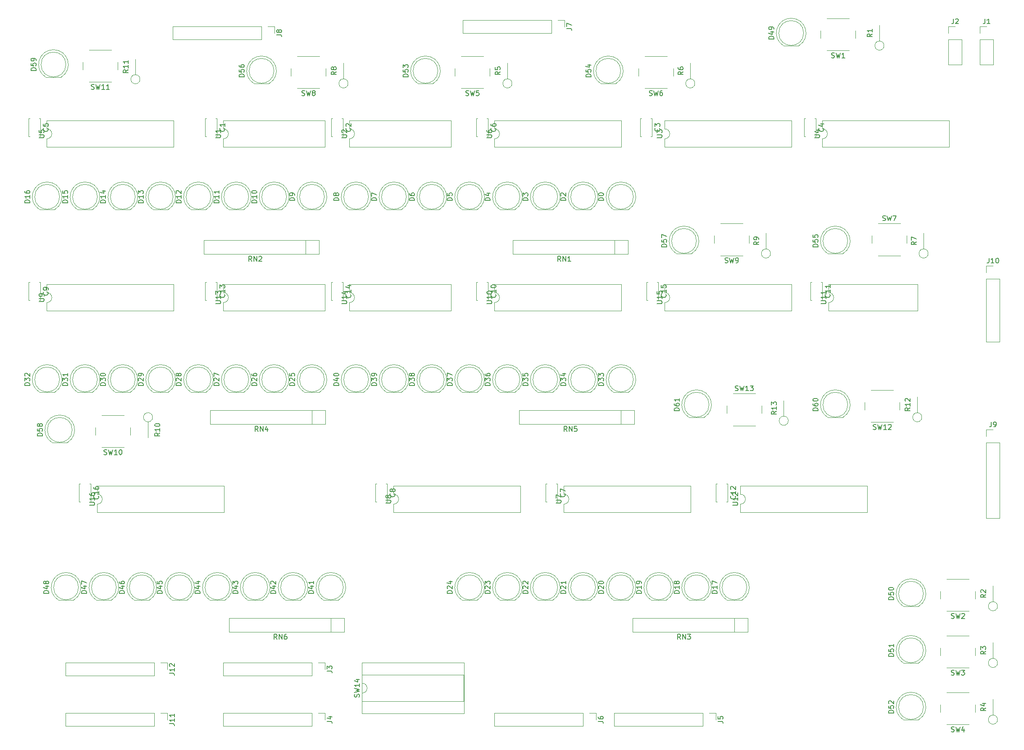
<source format=gbr>
%TF.GenerationSoftware,KiCad,Pcbnew,5.1.6-c6e7f7d~87~ubuntu16.04.1*%
%TF.CreationDate,2022-03-08T12:55:49-05:00*%
%TF.ProjectId,riscy_pc_ir_sp,72697363-795f-4706-935f-69725f73702e,rev?*%
%TF.SameCoordinates,Original*%
%TF.FileFunction,Legend,Top*%
%TF.FilePolarity,Positive*%
%FSLAX46Y46*%
G04 Gerber Fmt 4.6, Leading zero omitted, Abs format (unit mm)*
G04 Created by KiCad (PCBNEW 5.1.6-c6e7f7d~87~ubuntu16.04.1) date 2022-03-08 12:55:49*
%MOMM*%
%LPD*%
G01*
G04 APERTURE LIST*
%ADD10C,0.120000*%
%ADD11C,0.150000*%
G04 APERTURE END LIST*
D10*
%TO.C,SW14*%
X68520000Y-139430000D02*
X68520000Y-141080000D01*
X68520000Y-141080000D02*
X88960000Y-141080000D01*
X88960000Y-141080000D02*
X88960000Y-135780000D01*
X88960000Y-135780000D02*
X68520000Y-135780000D01*
X68520000Y-135780000D02*
X68520000Y-137430000D01*
X68460000Y-143570000D02*
X89020000Y-143570000D01*
X89020000Y-143570000D02*
X89020000Y-133290000D01*
X89020000Y-133290000D02*
X68460000Y-133290000D01*
X68460000Y-133290000D02*
X68460000Y-143570000D01*
X68520000Y-137430000D02*
G75*
G02*
X68520000Y-139430000I0J-1000000D01*
G01*
%TO.C,U16*%
X15180000Y-97680000D02*
X15180000Y-99330000D01*
X40700000Y-97680000D02*
X15180000Y-97680000D01*
X40700000Y-102980000D02*
X40700000Y-97680000D01*
X15180000Y-102980000D02*
X40700000Y-102980000D01*
X15180000Y-101330000D02*
X15180000Y-102980000D01*
X15180000Y-99330000D02*
G75*
G02*
X15180000Y-101330000I0J-1000000D01*
G01*
%TO.C,U15*%
X129480000Y-57040000D02*
X129480000Y-58690000D01*
X155000000Y-57040000D02*
X129480000Y-57040000D01*
X155000000Y-62340000D02*
X155000000Y-57040000D01*
X129480000Y-62340000D02*
X155000000Y-62340000D01*
X129480000Y-60690000D02*
X129480000Y-62340000D01*
X129480000Y-58690000D02*
G75*
G02*
X129480000Y-60690000I0J-1000000D01*
G01*
%TO.C,U14*%
X65980000Y-57040000D02*
X65980000Y-58690000D01*
X86420000Y-57040000D02*
X65980000Y-57040000D01*
X86420000Y-62340000D02*
X86420000Y-57040000D01*
X65980000Y-62340000D02*
X86420000Y-62340000D01*
X65980000Y-60690000D02*
X65980000Y-62340000D01*
X65980000Y-58690000D02*
G75*
G02*
X65980000Y-60690000I0J-1000000D01*
G01*
%TO.C,U13*%
X40580000Y-57040000D02*
X40580000Y-58690000D01*
X61020000Y-57040000D02*
X40580000Y-57040000D01*
X61020000Y-62340000D02*
X61020000Y-57040000D01*
X40580000Y-62340000D02*
X61020000Y-62340000D01*
X40580000Y-60690000D02*
X40580000Y-62340000D01*
X40580000Y-58690000D02*
G75*
G02*
X40580000Y-60690000I0J-1000000D01*
G01*
%TO.C,U12*%
X144720000Y-97680000D02*
X144720000Y-99330000D01*
X170240000Y-97680000D02*
X144720000Y-97680000D01*
X170240000Y-102980000D02*
X170240000Y-97680000D01*
X144720000Y-102980000D02*
X170240000Y-102980000D01*
X144720000Y-101330000D02*
X144720000Y-102980000D01*
X144720000Y-99330000D02*
G75*
G02*
X144720000Y-101330000I0J-1000000D01*
G01*
%TO.C,U11*%
X162500000Y-57040000D02*
X162500000Y-58690000D01*
X180400000Y-57040000D02*
X162500000Y-57040000D01*
X180400000Y-62340000D02*
X180400000Y-57040000D01*
X162500000Y-62340000D02*
X180400000Y-62340000D01*
X162500000Y-60690000D02*
X162500000Y-62340000D01*
X162500000Y-58690000D02*
G75*
G02*
X162500000Y-60690000I0J-1000000D01*
G01*
%TO.C,U10*%
X95190000Y-57040000D02*
X95190000Y-58690000D01*
X120710000Y-57040000D02*
X95190000Y-57040000D01*
X120710000Y-62340000D02*
X120710000Y-57040000D01*
X95190000Y-62340000D02*
X120710000Y-62340000D01*
X95190000Y-60690000D02*
X95190000Y-62340000D01*
X95190000Y-58690000D02*
G75*
G02*
X95190000Y-60690000I0J-1000000D01*
G01*
%TO.C,U9*%
X5020000Y-57040000D02*
X5020000Y-58690000D01*
X30540000Y-57040000D02*
X5020000Y-57040000D01*
X30540000Y-62340000D02*
X30540000Y-57040000D01*
X5020000Y-62340000D02*
X30540000Y-62340000D01*
X5020000Y-60690000D02*
X5020000Y-62340000D01*
X5020000Y-58690000D02*
G75*
G02*
X5020000Y-60690000I0J-1000000D01*
G01*
%TO.C,U8*%
X74870000Y-97680000D02*
X74870000Y-99330000D01*
X100390000Y-97680000D02*
X74870000Y-97680000D01*
X100390000Y-102980000D02*
X100390000Y-97680000D01*
X74870000Y-102980000D02*
X100390000Y-102980000D01*
X74870000Y-101330000D02*
X74870000Y-102980000D01*
X74870000Y-99330000D02*
G75*
G02*
X74870000Y-101330000I0J-1000000D01*
G01*
%TO.C,U7*%
X109160000Y-97680000D02*
X109160000Y-99330000D01*
X134680000Y-97680000D02*
X109160000Y-97680000D01*
X134680000Y-102980000D02*
X134680000Y-97680000D01*
X109160000Y-102980000D02*
X134680000Y-102980000D01*
X109160000Y-101330000D02*
X109160000Y-102980000D01*
X109160000Y-99330000D02*
G75*
G02*
X109160000Y-101330000I0J-1000000D01*
G01*
%TO.C,U6*%
X95190000Y-24020000D02*
X95190000Y-25670000D01*
X120710000Y-24020000D02*
X95190000Y-24020000D01*
X120710000Y-29320000D02*
X120710000Y-24020000D01*
X95190000Y-29320000D02*
X120710000Y-29320000D01*
X95190000Y-27670000D02*
X95190000Y-29320000D01*
X95190000Y-25670000D02*
G75*
G02*
X95190000Y-27670000I0J-1000000D01*
G01*
%TO.C,U5*%
X5020000Y-24020000D02*
X5020000Y-25670000D01*
X30540000Y-24020000D02*
X5020000Y-24020000D01*
X30540000Y-29320000D02*
X30540000Y-24020000D01*
X5020000Y-29320000D02*
X30540000Y-29320000D01*
X5020000Y-27670000D02*
X5020000Y-29320000D01*
X5020000Y-25670000D02*
G75*
G02*
X5020000Y-27670000I0J-1000000D01*
G01*
%TO.C,U4*%
X161230000Y-24020000D02*
X161230000Y-25670000D01*
X186750000Y-24020000D02*
X161230000Y-24020000D01*
X186750000Y-29320000D02*
X186750000Y-24020000D01*
X161230000Y-29320000D02*
X186750000Y-29320000D01*
X161230000Y-27670000D02*
X161230000Y-29320000D01*
X161230000Y-25670000D02*
G75*
G02*
X161230000Y-27670000I0J-1000000D01*
G01*
%TO.C,U3*%
X129480000Y-24020000D02*
X129480000Y-25670000D01*
X155000000Y-24020000D02*
X129480000Y-24020000D01*
X155000000Y-29320000D02*
X155000000Y-24020000D01*
X129480000Y-29320000D02*
X155000000Y-29320000D01*
X129480000Y-27670000D02*
X129480000Y-29320000D01*
X129480000Y-25670000D02*
G75*
G02*
X129480000Y-27670000I0J-1000000D01*
G01*
%TO.C,U2*%
X65980000Y-24020000D02*
X65980000Y-25670000D01*
X86420000Y-24020000D02*
X65980000Y-24020000D01*
X86420000Y-29320000D02*
X86420000Y-24020000D01*
X65980000Y-29320000D02*
X86420000Y-29320000D01*
X65980000Y-27670000D02*
X65980000Y-29320000D01*
X65980000Y-25670000D02*
G75*
G02*
X65980000Y-27670000I0J-1000000D01*
G01*
%TO.C,U1*%
X40580000Y-24020000D02*
X40580000Y-25670000D01*
X61020000Y-24020000D02*
X40580000Y-24020000D01*
X61020000Y-29320000D02*
X61020000Y-24020000D01*
X40580000Y-29320000D02*
X61020000Y-29320000D01*
X40580000Y-27670000D02*
X40580000Y-29320000D01*
X40580000Y-25670000D02*
G75*
G02*
X40580000Y-27670000I0J-1000000D01*
G01*
%TO.C,SW13*%
X148990000Y-83010000D02*
X148990000Y-81510000D01*
X147740000Y-79010000D02*
X143240000Y-79010000D01*
X141990000Y-81510000D02*
X141990000Y-83010000D01*
X143240000Y-85510000D02*
X147740000Y-85510000D01*
%TO.C,SW12*%
X169780000Y-80820000D02*
X169780000Y-82320000D01*
X171030000Y-84820000D02*
X175530000Y-84820000D01*
X176780000Y-82320000D02*
X176780000Y-80820000D01*
X175530000Y-78320000D02*
X171030000Y-78320000D01*
%TO.C,SW11*%
X12300000Y-12240000D02*
X12300000Y-13740000D01*
X13550000Y-16240000D02*
X18050000Y-16240000D01*
X19300000Y-13740000D02*
X19300000Y-12240000D01*
X18050000Y-9740000D02*
X13550000Y-9740000D01*
%TO.C,SW10*%
X14840000Y-85900000D02*
X14840000Y-87400000D01*
X16090000Y-89900000D02*
X20590000Y-89900000D01*
X21840000Y-87400000D02*
X21840000Y-85900000D01*
X20590000Y-83400000D02*
X16090000Y-83400000D01*
%TO.C,SW9*%
X139450000Y-47220000D02*
X139450000Y-48720000D01*
X140700000Y-51220000D02*
X145200000Y-51220000D01*
X146450000Y-48720000D02*
X146450000Y-47220000D01*
X145200000Y-44720000D02*
X140700000Y-44720000D01*
%TO.C,SW8*%
X54210000Y-13510000D02*
X54210000Y-15010000D01*
X55460000Y-17510000D02*
X59960000Y-17510000D01*
X61210000Y-15010000D02*
X61210000Y-13510000D01*
X59960000Y-11010000D02*
X55460000Y-11010000D01*
%TO.C,SW7*%
X178200000Y-48720000D02*
X178200000Y-47220000D01*
X176950000Y-44720000D02*
X172450000Y-44720000D01*
X171200000Y-47220000D02*
X171200000Y-48720000D01*
X172450000Y-51220000D02*
X176950000Y-51220000D01*
%TO.C,SW6*%
X124210000Y-13510000D02*
X124210000Y-15010000D01*
X125460000Y-17510000D02*
X129960000Y-17510000D01*
X131210000Y-15010000D02*
X131210000Y-13510000D01*
X129960000Y-11010000D02*
X125460000Y-11010000D01*
%TO.C,SW5*%
X87230000Y-13510000D02*
X87230000Y-15010000D01*
X88480000Y-17510000D02*
X92980000Y-17510000D01*
X94230000Y-15010000D02*
X94230000Y-13510000D01*
X92980000Y-11010000D02*
X88480000Y-11010000D01*
%TO.C,SW4*%
X185020000Y-141780000D02*
X185020000Y-143280000D01*
X186270000Y-145780000D02*
X190770000Y-145780000D01*
X192020000Y-143280000D02*
X192020000Y-141780000D01*
X190770000Y-139280000D02*
X186270000Y-139280000D01*
%TO.C,SW3*%
X185020000Y-130350000D02*
X185020000Y-131850000D01*
X186270000Y-134350000D02*
X190770000Y-134350000D01*
X192020000Y-131850000D02*
X192020000Y-130350000D01*
X190770000Y-127850000D02*
X186270000Y-127850000D01*
%TO.C,SW2*%
X185020000Y-118920000D02*
X185020000Y-120420000D01*
X186270000Y-122920000D02*
X190770000Y-122920000D01*
X192020000Y-120420000D02*
X192020000Y-118920000D01*
X190770000Y-116420000D02*
X186270000Y-116420000D01*
%TO.C,SW1*%
X160890000Y-5890000D02*
X160890000Y-7390000D01*
X162140000Y-9890000D02*
X166640000Y-9890000D01*
X167890000Y-7390000D02*
X167890000Y-5890000D01*
X166640000Y-3390000D02*
X162140000Y-3390000D01*
%TO.C,RN6*%
X62230000Y-127130000D02*
X62230000Y-124330000D01*
X41740000Y-127130000D02*
X64940000Y-127130000D01*
X41740000Y-124330000D02*
X41740000Y-127130000D01*
X64940000Y-124330000D02*
X41740000Y-124330000D01*
X64940000Y-127130000D02*
X64940000Y-124330000D01*
%TO.C,RN5*%
X120650000Y-85220000D02*
X120650000Y-82420000D01*
X100160000Y-85220000D02*
X123360000Y-85220000D01*
X100160000Y-82420000D02*
X100160000Y-85220000D01*
X123360000Y-82420000D02*
X100160000Y-82420000D01*
X123360000Y-85220000D02*
X123360000Y-82420000D01*
%TO.C,RN4*%
X58420000Y-85220000D02*
X58420000Y-82420000D01*
X37930000Y-85220000D02*
X61130000Y-85220000D01*
X37930000Y-82420000D02*
X37930000Y-85220000D01*
X61130000Y-82420000D02*
X37930000Y-82420000D01*
X61130000Y-85220000D02*
X61130000Y-82420000D01*
%TO.C,RN3*%
X143510000Y-127130000D02*
X143510000Y-124330000D01*
X123020000Y-127130000D02*
X146220000Y-127130000D01*
X123020000Y-124330000D02*
X123020000Y-127130000D01*
X146220000Y-124330000D02*
X123020000Y-124330000D01*
X146220000Y-127130000D02*
X146220000Y-124330000D01*
%TO.C,RN2*%
X57150000Y-50930000D02*
X57150000Y-48130000D01*
X36660000Y-50930000D02*
X59860000Y-50930000D01*
X36660000Y-48130000D02*
X36660000Y-50930000D01*
X59860000Y-48130000D02*
X36660000Y-48130000D01*
X59860000Y-50930000D02*
X59860000Y-48130000D01*
%TO.C,RN1*%
X119380000Y-50930000D02*
X119380000Y-48130000D01*
X98890000Y-50930000D02*
X122090000Y-50930000D01*
X98890000Y-48130000D02*
X98890000Y-50930000D01*
X122090000Y-48130000D02*
X98890000Y-48130000D01*
X122090000Y-50930000D02*
X122090000Y-48130000D01*
%TO.C,R13*%
X153440000Y-83600000D02*
X153440000Y-80440000D01*
X154360000Y-84520000D02*
G75*
G03*
X154360000Y-84520000I-920000J0D01*
G01*
%TO.C,R12*%
X180340000Y-82900000D02*
X180340000Y-79740000D01*
X181260000Y-83820000D02*
G75*
G03*
X181260000Y-83820000I-920000J0D01*
G01*
%TO.C,R11*%
X22860000Y-14750000D02*
X22860000Y-11590000D01*
X23780000Y-15670000D02*
G75*
G03*
X23780000Y-15670000I-920000J0D01*
G01*
%TO.C,R10*%
X25400000Y-84740000D02*
X25400000Y-87900000D01*
X26320000Y-83820000D02*
G75*
G03*
X26320000Y-83820000I-920000J0D01*
G01*
%TO.C,R9*%
X149860000Y-49880000D02*
X149860000Y-46720000D01*
X150780000Y-50800000D02*
G75*
G03*
X150780000Y-50800000I-920000J0D01*
G01*
%TO.C,R8*%
X64770000Y-15590000D02*
X64770000Y-12430000D01*
X65690000Y-16510000D02*
G75*
G03*
X65690000Y-16510000I-920000J0D01*
G01*
%TO.C,R7*%
X181610000Y-49880000D02*
X181610000Y-46720000D01*
X182530000Y-50800000D02*
G75*
G03*
X182530000Y-50800000I-920000J0D01*
G01*
%TO.C,R6*%
X134620000Y-15590000D02*
X134620000Y-12430000D01*
X135540000Y-16510000D02*
G75*
G03*
X135540000Y-16510000I-920000J0D01*
G01*
%TO.C,R5*%
X97790000Y-15590000D02*
X97790000Y-12430000D01*
X98710000Y-16510000D02*
G75*
G03*
X98710000Y-16510000I-920000J0D01*
G01*
%TO.C,R4*%
X195580000Y-143860000D02*
X195580000Y-140700000D01*
X196500000Y-144780000D02*
G75*
G03*
X196500000Y-144780000I-920000J0D01*
G01*
%TO.C,R3*%
X195580000Y-132430000D02*
X195580000Y-129270000D01*
X196500000Y-133350000D02*
G75*
G03*
X196500000Y-133350000I-920000J0D01*
G01*
%TO.C,R2*%
X195580000Y-121000000D02*
X195580000Y-117840000D01*
X196500000Y-121920000D02*
G75*
G03*
X196500000Y-121920000I-920000J0D01*
G01*
%TO.C,R1*%
X172720000Y-7970000D02*
X172720000Y-4810000D01*
X173640000Y-8890000D02*
G75*
G03*
X173640000Y-8890000I-920000J0D01*
G01*
%TO.C,J12*%
X29270000Y-133290000D02*
X29270000Y-134620000D01*
X27940000Y-133290000D02*
X29270000Y-133290000D01*
X26670000Y-133290000D02*
X26670000Y-135950000D01*
X26670000Y-135950000D02*
X8830000Y-135950000D01*
X26670000Y-133290000D02*
X8830000Y-133290000D01*
X8830000Y-133290000D02*
X8830000Y-135950000D01*
%TO.C,J11*%
X29270000Y-143450000D02*
X29270000Y-144780000D01*
X27940000Y-143450000D02*
X29270000Y-143450000D01*
X26670000Y-143450000D02*
X26670000Y-146110000D01*
X26670000Y-146110000D02*
X8830000Y-146110000D01*
X26670000Y-143450000D02*
X8830000Y-143450000D01*
X8830000Y-143450000D02*
X8830000Y-146110000D01*
%TO.C,J10*%
X194250000Y-53280000D02*
X195580000Y-53280000D01*
X194250000Y-54610000D02*
X194250000Y-53280000D01*
X194250000Y-55880000D02*
X196910000Y-55880000D01*
X196910000Y-55880000D02*
X196910000Y-68640000D01*
X194250000Y-55880000D02*
X194250000Y-68640000D01*
X194250000Y-68640000D02*
X196910000Y-68640000D01*
%TO.C,J9*%
X194250000Y-86300000D02*
X195580000Y-86300000D01*
X194250000Y-87630000D02*
X194250000Y-86300000D01*
X194250000Y-88900000D02*
X196910000Y-88900000D01*
X196910000Y-88900000D02*
X196910000Y-104200000D01*
X194250000Y-88900000D02*
X194250000Y-104200000D01*
X194250000Y-104200000D02*
X196910000Y-104200000D01*
%TO.C,J8*%
X50860000Y-5020000D02*
X50860000Y-6350000D01*
X49530000Y-5020000D02*
X50860000Y-5020000D01*
X48260000Y-5020000D02*
X48260000Y-7680000D01*
X48260000Y-7680000D02*
X30420000Y-7680000D01*
X48260000Y-5020000D02*
X30420000Y-5020000D01*
X30420000Y-5020000D02*
X30420000Y-7680000D01*
%TO.C,J7*%
X109280000Y-3750000D02*
X109280000Y-5080000D01*
X107950000Y-3750000D02*
X109280000Y-3750000D01*
X106680000Y-3750000D02*
X106680000Y-6410000D01*
X106680000Y-6410000D02*
X88840000Y-6410000D01*
X106680000Y-3750000D02*
X88840000Y-3750000D01*
X88840000Y-3750000D02*
X88840000Y-6410000D01*
%TO.C,J6*%
X115630000Y-143450000D02*
X115630000Y-144780000D01*
X114300000Y-143450000D02*
X115630000Y-143450000D01*
X113030000Y-143450000D02*
X113030000Y-146110000D01*
X113030000Y-146110000D02*
X95190000Y-146110000D01*
X113030000Y-143450000D02*
X95190000Y-143450000D01*
X95190000Y-143450000D02*
X95190000Y-146110000D01*
%TO.C,J5*%
X139760000Y-143450000D02*
X139760000Y-144780000D01*
X138430000Y-143450000D02*
X139760000Y-143450000D01*
X137160000Y-143450000D02*
X137160000Y-146110000D01*
X137160000Y-146110000D02*
X119320000Y-146110000D01*
X137160000Y-143450000D02*
X119320000Y-143450000D01*
X119320000Y-143450000D02*
X119320000Y-146110000D01*
%TO.C,J4*%
X61020000Y-143450000D02*
X61020000Y-144780000D01*
X59690000Y-143450000D02*
X61020000Y-143450000D01*
X58420000Y-143450000D02*
X58420000Y-146110000D01*
X58420000Y-146110000D02*
X40580000Y-146110000D01*
X58420000Y-143450000D02*
X40580000Y-143450000D01*
X40580000Y-143450000D02*
X40580000Y-146110000D01*
%TO.C,J3*%
X61020000Y-133290000D02*
X61020000Y-134620000D01*
X59690000Y-133290000D02*
X61020000Y-133290000D01*
X58420000Y-133290000D02*
X58420000Y-135950000D01*
X58420000Y-135950000D02*
X40580000Y-135950000D01*
X58420000Y-133290000D02*
X40580000Y-133290000D01*
X40580000Y-133290000D02*
X40580000Y-135950000D01*
%TO.C,J2*%
X186630000Y-5020000D02*
X187960000Y-5020000D01*
X186630000Y-6350000D02*
X186630000Y-5020000D01*
X186630000Y-7620000D02*
X189290000Y-7620000D01*
X189290000Y-7620000D02*
X189290000Y-12760000D01*
X186630000Y-7620000D02*
X186630000Y-12760000D01*
X186630000Y-12760000D02*
X189290000Y-12760000D01*
%TO.C,J1*%
X192980000Y-5020000D02*
X194310000Y-5020000D01*
X192980000Y-6350000D02*
X192980000Y-5020000D01*
X192980000Y-7620000D02*
X195640000Y-7620000D01*
X195640000Y-7620000D02*
X195640000Y-12760000D01*
X192980000Y-7620000D02*
X192980000Y-12760000D01*
X192980000Y-12760000D02*
X195640000Y-12760000D01*
%TO.C,D61*%
X134345000Y-83840000D02*
X137435000Y-83840000D01*
X138390000Y-81280000D02*
G75*
G03*
X138390000Y-81280000I-2500000J0D01*
G01*
X135889538Y-78290000D02*
G75*
G02*
X137434830Y-83840000I462J-2990000D01*
G01*
X135890462Y-78290000D02*
G75*
G03*
X134345170Y-83840000I-462J-2990000D01*
G01*
%TO.C,D60*%
X162285000Y-83840000D02*
X165375000Y-83840000D01*
X166330000Y-81280000D02*
G75*
G03*
X166330000Y-81280000I-2500000J0D01*
G01*
X163829538Y-78290000D02*
G75*
G02*
X165374830Y-83840000I462J-2990000D01*
G01*
X163830462Y-78290000D02*
G75*
G03*
X162285170Y-83840000I-462J-2990000D01*
G01*
%TO.C,D59*%
X4805000Y-15260000D02*
X7895000Y-15260000D01*
X8850000Y-12700000D02*
G75*
G03*
X8850000Y-12700000I-2500000J0D01*
G01*
X6349538Y-9710000D02*
G75*
G02*
X7894830Y-15260000I462J-2990000D01*
G01*
X6350462Y-9710000D02*
G75*
G03*
X4805170Y-15260000I-462J-2990000D01*
G01*
%TO.C,D58*%
X6075000Y-88920000D02*
X9165000Y-88920000D01*
X10120000Y-86360000D02*
G75*
G03*
X10120000Y-86360000I-2500000J0D01*
G01*
X7619538Y-83370000D02*
G75*
G02*
X9164830Y-88920000I462J-2990000D01*
G01*
X7620462Y-83370000D02*
G75*
G03*
X6075170Y-88920000I-462J-2990000D01*
G01*
%TO.C,D57*%
X131805000Y-50820000D02*
X134895000Y-50820000D01*
X135850000Y-48260000D02*
G75*
G03*
X135850000Y-48260000I-2500000J0D01*
G01*
X133349538Y-45270000D02*
G75*
G02*
X134894830Y-50820000I462J-2990000D01*
G01*
X133350462Y-45270000D02*
G75*
G03*
X131805170Y-50820000I-462J-2990000D01*
G01*
%TO.C,D56*%
X46715000Y-16530000D02*
X49805000Y-16530000D01*
X50760000Y-13970000D02*
G75*
G03*
X50760000Y-13970000I-2500000J0D01*
G01*
X48259538Y-10980000D02*
G75*
G02*
X49804830Y-16530000I462J-2990000D01*
G01*
X48260462Y-10980000D02*
G75*
G03*
X46715170Y-16530000I-462J-2990000D01*
G01*
%TO.C,D55*%
X162285000Y-50820000D02*
X165375000Y-50820000D01*
X166330000Y-48260000D02*
G75*
G03*
X166330000Y-48260000I-2500000J0D01*
G01*
X163829538Y-45270000D02*
G75*
G02*
X165374830Y-50820000I462J-2990000D01*
G01*
X163830462Y-45270000D02*
G75*
G03*
X162285170Y-50820000I-462J-2990000D01*
G01*
%TO.C,D54*%
X116565000Y-16530000D02*
X119655000Y-16530000D01*
X120610000Y-13970000D02*
G75*
G03*
X120610000Y-13970000I-2500000J0D01*
G01*
X118109538Y-10980000D02*
G75*
G02*
X119654830Y-16530000I462J-2990000D01*
G01*
X118110462Y-10980000D02*
G75*
G03*
X116565170Y-16530000I-462J-2990000D01*
G01*
%TO.C,D53*%
X79735000Y-16530000D02*
X82825000Y-16530000D01*
X83780000Y-13970000D02*
G75*
G03*
X83780000Y-13970000I-2500000J0D01*
G01*
X81279538Y-10980000D02*
G75*
G02*
X82824830Y-16530000I462J-2990000D01*
G01*
X81280462Y-10980000D02*
G75*
G03*
X79735170Y-16530000I-462J-2990000D01*
G01*
%TO.C,D52*%
X177525000Y-144800000D02*
X180615000Y-144800000D01*
X181570000Y-142240000D02*
G75*
G03*
X181570000Y-142240000I-2500000J0D01*
G01*
X179069538Y-139250000D02*
G75*
G02*
X180614830Y-144800000I462J-2990000D01*
G01*
X179070462Y-139250000D02*
G75*
G03*
X177525170Y-144800000I-462J-2990000D01*
G01*
%TO.C,D51*%
X177525000Y-133370000D02*
X180615000Y-133370000D01*
X181570000Y-130810000D02*
G75*
G03*
X181570000Y-130810000I-2500000J0D01*
G01*
X179069538Y-127820000D02*
G75*
G02*
X180614830Y-133370000I462J-2990000D01*
G01*
X179070462Y-127820000D02*
G75*
G03*
X177525170Y-133370000I-462J-2990000D01*
G01*
%TO.C,D50*%
X177525000Y-121940000D02*
X180615000Y-121940000D01*
X181570000Y-119380000D02*
G75*
G03*
X181570000Y-119380000I-2500000J0D01*
G01*
X179069538Y-116390000D02*
G75*
G02*
X180614830Y-121940000I462J-2990000D01*
G01*
X179070462Y-116390000D02*
G75*
G03*
X177525170Y-121940000I-462J-2990000D01*
G01*
%TO.C,D49*%
X153395000Y-8910000D02*
X156485000Y-8910000D01*
X157440000Y-6350000D02*
G75*
G03*
X157440000Y-6350000I-2500000J0D01*
G01*
X154939538Y-3360000D02*
G75*
G02*
X156484830Y-8910000I462J-2990000D01*
G01*
X154940462Y-3360000D02*
G75*
G03*
X153395170Y-8910000I-462J-2990000D01*
G01*
%TO.C,D48*%
X7345000Y-120670000D02*
X10435000Y-120670000D01*
X11390000Y-118110000D02*
G75*
G03*
X11390000Y-118110000I-2500000J0D01*
G01*
X8889538Y-115120000D02*
G75*
G02*
X10434830Y-120670000I462J-2990000D01*
G01*
X8890462Y-115120000D02*
G75*
G03*
X7345170Y-120670000I-462J-2990000D01*
G01*
%TO.C,D47*%
X14965000Y-120670000D02*
X18055000Y-120670000D01*
X19010000Y-118110000D02*
G75*
G03*
X19010000Y-118110000I-2500000J0D01*
G01*
X16509538Y-115120000D02*
G75*
G02*
X18054830Y-120670000I462J-2990000D01*
G01*
X16510462Y-115120000D02*
G75*
G03*
X14965170Y-120670000I-462J-2990000D01*
G01*
%TO.C,D46*%
X22585000Y-120670000D02*
X25675000Y-120670000D01*
X26630000Y-118110000D02*
G75*
G03*
X26630000Y-118110000I-2500000J0D01*
G01*
X24129538Y-115120000D02*
G75*
G02*
X25674830Y-120670000I462J-2990000D01*
G01*
X24130462Y-115120000D02*
G75*
G03*
X22585170Y-120670000I-462J-2990000D01*
G01*
%TO.C,D45*%
X30205000Y-120670000D02*
X33295000Y-120670000D01*
X34250000Y-118110000D02*
G75*
G03*
X34250000Y-118110000I-2500000J0D01*
G01*
X31749538Y-115120000D02*
G75*
G02*
X33294830Y-120670000I462J-2990000D01*
G01*
X31750462Y-115120000D02*
G75*
G03*
X30205170Y-120670000I-462J-2990000D01*
G01*
%TO.C,D44*%
X37825000Y-120670000D02*
X40915000Y-120670000D01*
X41870000Y-118110000D02*
G75*
G03*
X41870000Y-118110000I-2500000J0D01*
G01*
X39369538Y-115120000D02*
G75*
G02*
X40914830Y-120670000I462J-2990000D01*
G01*
X39370462Y-115120000D02*
G75*
G03*
X37825170Y-120670000I-462J-2990000D01*
G01*
%TO.C,D43*%
X45445000Y-120670000D02*
X48535000Y-120670000D01*
X49490000Y-118110000D02*
G75*
G03*
X49490000Y-118110000I-2500000J0D01*
G01*
X46989538Y-115120000D02*
G75*
G02*
X48534830Y-120670000I462J-2990000D01*
G01*
X46990462Y-115120000D02*
G75*
G03*
X45445170Y-120670000I-462J-2990000D01*
G01*
%TO.C,D42*%
X53065000Y-120670000D02*
X56155000Y-120670000D01*
X57110000Y-118110000D02*
G75*
G03*
X57110000Y-118110000I-2500000J0D01*
G01*
X54609538Y-115120000D02*
G75*
G02*
X56154830Y-120670000I462J-2990000D01*
G01*
X54610462Y-115120000D02*
G75*
G03*
X53065170Y-120670000I-462J-2990000D01*
G01*
%TO.C,D41*%
X60685000Y-120670000D02*
X63775000Y-120670000D01*
X64730000Y-118110000D02*
G75*
G03*
X64730000Y-118110000I-2500000J0D01*
G01*
X62229538Y-115120000D02*
G75*
G02*
X63774830Y-120670000I462J-2990000D01*
G01*
X62230462Y-115120000D02*
G75*
G03*
X60685170Y-120670000I-462J-2990000D01*
G01*
%TO.C,D40*%
X65765000Y-78760000D02*
X68855000Y-78760000D01*
X69810000Y-76200000D02*
G75*
G03*
X69810000Y-76200000I-2500000J0D01*
G01*
X67309538Y-73210000D02*
G75*
G02*
X68854830Y-78760000I462J-2990000D01*
G01*
X67310462Y-73210000D02*
G75*
G03*
X65765170Y-78760000I-462J-2990000D01*
G01*
%TO.C,D39*%
X73385000Y-78760000D02*
X76475000Y-78760000D01*
X77430000Y-76200000D02*
G75*
G03*
X77430000Y-76200000I-2500000J0D01*
G01*
X74929538Y-73210000D02*
G75*
G02*
X76474830Y-78760000I462J-2990000D01*
G01*
X74930462Y-73210000D02*
G75*
G03*
X73385170Y-78760000I-462J-2990000D01*
G01*
%TO.C,D38*%
X81005000Y-78760000D02*
X84095000Y-78760000D01*
X85050000Y-76200000D02*
G75*
G03*
X85050000Y-76200000I-2500000J0D01*
G01*
X82549538Y-73210000D02*
G75*
G02*
X84094830Y-78760000I462J-2990000D01*
G01*
X82550462Y-73210000D02*
G75*
G03*
X81005170Y-78760000I-462J-2990000D01*
G01*
%TO.C,D37*%
X88625000Y-78760000D02*
X91715000Y-78760000D01*
X92670000Y-76200000D02*
G75*
G03*
X92670000Y-76200000I-2500000J0D01*
G01*
X90169538Y-73210000D02*
G75*
G02*
X91714830Y-78760000I462J-2990000D01*
G01*
X90170462Y-73210000D02*
G75*
G03*
X88625170Y-78760000I-462J-2990000D01*
G01*
%TO.C,D36*%
X96245000Y-78760000D02*
X99335000Y-78760000D01*
X100290000Y-76200000D02*
G75*
G03*
X100290000Y-76200000I-2500000J0D01*
G01*
X97789538Y-73210000D02*
G75*
G02*
X99334830Y-78760000I462J-2990000D01*
G01*
X97790462Y-73210000D02*
G75*
G03*
X96245170Y-78760000I-462J-2990000D01*
G01*
%TO.C,D35*%
X103865000Y-78760000D02*
X106955000Y-78760000D01*
X107910000Y-76200000D02*
G75*
G03*
X107910000Y-76200000I-2500000J0D01*
G01*
X105409538Y-73210000D02*
G75*
G02*
X106954830Y-78760000I462J-2990000D01*
G01*
X105410462Y-73210000D02*
G75*
G03*
X103865170Y-78760000I-462J-2990000D01*
G01*
%TO.C,D34*%
X111485000Y-78760000D02*
X114575000Y-78760000D01*
X115530000Y-76200000D02*
G75*
G03*
X115530000Y-76200000I-2500000J0D01*
G01*
X113029538Y-73210000D02*
G75*
G02*
X114574830Y-78760000I462J-2990000D01*
G01*
X113030462Y-73210000D02*
G75*
G03*
X111485170Y-78760000I-462J-2990000D01*
G01*
%TO.C,D33*%
X119105000Y-78760000D02*
X122195000Y-78760000D01*
X123150000Y-76200000D02*
G75*
G03*
X123150000Y-76200000I-2500000J0D01*
G01*
X120649538Y-73210000D02*
G75*
G02*
X122194830Y-78760000I462J-2990000D01*
G01*
X120650462Y-73210000D02*
G75*
G03*
X119105170Y-78760000I-462J-2990000D01*
G01*
%TO.C,D32*%
X3535000Y-78760000D02*
X6625000Y-78760000D01*
X7580000Y-76200000D02*
G75*
G03*
X7580000Y-76200000I-2500000J0D01*
G01*
X5079538Y-73210000D02*
G75*
G02*
X6624830Y-78760000I462J-2990000D01*
G01*
X5080462Y-73210000D02*
G75*
G03*
X3535170Y-78760000I-462J-2990000D01*
G01*
%TO.C,D31*%
X11155000Y-78760000D02*
X14245000Y-78760000D01*
X15200000Y-76200000D02*
G75*
G03*
X15200000Y-76200000I-2500000J0D01*
G01*
X12699538Y-73210000D02*
G75*
G02*
X14244830Y-78760000I462J-2990000D01*
G01*
X12700462Y-73210000D02*
G75*
G03*
X11155170Y-78760000I-462J-2990000D01*
G01*
%TO.C,D30*%
X18775000Y-78760000D02*
X21865000Y-78760000D01*
X22820000Y-76200000D02*
G75*
G03*
X22820000Y-76200000I-2500000J0D01*
G01*
X20319538Y-73210000D02*
G75*
G02*
X21864830Y-78760000I462J-2990000D01*
G01*
X20320462Y-73210000D02*
G75*
G03*
X18775170Y-78760000I-462J-2990000D01*
G01*
%TO.C,D29*%
X26395000Y-78760000D02*
X29485000Y-78760000D01*
X30440000Y-76200000D02*
G75*
G03*
X30440000Y-76200000I-2500000J0D01*
G01*
X27939538Y-73210000D02*
G75*
G02*
X29484830Y-78760000I462J-2990000D01*
G01*
X27940462Y-73210000D02*
G75*
G03*
X26395170Y-78760000I-462J-2990000D01*
G01*
%TO.C,D28*%
X34015000Y-78760000D02*
X37105000Y-78760000D01*
X38060000Y-76200000D02*
G75*
G03*
X38060000Y-76200000I-2500000J0D01*
G01*
X35559538Y-73210000D02*
G75*
G02*
X37104830Y-78760000I462J-2990000D01*
G01*
X35560462Y-73210000D02*
G75*
G03*
X34015170Y-78760000I-462J-2990000D01*
G01*
%TO.C,D27*%
X41635000Y-78760000D02*
X44725000Y-78760000D01*
X45680000Y-76200000D02*
G75*
G03*
X45680000Y-76200000I-2500000J0D01*
G01*
X43179538Y-73210000D02*
G75*
G02*
X44724830Y-78760000I462J-2990000D01*
G01*
X43180462Y-73210000D02*
G75*
G03*
X41635170Y-78760000I-462J-2990000D01*
G01*
%TO.C,D26*%
X49255000Y-78760000D02*
X52345000Y-78760000D01*
X53300000Y-76200000D02*
G75*
G03*
X53300000Y-76200000I-2500000J0D01*
G01*
X50799538Y-73210000D02*
G75*
G02*
X52344830Y-78760000I462J-2990000D01*
G01*
X50800462Y-73210000D02*
G75*
G03*
X49255170Y-78760000I-462J-2990000D01*
G01*
%TO.C,D25*%
X56875000Y-78760000D02*
X59965000Y-78760000D01*
X60920000Y-76200000D02*
G75*
G03*
X60920000Y-76200000I-2500000J0D01*
G01*
X58419538Y-73210000D02*
G75*
G02*
X59964830Y-78760000I462J-2990000D01*
G01*
X58420462Y-73210000D02*
G75*
G03*
X56875170Y-78760000I-462J-2990000D01*
G01*
%TO.C,D24*%
X88625000Y-120670000D02*
X91715000Y-120670000D01*
X92670000Y-118110000D02*
G75*
G03*
X92670000Y-118110000I-2500000J0D01*
G01*
X90169538Y-115120000D02*
G75*
G02*
X91714830Y-120670000I462J-2990000D01*
G01*
X90170462Y-115120000D02*
G75*
G03*
X88625170Y-120670000I-462J-2990000D01*
G01*
%TO.C,D23*%
X96245000Y-120670000D02*
X99335000Y-120670000D01*
X100290000Y-118110000D02*
G75*
G03*
X100290000Y-118110000I-2500000J0D01*
G01*
X97789538Y-115120000D02*
G75*
G02*
X99334830Y-120670000I462J-2990000D01*
G01*
X97790462Y-115120000D02*
G75*
G03*
X96245170Y-120670000I-462J-2990000D01*
G01*
%TO.C,D22*%
X103865000Y-120670000D02*
X106955000Y-120670000D01*
X107910000Y-118110000D02*
G75*
G03*
X107910000Y-118110000I-2500000J0D01*
G01*
X105409538Y-115120000D02*
G75*
G02*
X106954830Y-120670000I462J-2990000D01*
G01*
X105410462Y-115120000D02*
G75*
G03*
X103865170Y-120670000I-462J-2990000D01*
G01*
%TO.C,D21*%
X111485000Y-120670000D02*
X114575000Y-120670000D01*
X115530000Y-118110000D02*
G75*
G03*
X115530000Y-118110000I-2500000J0D01*
G01*
X113029538Y-115120000D02*
G75*
G02*
X114574830Y-120670000I462J-2990000D01*
G01*
X113030462Y-115120000D02*
G75*
G03*
X111485170Y-120670000I-462J-2990000D01*
G01*
%TO.C,D20*%
X119105000Y-120670000D02*
X122195000Y-120670000D01*
X123150000Y-118110000D02*
G75*
G03*
X123150000Y-118110000I-2500000J0D01*
G01*
X120649538Y-115120000D02*
G75*
G02*
X122194830Y-120670000I462J-2990000D01*
G01*
X120650462Y-115120000D02*
G75*
G03*
X119105170Y-120670000I-462J-2990000D01*
G01*
%TO.C,D19*%
X126725000Y-120670000D02*
X129815000Y-120670000D01*
X130770000Y-118110000D02*
G75*
G03*
X130770000Y-118110000I-2500000J0D01*
G01*
X128269538Y-115120000D02*
G75*
G02*
X129814830Y-120670000I462J-2990000D01*
G01*
X128270462Y-115120000D02*
G75*
G03*
X126725170Y-120670000I-462J-2990000D01*
G01*
%TO.C,D18*%
X134345000Y-120670000D02*
X137435000Y-120670000D01*
X138390000Y-118110000D02*
G75*
G03*
X138390000Y-118110000I-2500000J0D01*
G01*
X135889538Y-115120000D02*
G75*
G02*
X137434830Y-120670000I462J-2990000D01*
G01*
X135890462Y-115120000D02*
G75*
G03*
X134345170Y-120670000I-462J-2990000D01*
G01*
%TO.C,D17*%
X141965000Y-120670000D02*
X145055000Y-120670000D01*
X146010000Y-118110000D02*
G75*
G03*
X146010000Y-118110000I-2500000J0D01*
G01*
X143509538Y-115120000D02*
G75*
G02*
X145054830Y-120670000I462J-2990000D01*
G01*
X143510462Y-115120000D02*
G75*
G03*
X141965170Y-120670000I-462J-2990000D01*
G01*
%TO.C,D16*%
X3535000Y-41930000D02*
X6625000Y-41930000D01*
X7580000Y-39370000D02*
G75*
G03*
X7580000Y-39370000I-2500000J0D01*
G01*
X5079538Y-36380000D02*
G75*
G02*
X6624830Y-41930000I462J-2990000D01*
G01*
X5080462Y-36380000D02*
G75*
G03*
X3535170Y-41930000I-462J-2990000D01*
G01*
%TO.C,D15*%
X11155000Y-41930000D02*
X14245000Y-41930000D01*
X15200000Y-39370000D02*
G75*
G03*
X15200000Y-39370000I-2500000J0D01*
G01*
X12699538Y-36380000D02*
G75*
G02*
X14244830Y-41930000I462J-2990000D01*
G01*
X12700462Y-36380000D02*
G75*
G03*
X11155170Y-41930000I-462J-2990000D01*
G01*
%TO.C,D14*%
X18775000Y-41930000D02*
X21865000Y-41930000D01*
X22820000Y-39370000D02*
G75*
G03*
X22820000Y-39370000I-2500000J0D01*
G01*
X20319538Y-36380000D02*
G75*
G02*
X21864830Y-41930000I462J-2990000D01*
G01*
X20320462Y-36380000D02*
G75*
G03*
X18775170Y-41930000I-462J-2990000D01*
G01*
%TO.C,D13*%
X26395000Y-41930000D02*
X29485000Y-41930000D01*
X30440000Y-39370000D02*
G75*
G03*
X30440000Y-39370000I-2500000J0D01*
G01*
X27939538Y-36380000D02*
G75*
G02*
X29484830Y-41930000I462J-2990000D01*
G01*
X27940462Y-36380000D02*
G75*
G03*
X26395170Y-41930000I-462J-2990000D01*
G01*
%TO.C,D12*%
X34015000Y-41930000D02*
X37105000Y-41930000D01*
X38060000Y-39370000D02*
G75*
G03*
X38060000Y-39370000I-2500000J0D01*
G01*
X35559538Y-36380000D02*
G75*
G02*
X37104830Y-41930000I462J-2990000D01*
G01*
X35560462Y-36380000D02*
G75*
G03*
X34015170Y-41930000I-462J-2990000D01*
G01*
%TO.C,D11*%
X41635000Y-41930000D02*
X44725000Y-41930000D01*
X45680000Y-39370000D02*
G75*
G03*
X45680000Y-39370000I-2500000J0D01*
G01*
X43179538Y-36380000D02*
G75*
G02*
X44724830Y-41930000I462J-2990000D01*
G01*
X43180462Y-36380000D02*
G75*
G03*
X41635170Y-41930000I-462J-2990000D01*
G01*
%TO.C,D10*%
X49255000Y-41930000D02*
X52345000Y-41930000D01*
X53300000Y-39370000D02*
G75*
G03*
X53300000Y-39370000I-2500000J0D01*
G01*
X50799538Y-36380000D02*
G75*
G02*
X52344830Y-41930000I462J-2990000D01*
G01*
X50800462Y-36380000D02*
G75*
G03*
X49255170Y-41930000I-462J-2990000D01*
G01*
%TO.C,D9*%
X56875000Y-41930000D02*
X59965000Y-41930000D01*
X60920000Y-39370000D02*
G75*
G03*
X60920000Y-39370000I-2500000J0D01*
G01*
X58419538Y-36380000D02*
G75*
G02*
X59964830Y-41930000I462J-2990000D01*
G01*
X58420462Y-36380000D02*
G75*
G03*
X56875170Y-41930000I-462J-2990000D01*
G01*
%TO.C,D8*%
X65765000Y-41930000D02*
X68855000Y-41930000D01*
X69810000Y-39370000D02*
G75*
G03*
X69810000Y-39370000I-2500000J0D01*
G01*
X67309538Y-36380000D02*
G75*
G02*
X68854830Y-41930000I462J-2990000D01*
G01*
X67310462Y-36380000D02*
G75*
G03*
X65765170Y-41930000I-462J-2990000D01*
G01*
%TO.C,D7*%
X73385000Y-41930000D02*
X76475000Y-41930000D01*
X77430000Y-39370000D02*
G75*
G03*
X77430000Y-39370000I-2500000J0D01*
G01*
X74929538Y-36380000D02*
G75*
G02*
X76474830Y-41930000I462J-2990000D01*
G01*
X74930462Y-36380000D02*
G75*
G03*
X73385170Y-41930000I-462J-2990000D01*
G01*
%TO.C,D6*%
X81005000Y-41930000D02*
X84095000Y-41930000D01*
X85050000Y-39370000D02*
G75*
G03*
X85050000Y-39370000I-2500000J0D01*
G01*
X82549538Y-36380000D02*
G75*
G02*
X84094830Y-41930000I462J-2990000D01*
G01*
X82550462Y-36380000D02*
G75*
G03*
X81005170Y-41930000I-462J-2990000D01*
G01*
%TO.C,D5*%
X88625000Y-41930000D02*
X91715000Y-41930000D01*
X92670000Y-39370000D02*
G75*
G03*
X92670000Y-39370000I-2500000J0D01*
G01*
X90169538Y-36380000D02*
G75*
G02*
X91714830Y-41930000I462J-2990000D01*
G01*
X90170462Y-36380000D02*
G75*
G03*
X88625170Y-41930000I-462J-2990000D01*
G01*
%TO.C,D4*%
X96245000Y-41930000D02*
X99335000Y-41930000D01*
X100290000Y-39370000D02*
G75*
G03*
X100290000Y-39370000I-2500000J0D01*
G01*
X97789538Y-36380000D02*
G75*
G02*
X99334830Y-41930000I462J-2990000D01*
G01*
X97790462Y-36380000D02*
G75*
G03*
X96245170Y-41930000I-462J-2990000D01*
G01*
%TO.C,D3*%
X103865000Y-41930000D02*
X106955000Y-41930000D01*
X107910000Y-39370000D02*
G75*
G03*
X107910000Y-39370000I-2500000J0D01*
G01*
X105409538Y-36380000D02*
G75*
G02*
X106954830Y-41930000I462J-2990000D01*
G01*
X105410462Y-36380000D02*
G75*
G03*
X103865170Y-41930000I-462J-2990000D01*
G01*
%TO.C,D2*%
X111485000Y-41930000D02*
X114575000Y-41930000D01*
X115530000Y-39370000D02*
G75*
G03*
X115530000Y-39370000I-2500000J0D01*
G01*
X113029538Y-36380000D02*
G75*
G02*
X114574830Y-41930000I462J-2990000D01*
G01*
X113030462Y-36380000D02*
G75*
G03*
X111485170Y-41930000I-462J-2990000D01*
G01*
%TO.C,D0*%
X119105000Y-41930000D02*
X122195000Y-41930000D01*
X123150000Y-39370000D02*
G75*
G03*
X123150000Y-39370000I-2500000J0D01*
G01*
X120649538Y-36380000D02*
G75*
G02*
X122194830Y-41930000I462J-2990000D01*
G01*
X120650462Y-36380000D02*
G75*
G03*
X119105170Y-41930000I-462J-2990000D01*
G01*
%TO.C,C16*%
X11775000Y-100860000D02*
X11530000Y-100860000D01*
X13870000Y-100860000D02*
X13625000Y-100860000D01*
X11775000Y-97220000D02*
X11530000Y-97220000D01*
X13870000Y-97220000D02*
X13625000Y-97220000D01*
X11530000Y-97220000D02*
X11530000Y-100860000D01*
X13870000Y-97220000D02*
X13870000Y-100860000D01*
%TO.C,C15*%
X126075000Y-60220000D02*
X125830000Y-60220000D01*
X128170000Y-60220000D02*
X127925000Y-60220000D01*
X126075000Y-56580000D02*
X125830000Y-56580000D01*
X128170000Y-56580000D02*
X127925000Y-56580000D01*
X125830000Y-56580000D02*
X125830000Y-60220000D01*
X128170000Y-56580000D02*
X128170000Y-60220000D01*
%TO.C,C14*%
X62575000Y-60260000D02*
X62330000Y-60260000D01*
X64670000Y-60260000D02*
X64425000Y-60260000D01*
X62575000Y-56620000D02*
X62330000Y-56620000D01*
X64670000Y-56620000D02*
X64425000Y-56620000D01*
X62330000Y-56620000D02*
X62330000Y-60260000D01*
X64670000Y-56620000D02*
X64670000Y-60260000D01*
%TO.C,C13*%
X37175000Y-60220000D02*
X36930000Y-60220000D01*
X39270000Y-60220000D02*
X39025000Y-60220000D01*
X37175000Y-56580000D02*
X36930000Y-56580000D01*
X39270000Y-56580000D02*
X39025000Y-56580000D01*
X36930000Y-56580000D02*
X36930000Y-60220000D01*
X39270000Y-56580000D02*
X39270000Y-60220000D01*
%TO.C,C12*%
X140045000Y-100860000D02*
X139800000Y-100860000D01*
X142140000Y-100860000D02*
X141895000Y-100860000D01*
X140045000Y-97220000D02*
X139800000Y-97220000D01*
X142140000Y-97220000D02*
X141895000Y-97220000D01*
X139800000Y-97220000D02*
X139800000Y-100860000D01*
X142140000Y-97220000D02*
X142140000Y-100860000D01*
%TO.C,C11*%
X159095000Y-60220000D02*
X158850000Y-60220000D01*
X161190000Y-60220000D02*
X160945000Y-60220000D01*
X159095000Y-56580000D02*
X158850000Y-56580000D01*
X161190000Y-56580000D02*
X160945000Y-56580000D01*
X158850000Y-56580000D02*
X158850000Y-60220000D01*
X161190000Y-56580000D02*
X161190000Y-60220000D01*
%TO.C,C10*%
X91785000Y-60220000D02*
X91540000Y-60220000D01*
X93880000Y-60220000D02*
X93635000Y-60220000D01*
X91785000Y-56580000D02*
X91540000Y-56580000D01*
X93880000Y-56580000D02*
X93635000Y-56580000D01*
X91540000Y-56580000D02*
X91540000Y-60220000D01*
X93880000Y-56580000D02*
X93880000Y-60220000D01*
%TO.C,C9*%
X1615000Y-60220000D02*
X1370000Y-60220000D01*
X3710000Y-60220000D02*
X3465000Y-60220000D01*
X1615000Y-56580000D02*
X1370000Y-56580000D01*
X3710000Y-56580000D02*
X3465000Y-56580000D01*
X1370000Y-56580000D02*
X1370000Y-60220000D01*
X3710000Y-56580000D02*
X3710000Y-60220000D01*
%TO.C,C8*%
X71465000Y-100860000D02*
X71220000Y-100860000D01*
X73560000Y-100860000D02*
X73315000Y-100860000D01*
X71465000Y-97220000D02*
X71220000Y-97220000D01*
X73560000Y-97220000D02*
X73315000Y-97220000D01*
X71220000Y-97220000D02*
X71220000Y-100860000D01*
X73560000Y-97220000D02*
X73560000Y-100860000D01*
%TO.C,C7*%
X105755000Y-100860000D02*
X105510000Y-100860000D01*
X107850000Y-100860000D02*
X107605000Y-100860000D01*
X105755000Y-97220000D02*
X105510000Y-97220000D01*
X107850000Y-97220000D02*
X107605000Y-97220000D01*
X105510000Y-97220000D02*
X105510000Y-100860000D01*
X107850000Y-97220000D02*
X107850000Y-100860000D01*
%TO.C,C6*%
X91785000Y-27200000D02*
X91540000Y-27200000D01*
X93880000Y-27200000D02*
X93635000Y-27200000D01*
X91785000Y-23560000D02*
X91540000Y-23560000D01*
X93880000Y-23560000D02*
X93635000Y-23560000D01*
X91540000Y-23560000D02*
X91540000Y-27200000D01*
X93880000Y-23560000D02*
X93880000Y-27200000D01*
%TO.C,C5*%
X1615000Y-27200000D02*
X1370000Y-27200000D01*
X3710000Y-27200000D02*
X3465000Y-27200000D01*
X1615000Y-23560000D02*
X1370000Y-23560000D01*
X3710000Y-23560000D02*
X3465000Y-23560000D01*
X1370000Y-23560000D02*
X1370000Y-27200000D01*
X3710000Y-23560000D02*
X3710000Y-27200000D01*
%TO.C,C4*%
X157825000Y-27200000D02*
X157580000Y-27200000D01*
X159920000Y-27200000D02*
X159675000Y-27200000D01*
X157825000Y-23560000D02*
X157580000Y-23560000D01*
X159920000Y-23560000D02*
X159675000Y-23560000D01*
X157580000Y-23560000D02*
X157580000Y-27200000D01*
X159920000Y-23560000D02*
X159920000Y-27200000D01*
%TO.C,C3*%
X124805000Y-27200000D02*
X124560000Y-27200000D01*
X126900000Y-27200000D02*
X126655000Y-27200000D01*
X124805000Y-23560000D02*
X124560000Y-23560000D01*
X126900000Y-23560000D02*
X126655000Y-23560000D01*
X124560000Y-23560000D02*
X124560000Y-27200000D01*
X126900000Y-23560000D02*
X126900000Y-27200000D01*
%TO.C,C2*%
X62575000Y-27200000D02*
X62330000Y-27200000D01*
X64670000Y-27200000D02*
X64425000Y-27200000D01*
X62575000Y-23560000D02*
X62330000Y-23560000D01*
X64670000Y-23560000D02*
X64425000Y-23560000D01*
X62330000Y-23560000D02*
X62330000Y-27200000D01*
X64670000Y-23560000D02*
X64670000Y-27200000D01*
%TO.C,C1*%
X37175000Y-27200000D02*
X36930000Y-27200000D01*
X39270000Y-27200000D02*
X39025000Y-27200000D01*
X37175000Y-23560000D02*
X36930000Y-23560000D01*
X39270000Y-23560000D02*
X39025000Y-23560000D01*
X36930000Y-23560000D02*
X36930000Y-27200000D01*
X39270000Y-23560000D02*
X39270000Y-27200000D01*
%TO.C,SW14*%
D11*
X67924761Y-140239523D02*
X67972380Y-140096666D01*
X67972380Y-139858571D01*
X67924761Y-139763333D01*
X67877142Y-139715714D01*
X67781904Y-139668095D01*
X67686666Y-139668095D01*
X67591428Y-139715714D01*
X67543809Y-139763333D01*
X67496190Y-139858571D01*
X67448571Y-140049047D01*
X67400952Y-140144285D01*
X67353333Y-140191904D01*
X67258095Y-140239523D01*
X67162857Y-140239523D01*
X67067619Y-140191904D01*
X67020000Y-140144285D01*
X66972380Y-140049047D01*
X66972380Y-139810952D01*
X67020000Y-139668095D01*
X66972380Y-139334761D02*
X67972380Y-139096666D01*
X67258095Y-138906190D01*
X67972380Y-138715714D01*
X66972380Y-138477619D01*
X67972380Y-137572857D02*
X67972380Y-138144285D01*
X67972380Y-137858571D02*
X66972380Y-137858571D01*
X67115238Y-137953809D01*
X67210476Y-138049047D01*
X67258095Y-138144285D01*
X67305714Y-136715714D02*
X67972380Y-136715714D01*
X66924761Y-136953809D02*
X67639047Y-137191904D01*
X67639047Y-136572857D01*
%TO.C,U16*%
X13632380Y-101568095D02*
X14441904Y-101568095D01*
X14537142Y-101520476D01*
X14584761Y-101472857D01*
X14632380Y-101377619D01*
X14632380Y-101187142D01*
X14584761Y-101091904D01*
X14537142Y-101044285D01*
X14441904Y-100996666D01*
X13632380Y-100996666D01*
X14632380Y-99996666D02*
X14632380Y-100568095D01*
X14632380Y-100282380D02*
X13632380Y-100282380D01*
X13775238Y-100377619D01*
X13870476Y-100472857D01*
X13918095Y-100568095D01*
X13632380Y-99139523D02*
X13632380Y-99330000D01*
X13680000Y-99425238D01*
X13727619Y-99472857D01*
X13870476Y-99568095D01*
X14060952Y-99615714D01*
X14441904Y-99615714D01*
X14537142Y-99568095D01*
X14584761Y-99520476D01*
X14632380Y-99425238D01*
X14632380Y-99234761D01*
X14584761Y-99139523D01*
X14537142Y-99091904D01*
X14441904Y-99044285D01*
X14203809Y-99044285D01*
X14108571Y-99091904D01*
X14060952Y-99139523D01*
X14013333Y-99234761D01*
X14013333Y-99425238D01*
X14060952Y-99520476D01*
X14108571Y-99568095D01*
X14203809Y-99615714D01*
%TO.C,U15*%
X127932380Y-60928095D02*
X128741904Y-60928095D01*
X128837142Y-60880476D01*
X128884761Y-60832857D01*
X128932380Y-60737619D01*
X128932380Y-60547142D01*
X128884761Y-60451904D01*
X128837142Y-60404285D01*
X128741904Y-60356666D01*
X127932380Y-60356666D01*
X128932380Y-59356666D02*
X128932380Y-59928095D01*
X128932380Y-59642380D02*
X127932380Y-59642380D01*
X128075238Y-59737619D01*
X128170476Y-59832857D01*
X128218095Y-59928095D01*
X127932380Y-58451904D02*
X127932380Y-58928095D01*
X128408571Y-58975714D01*
X128360952Y-58928095D01*
X128313333Y-58832857D01*
X128313333Y-58594761D01*
X128360952Y-58499523D01*
X128408571Y-58451904D01*
X128503809Y-58404285D01*
X128741904Y-58404285D01*
X128837142Y-58451904D01*
X128884761Y-58499523D01*
X128932380Y-58594761D01*
X128932380Y-58832857D01*
X128884761Y-58928095D01*
X128837142Y-58975714D01*
%TO.C,U14*%
X64432380Y-60928095D02*
X65241904Y-60928095D01*
X65337142Y-60880476D01*
X65384761Y-60832857D01*
X65432380Y-60737619D01*
X65432380Y-60547142D01*
X65384761Y-60451904D01*
X65337142Y-60404285D01*
X65241904Y-60356666D01*
X64432380Y-60356666D01*
X65432380Y-59356666D02*
X65432380Y-59928095D01*
X65432380Y-59642380D02*
X64432380Y-59642380D01*
X64575238Y-59737619D01*
X64670476Y-59832857D01*
X64718095Y-59928095D01*
X64765714Y-58499523D02*
X65432380Y-58499523D01*
X64384761Y-58737619D02*
X65099047Y-58975714D01*
X65099047Y-58356666D01*
%TO.C,U13*%
X39032380Y-60928095D02*
X39841904Y-60928095D01*
X39937142Y-60880476D01*
X39984761Y-60832857D01*
X40032380Y-60737619D01*
X40032380Y-60547142D01*
X39984761Y-60451904D01*
X39937142Y-60404285D01*
X39841904Y-60356666D01*
X39032380Y-60356666D01*
X40032380Y-59356666D02*
X40032380Y-59928095D01*
X40032380Y-59642380D02*
X39032380Y-59642380D01*
X39175238Y-59737619D01*
X39270476Y-59832857D01*
X39318095Y-59928095D01*
X39032380Y-59023333D02*
X39032380Y-58404285D01*
X39413333Y-58737619D01*
X39413333Y-58594761D01*
X39460952Y-58499523D01*
X39508571Y-58451904D01*
X39603809Y-58404285D01*
X39841904Y-58404285D01*
X39937142Y-58451904D01*
X39984761Y-58499523D01*
X40032380Y-58594761D01*
X40032380Y-58880476D01*
X39984761Y-58975714D01*
X39937142Y-59023333D01*
%TO.C,U12*%
X143172380Y-101568095D02*
X143981904Y-101568095D01*
X144077142Y-101520476D01*
X144124761Y-101472857D01*
X144172380Y-101377619D01*
X144172380Y-101187142D01*
X144124761Y-101091904D01*
X144077142Y-101044285D01*
X143981904Y-100996666D01*
X143172380Y-100996666D01*
X144172380Y-99996666D02*
X144172380Y-100568095D01*
X144172380Y-100282380D02*
X143172380Y-100282380D01*
X143315238Y-100377619D01*
X143410476Y-100472857D01*
X143458095Y-100568095D01*
X143267619Y-99615714D02*
X143220000Y-99568095D01*
X143172380Y-99472857D01*
X143172380Y-99234761D01*
X143220000Y-99139523D01*
X143267619Y-99091904D01*
X143362857Y-99044285D01*
X143458095Y-99044285D01*
X143600952Y-99091904D01*
X144172380Y-99663333D01*
X144172380Y-99044285D01*
%TO.C,U11*%
X160952380Y-60928095D02*
X161761904Y-60928095D01*
X161857142Y-60880476D01*
X161904761Y-60832857D01*
X161952380Y-60737619D01*
X161952380Y-60547142D01*
X161904761Y-60451904D01*
X161857142Y-60404285D01*
X161761904Y-60356666D01*
X160952380Y-60356666D01*
X161952380Y-59356666D02*
X161952380Y-59928095D01*
X161952380Y-59642380D02*
X160952380Y-59642380D01*
X161095238Y-59737619D01*
X161190476Y-59832857D01*
X161238095Y-59928095D01*
X161952380Y-58404285D02*
X161952380Y-58975714D01*
X161952380Y-58690000D02*
X160952380Y-58690000D01*
X161095238Y-58785238D01*
X161190476Y-58880476D01*
X161238095Y-58975714D01*
%TO.C,U10*%
X93642380Y-60928095D02*
X94451904Y-60928095D01*
X94547142Y-60880476D01*
X94594761Y-60832857D01*
X94642380Y-60737619D01*
X94642380Y-60547142D01*
X94594761Y-60451904D01*
X94547142Y-60404285D01*
X94451904Y-60356666D01*
X93642380Y-60356666D01*
X94642380Y-59356666D02*
X94642380Y-59928095D01*
X94642380Y-59642380D02*
X93642380Y-59642380D01*
X93785238Y-59737619D01*
X93880476Y-59832857D01*
X93928095Y-59928095D01*
X93642380Y-58737619D02*
X93642380Y-58642380D01*
X93690000Y-58547142D01*
X93737619Y-58499523D01*
X93832857Y-58451904D01*
X94023333Y-58404285D01*
X94261428Y-58404285D01*
X94451904Y-58451904D01*
X94547142Y-58499523D01*
X94594761Y-58547142D01*
X94642380Y-58642380D01*
X94642380Y-58737619D01*
X94594761Y-58832857D01*
X94547142Y-58880476D01*
X94451904Y-58928095D01*
X94261428Y-58975714D01*
X94023333Y-58975714D01*
X93832857Y-58928095D01*
X93737619Y-58880476D01*
X93690000Y-58832857D01*
X93642380Y-58737619D01*
%TO.C,U9*%
X3472380Y-60451904D02*
X4281904Y-60451904D01*
X4377142Y-60404285D01*
X4424761Y-60356666D01*
X4472380Y-60261428D01*
X4472380Y-60070952D01*
X4424761Y-59975714D01*
X4377142Y-59928095D01*
X4281904Y-59880476D01*
X3472380Y-59880476D01*
X4472380Y-59356666D02*
X4472380Y-59166190D01*
X4424761Y-59070952D01*
X4377142Y-59023333D01*
X4234285Y-58928095D01*
X4043809Y-58880476D01*
X3662857Y-58880476D01*
X3567619Y-58928095D01*
X3520000Y-58975714D01*
X3472380Y-59070952D01*
X3472380Y-59261428D01*
X3520000Y-59356666D01*
X3567619Y-59404285D01*
X3662857Y-59451904D01*
X3900952Y-59451904D01*
X3996190Y-59404285D01*
X4043809Y-59356666D01*
X4091428Y-59261428D01*
X4091428Y-59070952D01*
X4043809Y-58975714D01*
X3996190Y-58928095D01*
X3900952Y-58880476D01*
%TO.C,U8*%
X73322380Y-101091904D02*
X74131904Y-101091904D01*
X74227142Y-101044285D01*
X74274761Y-100996666D01*
X74322380Y-100901428D01*
X74322380Y-100710952D01*
X74274761Y-100615714D01*
X74227142Y-100568095D01*
X74131904Y-100520476D01*
X73322380Y-100520476D01*
X73750952Y-99901428D02*
X73703333Y-99996666D01*
X73655714Y-100044285D01*
X73560476Y-100091904D01*
X73512857Y-100091904D01*
X73417619Y-100044285D01*
X73370000Y-99996666D01*
X73322380Y-99901428D01*
X73322380Y-99710952D01*
X73370000Y-99615714D01*
X73417619Y-99568095D01*
X73512857Y-99520476D01*
X73560476Y-99520476D01*
X73655714Y-99568095D01*
X73703333Y-99615714D01*
X73750952Y-99710952D01*
X73750952Y-99901428D01*
X73798571Y-99996666D01*
X73846190Y-100044285D01*
X73941428Y-100091904D01*
X74131904Y-100091904D01*
X74227142Y-100044285D01*
X74274761Y-99996666D01*
X74322380Y-99901428D01*
X74322380Y-99710952D01*
X74274761Y-99615714D01*
X74227142Y-99568095D01*
X74131904Y-99520476D01*
X73941428Y-99520476D01*
X73846190Y-99568095D01*
X73798571Y-99615714D01*
X73750952Y-99710952D01*
%TO.C,U7*%
X107612380Y-101091904D02*
X108421904Y-101091904D01*
X108517142Y-101044285D01*
X108564761Y-100996666D01*
X108612380Y-100901428D01*
X108612380Y-100710952D01*
X108564761Y-100615714D01*
X108517142Y-100568095D01*
X108421904Y-100520476D01*
X107612380Y-100520476D01*
X107612380Y-100139523D02*
X107612380Y-99472857D01*
X108612380Y-99901428D01*
%TO.C,U6*%
X93642380Y-27431904D02*
X94451904Y-27431904D01*
X94547142Y-27384285D01*
X94594761Y-27336666D01*
X94642380Y-27241428D01*
X94642380Y-27050952D01*
X94594761Y-26955714D01*
X94547142Y-26908095D01*
X94451904Y-26860476D01*
X93642380Y-26860476D01*
X93642380Y-25955714D02*
X93642380Y-26146190D01*
X93690000Y-26241428D01*
X93737619Y-26289047D01*
X93880476Y-26384285D01*
X94070952Y-26431904D01*
X94451904Y-26431904D01*
X94547142Y-26384285D01*
X94594761Y-26336666D01*
X94642380Y-26241428D01*
X94642380Y-26050952D01*
X94594761Y-25955714D01*
X94547142Y-25908095D01*
X94451904Y-25860476D01*
X94213809Y-25860476D01*
X94118571Y-25908095D01*
X94070952Y-25955714D01*
X94023333Y-26050952D01*
X94023333Y-26241428D01*
X94070952Y-26336666D01*
X94118571Y-26384285D01*
X94213809Y-26431904D01*
%TO.C,U5*%
X3472380Y-27431904D02*
X4281904Y-27431904D01*
X4377142Y-27384285D01*
X4424761Y-27336666D01*
X4472380Y-27241428D01*
X4472380Y-27050952D01*
X4424761Y-26955714D01*
X4377142Y-26908095D01*
X4281904Y-26860476D01*
X3472380Y-26860476D01*
X3472380Y-25908095D02*
X3472380Y-26384285D01*
X3948571Y-26431904D01*
X3900952Y-26384285D01*
X3853333Y-26289047D01*
X3853333Y-26050952D01*
X3900952Y-25955714D01*
X3948571Y-25908095D01*
X4043809Y-25860476D01*
X4281904Y-25860476D01*
X4377142Y-25908095D01*
X4424761Y-25955714D01*
X4472380Y-26050952D01*
X4472380Y-26289047D01*
X4424761Y-26384285D01*
X4377142Y-26431904D01*
%TO.C,U4*%
X159682380Y-27431904D02*
X160491904Y-27431904D01*
X160587142Y-27384285D01*
X160634761Y-27336666D01*
X160682380Y-27241428D01*
X160682380Y-27050952D01*
X160634761Y-26955714D01*
X160587142Y-26908095D01*
X160491904Y-26860476D01*
X159682380Y-26860476D01*
X160015714Y-25955714D02*
X160682380Y-25955714D01*
X159634761Y-26193809D02*
X160349047Y-26431904D01*
X160349047Y-25812857D01*
%TO.C,U3*%
X127932380Y-27431904D02*
X128741904Y-27431904D01*
X128837142Y-27384285D01*
X128884761Y-27336666D01*
X128932380Y-27241428D01*
X128932380Y-27050952D01*
X128884761Y-26955714D01*
X128837142Y-26908095D01*
X128741904Y-26860476D01*
X127932380Y-26860476D01*
X127932380Y-26479523D02*
X127932380Y-25860476D01*
X128313333Y-26193809D01*
X128313333Y-26050952D01*
X128360952Y-25955714D01*
X128408571Y-25908095D01*
X128503809Y-25860476D01*
X128741904Y-25860476D01*
X128837142Y-25908095D01*
X128884761Y-25955714D01*
X128932380Y-26050952D01*
X128932380Y-26336666D01*
X128884761Y-26431904D01*
X128837142Y-26479523D01*
%TO.C,U2*%
X64432380Y-27431904D02*
X65241904Y-27431904D01*
X65337142Y-27384285D01*
X65384761Y-27336666D01*
X65432380Y-27241428D01*
X65432380Y-27050952D01*
X65384761Y-26955714D01*
X65337142Y-26908095D01*
X65241904Y-26860476D01*
X64432380Y-26860476D01*
X64527619Y-26431904D02*
X64480000Y-26384285D01*
X64432380Y-26289047D01*
X64432380Y-26050952D01*
X64480000Y-25955714D01*
X64527619Y-25908095D01*
X64622857Y-25860476D01*
X64718095Y-25860476D01*
X64860952Y-25908095D01*
X65432380Y-26479523D01*
X65432380Y-25860476D01*
%TO.C,U1*%
X39032380Y-27431904D02*
X39841904Y-27431904D01*
X39937142Y-27384285D01*
X39984761Y-27336666D01*
X40032380Y-27241428D01*
X40032380Y-27050952D01*
X39984761Y-26955714D01*
X39937142Y-26908095D01*
X39841904Y-26860476D01*
X39032380Y-26860476D01*
X40032380Y-25860476D02*
X40032380Y-26431904D01*
X40032380Y-26146190D02*
X39032380Y-26146190D01*
X39175238Y-26241428D01*
X39270476Y-26336666D01*
X39318095Y-26431904D01*
%TO.C,SW13*%
X143680476Y-78414761D02*
X143823333Y-78462380D01*
X144061428Y-78462380D01*
X144156666Y-78414761D01*
X144204285Y-78367142D01*
X144251904Y-78271904D01*
X144251904Y-78176666D01*
X144204285Y-78081428D01*
X144156666Y-78033809D01*
X144061428Y-77986190D01*
X143870952Y-77938571D01*
X143775714Y-77890952D01*
X143728095Y-77843333D01*
X143680476Y-77748095D01*
X143680476Y-77652857D01*
X143728095Y-77557619D01*
X143775714Y-77510000D01*
X143870952Y-77462380D01*
X144109047Y-77462380D01*
X144251904Y-77510000D01*
X144585238Y-77462380D02*
X144823333Y-78462380D01*
X145013809Y-77748095D01*
X145204285Y-78462380D01*
X145442380Y-77462380D01*
X146347142Y-78462380D02*
X145775714Y-78462380D01*
X146061428Y-78462380D02*
X146061428Y-77462380D01*
X145966190Y-77605238D01*
X145870952Y-77700476D01*
X145775714Y-77748095D01*
X146680476Y-77462380D02*
X147299523Y-77462380D01*
X146966190Y-77843333D01*
X147109047Y-77843333D01*
X147204285Y-77890952D01*
X147251904Y-77938571D01*
X147299523Y-78033809D01*
X147299523Y-78271904D01*
X147251904Y-78367142D01*
X147204285Y-78414761D01*
X147109047Y-78462380D01*
X146823333Y-78462380D01*
X146728095Y-78414761D01*
X146680476Y-78367142D01*
%TO.C,SW12*%
X171470476Y-86224761D02*
X171613333Y-86272380D01*
X171851428Y-86272380D01*
X171946666Y-86224761D01*
X171994285Y-86177142D01*
X172041904Y-86081904D01*
X172041904Y-85986666D01*
X171994285Y-85891428D01*
X171946666Y-85843809D01*
X171851428Y-85796190D01*
X171660952Y-85748571D01*
X171565714Y-85700952D01*
X171518095Y-85653333D01*
X171470476Y-85558095D01*
X171470476Y-85462857D01*
X171518095Y-85367619D01*
X171565714Y-85320000D01*
X171660952Y-85272380D01*
X171899047Y-85272380D01*
X172041904Y-85320000D01*
X172375238Y-85272380D02*
X172613333Y-86272380D01*
X172803809Y-85558095D01*
X172994285Y-86272380D01*
X173232380Y-85272380D01*
X174137142Y-86272380D02*
X173565714Y-86272380D01*
X173851428Y-86272380D02*
X173851428Y-85272380D01*
X173756190Y-85415238D01*
X173660952Y-85510476D01*
X173565714Y-85558095D01*
X174518095Y-85367619D02*
X174565714Y-85320000D01*
X174660952Y-85272380D01*
X174899047Y-85272380D01*
X174994285Y-85320000D01*
X175041904Y-85367619D01*
X175089523Y-85462857D01*
X175089523Y-85558095D01*
X175041904Y-85700952D01*
X174470476Y-86272380D01*
X175089523Y-86272380D01*
%TO.C,SW11*%
X13990476Y-17644761D02*
X14133333Y-17692380D01*
X14371428Y-17692380D01*
X14466666Y-17644761D01*
X14514285Y-17597142D01*
X14561904Y-17501904D01*
X14561904Y-17406666D01*
X14514285Y-17311428D01*
X14466666Y-17263809D01*
X14371428Y-17216190D01*
X14180952Y-17168571D01*
X14085714Y-17120952D01*
X14038095Y-17073333D01*
X13990476Y-16978095D01*
X13990476Y-16882857D01*
X14038095Y-16787619D01*
X14085714Y-16740000D01*
X14180952Y-16692380D01*
X14419047Y-16692380D01*
X14561904Y-16740000D01*
X14895238Y-16692380D02*
X15133333Y-17692380D01*
X15323809Y-16978095D01*
X15514285Y-17692380D01*
X15752380Y-16692380D01*
X16657142Y-17692380D02*
X16085714Y-17692380D01*
X16371428Y-17692380D02*
X16371428Y-16692380D01*
X16276190Y-16835238D01*
X16180952Y-16930476D01*
X16085714Y-16978095D01*
X17609523Y-17692380D02*
X17038095Y-17692380D01*
X17323809Y-17692380D02*
X17323809Y-16692380D01*
X17228571Y-16835238D01*
X17133333Y-16930476D01*
X17038095Y-16978095D01*
%TO.C,SW10*%
X16530476Y-91304761D02*
X16673333Y-91352380D01*
X16911428Y-91352380D01*
X17006666Y-91304761D01*
X17054285Y-91257142D01*
X17101904Y-91161904D01*
X17101904Y-91066666D01*
X17054285Y-90971428D01*
X17006666Y-90923809D01*
X16911428Y-90876190D01*
X16720952Y-90828571D01*
X16625714Y-90780952D01*
X16578095Y-90733333D01*
X16530476Y-90638095D01*
X16530476Y-90542857D01*
X16578095Y-90447619D01*
X16625714Y-90400000D01*
X16720952Y-90352380D01*
X16959047Y-90352380D01*
X17101904Y-90400000D01*
X17435238Y-90352380D02*
X17673333Y-91352380D01*
X17863809Y-90638095D01*
X18054285Y-91352380D01*
X18292380Y-90352380D01*
X19197142Y-91352380D02*
X18625714Y-91352380D01*
X18911428Y-91352380D02*
X18911428Y-90352380D01*
X18816190Y-90495238D01*
X18720952Y-90590476D01*
X18625714Y-90638095D01*
X19816190Y-90352380D02*
X19911428Y-90352380D01*
X20006666Y-90400000D01*
X20054285Y-90447619D01*
X20101904Y-90542857D01*
X20149523Y-90733333D01*
X20149523Y-90971428D01*
X20101904Y-91161904D01*
X20054285Y-91257142D01*
X20006666Y-91304761D01*
X19911428Y-91352380D01*
X19816190Y-91352380D01*
X19720952Y-91304761D01*
X19673333Y-91257142D01*
X19625714Y-91161904D01*
X19578095Y-90971428D01*
X19578095Y-90733333D01*
X19625714Y-90542857D01*
X19673333Y-90447619D01*
X19720952Y-90400000D01*
X19816190Y-90352380D01*
%TO.C,SW9*%
X141616666Y-52624761D02*
X141759523Y-52672380D01*
X141997619Y-52672380D01*
X142092857Y-52624761D01*
X142140476Y-52577142D01*
X142188095Y-52481904D01*
X142188095Y-52386666D01*
X142140476Y-52291428D01*
X142092857Y-52243809D01*
X141997619Y-52196190D01*
X141807142Y-52148571D01*
X141711904Y-52100952D01*
X141664285Y-52053333D01*
X141616666Y-51958095D01*
X141616666Y-51862857D01*
X141664285Y-51767619D01*
X141711904Y-51720000D01*
X141807142Y-51672380D01*
X142045238Y-51672380D01*
X142188095Y-51720000D01*
X142521428Y-51672380D02*
X142759523Y-52672380D01*
X142950000Y-51958095D01*
X143140476Y-52672380D01*
X143378571Y-51672380D01*
X143807142Y-52672380D02*
X143997619Y-52672380D01*
X144092857Y-52624761D01*
X144140476Y-52577142D01*
X144235714Y-52434285D01*
X144283333Y-52243809D01*
X144283333Y-51862857D01*
X144235714Y-51767619D01*
X144188095Y-51720000D01*
X144092857Y-51672380D01*
X143902380Y-51672380D01*
X143807142Y-51720000D01*
X143759523Y-51767619D01*
X143711904Y-51862857D01*
X143711904Y-52100952D01*
X143759523Y-52196190D01*
X143807142Y-52243809D01*
X143902380Y-52291428D01*
X144092857Y-52291428D01*
X144188095Y-52243809D01*
X144235714Y-52196190D01*
X144283333Y-52100952D01*
%TO.C,SW8*%
X56376666Y-18914761D02*
X56519523Y-18962380D01*
X56757619Y-18962380D01*
X56852857Y-18914761D01*
X56900476Y-18867142D01*
X56948095Y-18771904D01*
X56948095Y-18676666D01*
X56900476Y-18581428D01*
X56852857Y-18533809D01*
X56757619Y-18486190D01*
X56567142Y-18438571D01*
X56471904Y-18390952D01*
X56424285Y-18343333D01*
X56376666Y-18248095D01*
X56376666Y-18152857D01*
X56424285Y-18057619D01*
X56471904Y-18010000D01*
X56567142Y-17962380D01*
X56805238Y-17962380D01*
X56948095Y-18010000D01*
X57281428Y-17962380D02*
X57519523Y-18962380D01*
X57710000Y-18248095D01*
X57900476Y-18962380D01*
X58138571Y-17962380D01*
X58662380Y-18390952D02*
X58567142Y-18343333D01*
X58519523Y-18295714D01*
X58471904Y-18200476D01*
X58471904Y-18152857D01*
X58519523Y-18057619D01*
X58567142Y-18010000D01*
X58662380Y-17962380D01*
X58852857Y-17962380D01*
X58948095Y-18010000D01*
X58995714Y-18057619D01*
X59043333Y-18152857D01*
X59043333Y-18200476D01*
X58995714Y-18295714D01*
X58948095Y-18343333D01*
X58852857Y-18390952D01*
X58662380Y-18390952D01*
X58567142Y-18438571D01*
X58519523Y-18486190D01*
X58471904Y-18581428D01*
X58471904Y-18771904D01*
X58519523Y-18867142D01*
X58567142Y-18914761D01*
X58662380Y-18962380D01*
X58852857Y-18962380D01*
X58948095Y-18914761D01*
X58995714Y-18867142D01*
X59043333Y-18771904D01*
X59043333Y-18581428D01*
X58995714Y-18486190D01*
X58948095Y-18438571D01*
X58852857Y-18390952D01*
%TO.C,SW7*%
X173366666Y-44124761D02*
X173509523Y-44172380D01*
X173747619Y-44172380D01*
X173842857Y-44124761D01*
X173890476Y-44077142D01*
X173938095Y-43981904D01*
X173938095Y-43886666D01*
X173890476Y-43791428D01*
X173842857Y-43743809D01*
X173747619Y-43696190D01*
X173557142Y-43648571D01*
X173461904Y-43600952D01*
X173414285Y-43553333D01*
X173366666Y-43458095D01*
X173366666Y-43362857D01*
X173414285Y-43267619D01*
X173461904Y-43220000D01*
X173557142Y-43172380D01*
X173795238Y-43172380D01*
X173938095Y-43220000D01*
X174271428Y-43172380D02*
X174509523Y-44172380D01*
X174700000Y-43458095D01*
X174890476Y-44172380D01*
X175128571Y-43172380D01*
X175414285Y-43172380D02*
X176080952Y-43172380D01*
X175652380Y-44172380D01*
%TO.C,SW6*%
X126376666Y-18914761D02*
X126519523Y-18962380D01*
X126757619Y-18962380D01*
X126852857Y-18914761D01*
X126900476Y-18867142D01*
X126948095Y-18771904D01*
X126948095Y-18676666D01*
X126900476Y-18581428D01*
X126852857Y-18533809D01*
X126757619Y-18486190D01*
X126567142Y-18438571D01*
X126471904Y-18390952D01*
X126424285Y-18343333D01*
X126376666Y-18248095D01*
X126376666Y-18152857D01*
X126424285Y-18057619D01*
X126471904Y-18010000D01*
X126567142Y-17962380D01*
X126805238Y-17962380D01*
X126948095Y-18010000D01*
X127281428Y-17962380D02*
X127519523Y-18962380D01*
X127710000Y-18248095D01*
X127900476Y-18962380D01*
X128138571Y-17962380D01*
X128948095Y-17962380D02*
X128757619Y-17962380D01*
X128662380Y-18010000D01*
X128614761Y-18057619D01*
X128519523Y-18200476D01*
X128471904Y-18390952D01*
X128471904Y-18771904D01*
X128519523Y-18867142D01*
X128567142Y-18914761D01*
X128662380Y-18962380D01*
X128852857Y-18962380D01*
X128948095Y-18914761D01*
X128995714Y-18867142D01*
X129043333Y-18771904D01*
X129043333Y-18533809D01*
X128995714Y-18438571D01*
X128948095Y-18390952D01*
X128852857Y-18343333D01*
X128662380Y-18343333D01*
X128567142Y-18390952D01*
X128519523Y-18438571D01*
X128471904Y-18533809D01*
%TO.C,SW5*%
X89396666Y-18914761D02*
X89539523Y-18962380D01*
X89777619Y-18962380D01*
X89872857Y-18914761D01*
X89920476Y-18867142D01*
X89968095Y-18771904D01*
X89968095Y-18676666D01*
X89920476Y-18581428D01*
X89872857Y-18533809D01*
X89777619Y-18486190D01*
X89587142Y-18438571D01*
X89491904Y-18390952D01*
X89444285Y-18343333D01*
X89396666Y-18248095D01*
X89396666Y-18152857D01*
X89444285Y-18057619D01*
X89491904Y-18010000D01*
X89587142Y-17962380D01*
X89825238Y-17962380D01*
X89968095Y-18010000D01*
X90301428Y-17962380D02*
X90539523Y-18962380D01*
X90730000Y-18248095D01*
X90920476Y-18962380D01*
X91158571Y-17962380D01*
X92015714Y-17962380D02*
X91539523Y-17962380D01*
X91491904Y-18438571D01*
X91539523Y-18390952D01*
X91634761Y-18343333D01*
X91872857Y-18343333D01*
X91968095Y-18390952D01*
X92015714Y-18438571D01*
X92063333Y-18533809D01*
X92063333Y-18771904D01*
X92015714Y-18867142D01*
X91968095Y-18914761D01*
X91872857Y-18962380D01*
X91634761Y-18962380D01*
X91539523Y-18914761D01*
X91491904Y-18867142D01*
%TO.C,SW4*%
X187186666Y-147184761D02*
X187329523Y-147232380D01*
X187567619Y-147232380D01*
X187662857Y-147184761D01*
X187710476Y-147137142D01*
X187758095Y-147041904D01*
X187758095Y-146946666D01*
X187710476Y-146851428D01*
X187662857Y-146803809D01*
X187567619Y-146756190D01*
X187377142Y-146708571D01*
X187281904Y-146660952D01*
X187234285Y-146613333D01*
X187186666Y-146518095D01*
X187186666Y-146422857D01*
X187234285Y-146327619D01*
X187281904Y-146280000D01*
X187377142Y-146232380D01*
X187615238Y-146232380D01*
X187758095Y-146280000D01*
X188091428Y-146232380D02*
X188329523Y-147232380D01*
X188520000Y-146518095D01*
X188710476Y-147232380D01*
X188948571Y-146232380D01*
X189758095Y-146565714D02*
X189758095Y-147232380D01*
X189520000Y-146184761D02*
X189281904Y-146899047D01*
X189900952Y-146899047D01*
%TO.C,SW3*%
X187186666Y-135754761D02*
X187329523Y-135802380D01*
X187567619Y-135802380D01*
X187662857Y-135754761D01*
X187710476Y-135707142D01*
X187758095Y-135611904D01*
X187758095Y-135516666D01*
X187710476Y-135421428D01*
X187662857Y-135373809D01*
X187567619Y-135326190D01*
X187377142Y-135278571D01*
X187281904Y-135230952D01*
X187234285Y-135183333D01*
X187186666Y-135088095D01*
X187186666Y-134992857D01*
X187234285Y-134897619D01*
X187281904Y-134850000D01*
X187377142Y-134802380D01*
X187615238Y-134802380D01*
X187758095Y-134850000D01*
X188091428Y-134802380D02*
X188329523Y-135802380D01*
X188520000Y-135088095D01*
X188710476Y-135802380D01*
X188948571Y-134802380D01*
X189234285Y-134802380D02*
X189853333Y-134802380D01*
X189520000Y-135183333D01*
X189662857Y-135183333D01*
X189758095Y-135230952D01*
X189805714Y-135278571D01*
X189853333Y-135373809D01*
X189853333Y-135611904D01*
X189805714Y-135707142D01*
X189758095Y-135754761D01*
X189662857Y-135802380D01*
X189377142Y-135802380D01*
X189281904Y-135754761D01*
X189234285Y-135707142D01*
%TO.C,SW2*%
X187186666Y-124324761D02*
X187329523Y-124372380D01*
X187567619Y-124372380D01*
X187662857Y-124324761D01*
X187710476Y-124277142D01*
X187758095Y-124181904D01*
X187758095Y-124086666D01*
X187710476Y-123991428D01*
X187662857Y-123943809D01*
X187567619Y-123896190D01*
X187377142Y-123848571D01*
X187281904Y-123800952D01*
X187234285Y-123753333D01*
X187186666Y-123658095D01*
X187186666Y-123562857D01*
X187234285Y-123467619D01*
X187281904Y-123420000D01*
X187377142Y-123372380D01*
X187615238Y-123372380D01*
X187758095Y-123420000D01*
X188091428Y-123372380D02*
X188329523Y-124372380D01*
X188520000Y-123658095D01*
X188710476Y-124372380D01*
X188948571Y-123372380D01*
X189281904Y-123467619D02*
X189329523Y-123420000D01*
X189424761Y-123372380D01*
X189662857Y-123372380D01*
X189758095Y-123420000D01*
X189805714Y-123467619D01*
X189853333Y-123562857D01*
X189853333Y-123658095D01*
X189805714Y-123800952D01*
X189234285Y-124372380D01*
X189853333Y-124372380D01*
%TO.C,SW1*%
X163056666Y-11294761D02*
X163199523Y-11342380D01*
X163437619Y-11342380D01*
X163532857Y-11294761D01*
X163580476Y-11247142D01*
X163628095Y-11151904D01*
X163628095Y-11056666D01*
X163580476Y-10961428D01*
X163532857Y-10913809D01*
X163437619Y-10866190D01*
X163247142Y-10818571D01*
X163151904Y-10770952D01*
X163104285Y-10723333D01*
X163056666Y-10628095D01*
X163056666Y-10532857D01*
X163104285Y-10437619D01*
X163151904Y-10390000D01*
X163247142Y-10342380D01*
X163485238Y-10342380D01*
X163628095Y-10390000D01*
X163961428Y-10342380D02*
X164199523Y-11342380D01*
X164390000Y-10628095D01*
X164580476Y-11342380D01*
X164818571Y-10342380D01*
X165723333Y-11342380D02*
X165151904Y-11342380D01*
X165437619Y-11342380D02*
X165437619Y-10342380D01*
X165342380Y-10485238D01*
X165247142Y-10580476D01*
X165151904Y-10628095D01*
%TO.C,RN6*%
X51379523Y-128582380D02*
X51046190Y-128106190D01*
X50808095Y-128582380D02*
X50808095Y-127582380D01*
X51189047Y-127582380D01*
X51284285Y-127630000D01*
X51331904Y-127677619D01*
X51379523Y-127772857D01*
X51379523Y-127915714D01*
X51331904Y-128010952D01*
X51284285Y-128058571D01*
X51189047Y-128106190D01*
X50808095Y-128106190D01*
X51808095Y-128582380D02*
X51808095Y-127582380D01*
X52379523Y-128582380D01*
X52379523Y-127582380D01*
X53284285Y-127582380D02*
X53093809Y-127582380D01*
X52998571Y-127630000D01*
X52950952Y-127677619D01*
X52855714Y-127820476D01*
X52808095Y-128010952D01*
X52808095Y-128391904D01*
X52855714Y-128487142D01*
X52903333Y-128534761D01*
X52998571Y-128582380D01*
X53189047Y-128582380D01*
X53284285Y-128534761D01*
X53331904Y-128487142D01*
X53379523Y-128391904D01*
X53379523Y-128153809D01*
X53331904Y-128058571D01*
X53284285Y-128010952D01*
X53189047Y-127963333D01*
X52998571Y-127963333D01*
X52903333Y-128010952D01*
X52855714Y-128058571D01*
X52808095Y-128153809D01*
%TO.C,RN5*%
X109799523Y-86672380D02*
X109466190Y-86196190D01*
X109228095Y-86672380D02*
X109228095Y-85672380D01*
X109609047Y-85672380D01*
X109704285Y-85720000D01*
X109751904Y-85767619D01*
X109799523Y-85862857D01*
X109799523Y-86005714D01*
X109751904Y-86100952D01*
X109704285Y-86148571D01*
X109609047Y-86196190D01*
X109228095Y-86196190D01*
X110228095Y-86672380D02*
X110228095Y-85672380D01*
X110799523Y-86672380D01*
X110799523Y-85672380D01*
X111751904Y-85672380D02*
X111275714Y-85672380D01*
X111228095Y-86148571D01*
X111275714Y-86100952D01*
X111370952Y-86053333D01*
X111609047Y-86053333D01*
X111704285Y-86100952D01*
X111751904Y-86148571D01*
X111799523Y-86243809D01*
X111799523Y-86481904D01*
X111751904Y-86577142D01*
X111704285Y-86624761D01*
X111609047Y-86672380D01*
X111370952Y-86672380D01*
X111275714Y-86624761D01*
X111228095Y-86577142D01*
%TO.C,RN4*%
X47569523Y-86672380D02*
X47236190Y-86196190D01*
X46998095Y-86672380D02*
X46998095Y-85672380D01*
X47379047Y-85672380D01*
X47474285Y-85720000D01*
X47521904Y-85767619D01*
X47569523Y-85862857D01*
X47569523Y-86005714D01*
X47521904Y-86100952D01*
X47474285Y-86148571D01*
X47379047Y-86196190D01*
X46998095Y-86196190D01*
X47998095Y-86672380D02*
X47998095Y-85672380D01*
X48569523Y-86672380D01*
X48569523Y-85672380D01*
X49474285Y-86005714D02*
X49474285Y-86672380D01*
X49236190Y-85624761D02*
X48998095Y-86339047D01*
X49617142Y-86339047D01*
%TO.C,RN3*%
X132659523Y-128582380D02*
X132326190Y-128106190D01*
X132088095Y-128582380D02*
X132088095Y-127582380D01*
X132469047Y-127582380D01*
X132564285Y-127630000D01*
X132611904Y-127677619D01*
X132659523Y-127772857D01*
X132659523Y-127915714D01*
X132611904Y-128010952D01*
X132564285Y-128058571D01*
X132469047Y-128106190D01*
X132088095Y-128106190D01*
X133088095Y-128582380D02*
X133088095Y-127582380D01*
X133659523Y-128582380D01*
X133659523Y-127582380D01*
X134040476Y-127582380D02*
X134659523Y-127582380D01*
X134326190Y-127963333D01*
X134469047Y-127963333D01*
X134564285Y-128010952D01*
X134611904Y-128058571D01*
X134659523Y-128153809D01*
X134659523Y-128391904D01*
X134611904Y-128487142D01*
X134564285Y-128534761D01*
X134469047Y-128582380D01*
X134183333Y-128582380D01*
X134088095Y-128534761D01*
X134040476Y-128487142D01*
%TO.C,RN2*%
X46299523Y-52382380D02*
X45966190Y-51906190D01*
X45728095Y-52382380D02*
X45728095Y-51382380D01*
X46109047Y-51382380D01*
X46204285Y-51430000D01*
X46251904Y-51477619D01*
X46299523Y-51572857D01*
X46299523Y-51715714D01*
X46251904Y-51810952D01*
X46204285Y-51858571D01*
X46109047Y-51906190D01*
X45728095Y-51906190D01*
X46728095Y-52382380D02*
X46728095Y-51382380D01*
X47299523Y-52382380D01*
X47299523Y-51382380D01*
X47728095Y-51477619D02*
X47775714Y-51430000D01*
X47870952Y-51382380D01*
X48109047Y-51382380D01*
X48204285Y-51430000D01*
X48251904Y-51477619D01*
X48299523Y-51572857D01*
X48299523Y-51668095D01*
X48251904Y-51810952D01*
X47680476Y-52382380D01*
X48299523Y-52382380D01*
%TO.C,RN1*%
X108529523Y-52382380D02*
X108196190Y-51906190D01*
X107958095Y-52382380D02*
X107958095Y-51382380D01*
X108339047Y-51382380D01*
X108434285Y-51430000D01*
X108481904Y-51477619D01*
X108529523Y-51572857D01*
X108529523Y-51715714D01*
X108481904Y-51810952D01*
X108434285Y-51858571D01*
X108339047Y-51906190D01*
X107958095Y-51906190D01*
X108958095Y-52382380D02*
X108958095Y-51382380D01*
X109529523Y-52382380D01*
X109529523Y-51382380D01*
X110529523Y-52382380D02*
X109958095Y-52382380D01*
X110243809Y-52382380D02*
X110243809Y-51382380D01*
X110148571Y-51525238D01*
X110053333Y-51620476D01*
X109958095Y-51668095D01*
%TO.C,R13*%
X151972380Y-82622857D02*
X151496190Y-82956190D01*
X151972380Y-83194285D02*
X150972380Y-83194285D01*
X150972380Y-82813333D01*
X151020000Y-82718095D01*
X151067619Y-82670476D01*
X151162857Y-82622857D01*
X151305714Y-82622857D01*
X151400952Y-82670476D01*
X151448571Y-82718095D01*
X151496190Y-82813333D01*
X151496190Y-83194285D01*
X151972380Y-81670476D02*
X151972380Y-82241904D01*
X151972380Y-81956190D02*
X150972380Y-81956190D01*
X151115238Y-82051428D01*
X151210476Y-82146666D01*
X151258095Y-82241904D01*
X150972380Y-81337142D02*
X150972380Y-80718095D01*
X151353333Y-81051428D01*
X151353333Y-80908571D01*
X151400952Y-80813333D01*
X151448571Y-80765714D01*
X151543809Y-80718095D01*
X151781904Y-80718095D01*
X151877142Y-80765714D01*
X151924761Y-80813333D01*
X151972380Y-80908571D01*
X151972380Y-81194285D01*
X151924761Y-81289523D01*
X151877142Y-81337142D01*
%TO.C,R12*%
X178872380Y-81922857D02*
X178396190Y-82256190D01*
X178872380Y-82494285D02*
X177872380Y-82494285D01*
X177872380Y-82113333D01*
X177920000Y-82018095D01*
X177967619Y-81970476D01*
X178062857Y-81922857D01*
X178205714Y-81922857D01*
X178300952Y-81970476D01*
X178348571Y-82018095D01*
X178396190Y-82113333D01*
X178396190Y-82494285D01*
X178872380Y-80970476D02*
X178872380Y-81541904D01*
X178872380Y-81256190D02*
X177872380Y-81256190D01*
X178015238Y-81351428D01*
X178110476Y-81446666D01*
X178158095Y-81541904D01*
X177967619Y-80589523D02*
X177920000Y-80541904D01*
X177872380Y-80446666D01*
X177872380Y-80208571D01*
X177920000Y-80113333D01*
X177967619Y-80065714D01*
X178062857Y-80018095D01*
X178158095Y-80018095D01*
X178300952Y-80065714D01*
X178872380Y-80637142D01*
X178872380Y-80018095D01*
%TO.C,R11*%
X21392380Y-13772857D02*
X20916190Y-14106190D01*
X21392380Y-14344285D02*
X20392380Y-14344285D01*
X20392380Y-13963333D01*
X20440000Y-13868095D01*
X20487619Y-13820476D01*
X20582857Y-13772857D01*
X20725714Y-13772857D01*
X20820952Y-13820476D01*
X20868571Y-13868095D01*
X20916190Y-13963333D01*
X20916190Y-14344285D01*
X21392380Y-12820476D02*
X21392380Y-13391904D01*
X21392380Y-13106190D02*
X20392380Y-13106190D01*
X20535238Y-13201428D01*
X20630476Y-13296666D01*
X20678095Y-13391904D01*
X21392380Y-11868095D02*
X21392380Y-12439523D01*
X21392380Y-12153809D02*
X20392380Y-12153809D01*
X20535238Y-12249047D01*
X20630476Y-12344285D01*
X20678095Y-12439523D01*
%TO.C,R10*%
X27772380Y-87002857D02*
X27296190Y-87336190D01*
X27772380Y-87574285D02*
X26772380Y-87574285D01*
X26772380Y-87193333D01*
X26820000Y-87098095D01*
X26867619Y-87050476D01*
X26962857Y-87002857D01*
X27105714Y-87002857D01*
X27200952Y-87050476D01*
X27248571Y-87098095D01*
X27296190Y-87193333D01*
X27296190Y-87574285D01*
X27772380Y-86050476D02*
X27772380Y-86621904D01*
X27772380Y-86336190D02*
X26772380Y-86336190D01*
X26915238Y-86431428D01*
X27010476Y-86526666D01*
X27058095Y-86621904D01*
X26772380Y-85431428D02*
X26772380Y-85336190D01*
X26820000Y-85240952D01*
X26867619Y-85193333D01*
X26962857Y-85145714D01*
X27153333Y-85098095D01*
X27391428Y-85098095D01*
X27581904Y-85145714D01*
X27677142Y-85193333D01*
X27724761Y-85240952D01*
X27772380Y-85336190D01*
X27772380Y-85431428D01*
X27724761Y-85526666D01*
X27677142Y-85574285D01*
X27581904Y-85621904D01*
X27391428Y-85669523D01*
X27153333Y-85669523D01*
X26962857Y-85621904D01*
X26867619Y-85574285D01*
X26820000Y-85526666D01*
X26772380Y-85431428D01*
%TO.C,R9*%
X148392380Y-48426666D02*
X147916190Y-48760000D01*
X148392380Y-48998095D02*
X147392380Y-48998095D01*
X147392380Y-48617142D01*
X147440000Y-48521904D01*
X147487619Y-48474285D01*
X147582857Y-48426666D01*
X147725714Y-48426666D01*
X147820952Y-48474285D01*
X147868571Y-48521904D01*
X147916190Y-48617142D01*
X147916190Y-48998095D01*
X148392380Y-47950476D02*
X148392380Y-47760000D01*
X148344761Y-47664761D01*
X148297142Y-47617142D01*
X148154285Y-47521904D01*
X147963809Y-47474285D01*
X147582857Y-47474285D01*
X147487619Y-47521904D01*
X147440000Y-47569523D01*
X147392380Y-47664761D01*
X147392380Y-47855238D01*
X147440000Y-47950476D01*
X147487619Y-47998095D01*
X147582857Y-48045714D01*
X147820952Y-48045714D01*
X147916190Y-47998095D01*
X147963809Y-47950476D01*
X148011428Y-47855238D01*
X148011428Y-47664761D01*
X147963809Y-47569523D01*
X147916190Y-47521904D01*
X147820952Y-47474285D01*
%TO.C,R8*%
X63302380Y-14136666D02*
X62826190Y-14470000D01*
X63302380Y-14708095D02*
X62302380Y-14708095D01*
X62302380Y-14327142D01*
X62350000Y-14231904D01*
X62397619Y-14184285D01*
X62492857Y-14136666D01*
X62635714Y-14136666D01*
X62730952Y-14184285D01*
X62778571Y-14231904D01*
X62826190Y-14327142D01*
X62826190Y-14708095D01*
X62730952Y-13565238D02*
X62683333Y-13660476D01*
X62635714Y-13708095D01*
X62540476Y-13755714D01*
X62492857Y-13755714D01*
X62397619Y-13708095D01*
X62350000Y-13660476D01*
X62302380Y-13565238D01*
X62302380Y-13374761D01*
X62350000Y-13279523D01*
X62397619Y-13231904D01*
X62492857Y-13184285D01*
X62540476Y-13184285D01*
X62635714Y-13231904D01*
X62683333Y-13279523D01*
X62730952Y-13374761D01*
X62730952Y-13565238D01*
X62778571Y-13660476D01*
X62826190Y-13708095D01*
X62921428Y-13755714D01*
X63111904Y-13755714D01*
X63207142Y-13708095D01*
X63254761Y-13660476D01*
X63302380Y-13565238D01*
X63302380Y-13374761D01*
X63254761Y-13279523D01*
X63207142Y-13231904D01*
X63111904Y-13184285D01*
X62921428Y-13184285D01*
X62826190Y-13231904D01*
X62778571Y-13279523D01*
X62730952Y-13374761D01*
%TO.C,R7*%
X180142380Y-48426666D02*
X179666190Y-48760000D01*
X180142380Y-48998095D02*
X179142380Y-48998095D01*
X179142380Y-48617142D01*
X179190000Y-48521904D01*
X179237619Y-48474285D01*
X179332857Y-48426666D01*
X179475714Y-48426666D01*
X179570952Y-48474285D01*
X179618571Y-48521904D01*
X179666190Y-48617142D01*
X179666190Y-48998095D01*
X179142380Y-48093333D02*
X179142380Y-47426666D01*
X180142380Y-47855238D01*
%TO.C,R6*%
X133152380Y-14136666D02*
X132676190Y-14470000D01*
X133152380Y-14708095D02*
X132152380Y-14708095D01*
X132152380Y-14327142D01*
X132200000Y-14231904D01*
X132247619Y-14184285D01*
X132342857Y-14136666D01*
X132485714Y-14136666D01*
X132580952Y-14184285D01*
X132628571Y-14231904D01*
X132676190Y-14327142D01*
X132676190Y-14708095D01*
X132152380Y-13279523D02*
X132152380Y-13470000D01*
X132200000Y-13565238D01*
X132247619Y-13612857D01*
X132390476Y-13708095D01*
X132580952Y-13755714D01*
X132961904Y-13755714D01*
X133057142Y-13708095D01*
X133104761Y-13660476D01*
X133152380Y-13565238D01*
X133152380Y-13374761D01*
X133104761Y-13279523D01*
X133057142Y-13231904D01*
X132961904Y-13184285D01*
X132723809Y-13184285D01*
X132628571Y-13231904D01*
X132580952Y-13279523D01*
X132533333Y-13374761D01*
X132533333Y-13565238D01*
X132580952Y-13660476D01*
X132628571Y-13708095D01*
X132723809Y-13755714D01*
%TO.C,R5*%
X96322380Y-14136666D02*
X95846190Y-14470000D01*
X96322380Y-14708095D02*
X95322380Y-14708095D01*
X95322380Y-14327142D01*
X95370000Y-14231904D01*
X95417619Y-14184285D01*
X95512857Y-14136666D01*
X95655714Y-14136666D01*
X95750952Y-14184285D01*
X95798571Y-14231904D01*
X95846190Y-14327142D01*
X95846190Y-14708095D01*
X95322380Y-13231904D02*
X95322380Y-13708095D01*
X95798571Y-13755714D01*
X95750952Y-13708095D01*
X95703333Y-13612857D01*
X95703333Y-13374761D01*
X95750952Y-13279523D01*
X95798571Y-13231904D01*
X95893809Y-13184285D01*
X96131904Y-13184285D01*
X96227142Y-13231904D01*
X96274761Y-13279523D01*
X96322380Y-13374761D01*
X96322380Y-13612857D01*
X96274761Y-13708095D01*
X96227142Y-13755714D01*
%TO.C,R4*%
X194112380Y-142406666D02*
X193636190Y-142740000D01*
X194112380Y-142978095D02*
X193112380Y-142978095D01*
X193112380Y-142597142D01*
X193160000Y-142501904D01*
X193207619Y-142454285D01*
X193302857Y-142406666D01*
X193445714Y-142406666D01*
X193540952Y-142454285D01*
X193588571Y-142501904D01*
X193636190Y-142597142D01*
X193636190Y-142978095D01*
X193445714Y-141549523D02*
X194112380Y-141549523D01*
X193064761Y-141787619D02*
X193779047Y-142025714D01*
X193779047Y-141406666D01*
%TO.C,R3*%
X194112380Y-130976666D02*
X193636190Y-131310000D01*
X194112380Y-131548095D02*
X193112380Y-131548095D01*
X193112380Y-131167142D01*
X193160000Y-131071904D01*
X193207619Y-131024285D01*
X193302857Y-130976666D01*
X193445714Y-130976666D01*
X193540952Y-131024285D01*
X193588571Y-131071904D01*
X193636190Y-131167142D01*
X193636190Y-131548095D01*
X193112380Y-130643333D02*
X193112380Y-130024285D01*
X193493333Y-130357619D01*
X193493333Y-130214761D01*
X193540952Y-130119523D01*
X193588571Y-130071904D01*
X193683809Y-130024285D01*
X193921904Y-130024285D01*
X194017142Y-130071904D01*
X194064761Y-130119523D01*
X194112380Y-130214761D01*
X194112380Y-130500476D01*
X194064761Y-130595714D01*
X194017142Y-130643333D01*
%TO.C,R2*%
X194112380Y-119546666D02*
X193636190Y-119880000D01*
X194112380Y-120118095D02*
X193112380Y-120118095D01*
X193112380Y-119737142D01*
X193160000Y-119641904D01*
X193207619Y-119594285D01*
X193302857Y-119546666D01*
X193445714Y-119546666D01*
X193540952Y-119594285D01*
X193588571Y-119641904D01*
X193636190Y-119737142D01*
X193636190Y-120118095D01*
X193207619Y-119165714D02*
X193160000Y-119118095D01*
X193112380Y-119022857D01*
X193112380Y-118784761D01*
X193160000Y-118689523D01*
X193207619Y-118641904D01*
X193302857Y-118594285D01*
X193398095Y-118594285D01*
X193540952Y-118641904D01*
X194112380Y-119213333D01*
X194112380Y-118594285D01*
%TO.C,R1*%
X171252380Y-6516666D02*
X170776190Y-6850000D01*
X171252380Y-7088095D02*
X170252380Y-7088095D01*
X170252380Y-6707142D01*
X170300000Y-6611904D01*
X170347619Y-6564285D01*
X170442857Y-6516666D01*
X170585714Y-6516666D01*
X170680952Y-6564285D01*
X170728571Y-6611904D01*
X170776190Y-6707142D01*
X170776190Y-7088095D01*
X171252380Y-5564285D02*
X171252380Y-6135714D01*
X171252380Y-5850000D02*
X170252380Y-5850000D01*
X170395238Y-5945238D01*
X170490476Y-6040476D01*
X170538095Y-6135714D01*
%TO.C,J12*%
X29722380Y-135429523D02*
X30436666Y-135429523D01*
X30579523Y-135477142D01*
X30674761Y-135572380D01*
X30722380Y-135715238D01*
X30722380Y-135810476D01*
X30722380Y-134429523D02*
X30722380Y-135000952D01*
X30722380Y-134715238D02*
X29722380Y-134715238D01*
X29865238Y-134810476D01*
X29960476Y-134905714D01*
X30008095Y-135000952D01*
X29817619Y-134048571D02*
X29770000Y-134000952D01*
X29722380Y-133905714D01*
X29722380Y-133667619D01*
X29770000Y-133572380D01*
X29817619Y-133524761D01*
X29912857Y-133477142D01*
X30008095Y-133477142D01*
X30150952Y-133524761D01*
X30722380Y-134096190D01*
X30722380Y-133477142D01*
%TO.C,J11*%
X29722380Y-145589523D02*
X30436666Y-145589523D01*
X30579523Y-145637142D01*
X30674761Y-145732380D01*
X30722380Y-145875238D01*
X30722380Y-145970476D01*
X30722380Y-144589523D02*
X30722380Y-145160952D01*
X30722380Y-144875238D02*
X29722380Y-144875238D01*
X29865238Y-144970476D01*
X29960476Y-145065714D01*
X30008095Y-145160952D01*
X30722380Y-143637142D02*
X30722380Y-144208571D01*
X30722380Y-143922857D02*
X29722380Y-143922857D01*
X29865238Y-144018095D01*
X29960476Y-144113333D01*
X30008095Y-144208571D01*
%TO.C,J10*%
X194770476Y-51732380D02*
X194770476Y-52446666D01*
X194722857Y-52589523D01*
X194627619Y-52684761D01*
X194484761Y-52732380D01*
X194389523Y-52732380D01*
X195770476Y-52732380D02*
X195199047Y-52732380D01*
X195484761Y-52732380D02*
X195484761Y-51732380D01*
X195389523Y-51875238D01*
X195294285Y-51970476D01*
X195199047Y-52018095D01*
X196389523Y-51732380D02*
X196484761Y-51732380D01*
X196580000Y-51780000D01*
X196627619Y-51827619D01*
X196675238Y-51922857D01*
X196722857Y-52113333D01*
X196722857Y-52351428D01*
X196675238Y-52541904D01*
X196627619Y-52637142D01*
X196580000Y-52684761D01*
X196484761Y-52732380D01*
X196389523Y-52732380D01*
X196294285Y-52684761D01*
X196246666Y-52637142D01*
X196199047Y-52541904D01*
X196151428Y-52351428D01*
X196151428Y-52113333D01*
X196199047Y-51922857D01*
X196246666Y-51827619D01*
X196294285Y-51780000D01*
X196389523Y-51732380D01*
%TO.C,J9*%
X195246666Y-84752380D02*
X195246666Y-85466666D01*
X195199047Y-85609523D01*
X195103809Y-85704761D01*
X194960952Y-85752380D01*
X194865714Y-85752380D01*
X195770476Y-85752380D02*
X195960952Y-85752380D01*
X196056190Y-85704761D01*
X196103809Y-85657142D01*
X196199047Y-85514285D01*
X196246666Y-85323809D01*
X196246666Y-84942857D01*
X196199047Y-84847619D01*
X196151428Y-84800000D01*
X196056190Y-84752380D01*
X195865714Y-84752380D01*
X195770476Y-84800000D01*
X195722857Y-84847619D01*
X195675238Y-84942857D01*
X195675238Y-85180952D01*
X195722857Y-85276190D01*
X195770476Y-85323809D01*
X195865714Y-85371428D01*
X196056190Y-85371428D01*
X196151428Y-85323809D01*
X196199047Y-85276190D01*
X196246666Y-85180952D01*
%TO.C,J8*%
X51312380Y-6683333D02*
X52026666Y-6683333D01*
X52169523Y-6730952D01*
X52264761Y-6826190D01*
X52312380Y-6969047D01*
X52312380Y-7064285D01*
X51740952Y-6064285D02*
X51693333Y-6159523D01*
X51645714Y-6207142D01*
X51550476Y-6254761D01*
X51502857Y-6254761D01*
X51407619Y-6207142D01*
X51360000Y-6159523D01*
X51312380Y-6064285D01*
X51312380Y-5873809D01*
X51360000Y-5778571D01*
X51407619Y-5730952D01*
X51502857Y-5683333D01*
X51550476Y-5683333D01*
X51645714Y-5730952D01*
X51693333Y-5778571D01*
X51740952Y-5873809D01*
X51740952Y-6064285D01*
X51788571Y-6159523D01*
X51836190Y-6207142D01*
X51931428Y-6254761D01*
X52121904Y-6254761D01*
X52217142Y-6207142D01*
X52264761Y-6159523D01*
X52312380Y-6064285D01*
X52312380Y-5873809D01*
X52264761Y-5778571D01*
X52217142Y-5730952D01*
X52121904Y-5683333D01*
X51931428Y-5683333D01*
X51836190Y-5730952D01*
X51788571Y-5778571D01*
X51740952Y-5873809D01*
%TO.C,J7*%
X109732380Y-5413333D02*
X110446666Y-5413333D01*
X110589523Y-5460952D01*
X110684761Y-5556190D01*
X110732380Y-5699047D01*
X110732380Y-5794285D01*
X109732380Y-5032380D02*
X109732380Y-4365714D01*
X110732380Y-4794285D01*
%TO.C,J6*%
X116082380Y-145113333D02*
X116796666Y-145113333D01*
X116939523Y-145160952D01*
X117034761Y-145256190D01*
X117082380Y-145399047D01*
X117082380Y-145494285D01*
X116082380Y-144208571D02*
X116082380Y-144399047D01*
X116130000Y-144494285D01*
X116177619Y-144541904D01*
X116320476Y-144637142D01*
X116510952Y-144684761D01*
X116891904Y-144684761D01*
X116987142Y-144637142D01*
X117034761Y-144589523D01*
X117082380Y-144494285D01*
X117082380Y-144303809D01*
X117034761Y-144208571D01*
X116987142Y-144160952D01*
X116891904Y-144113333D01*
X116653809Y-144113333D01*
X116558571Y-144160952D01*
X116510952Y-144208571D01*
X116463333Y-144303809D01*
X116463333Y-144494285D01*
X116510952Y-144589523D01*
X116558571Y-144637142D01*
X116653809Y-144684761D01*
%TO.C,J5*%
X140212380Y-145113333D02*
X140926666Y-145113333D01*
X141069523Y-145160952D01*
X141164761Y-145256190D01*
X141212380Y-145399047D01*
X141212380Y-145494285D01*
X140212380Y-144160952D02*
X140212380Y-144637142D01*
X140688571Y-144684761D01*
X140640952Y-144637142D01*
X140593333Y-144541904D01*
X140593333Y-144303809D01*
X140640952Y-144208571D01*
X140688571Y-144160952D01*
X140783809Y-144113333D01*
X141021904Y-144113333D01*
X141117142Y-144160952D01*
X141164761Y-144208571D01*
X141212380Y-144303809D01*
X141212380Y-144541904D01*
X141164761Y-144637142D01*
X141117142Y-144684761D01*
%TO.C,J4*%
X61472380Y-145113333D02*
X62186666Y-145113333D01*
X62329523Y-145160952D01*
X62424761Y-145256190D01*
X62472380Y-145399047D01*
X62472380Y-145494285D01*
X61805714Y-144208571D02*
X62472380Y-144208571D01*
X61424761Y-144446666D02*
X62139047Y-144684761D01*
X62139047Y-144065714D01*
%TO.C,J3*%
X61472380Y-134953333D02*
X62186666Y-134953333D01*
X62329523Y-135000952D01*
X62424761Y-135096190D01*
X62472380Y-135239047D01*
X62472380Y-135334285D01*
X61472380Y-134572380D02*
X61472380Y-133953333D01*
X61853333Y-134286666D01*
X61853333Y-134143809D01*
X61900952Y-134048571D01*
X61948571Y-134000952D01*
X62043809Y-133953333D01*
X62281904Y-133953333D01*
X62377142Y-134000952D01*
X62424761Y-134048571D01*
X62472380Y-134143809D01*
X62472380Y-134429523D01*
X62424761Y-134524761D01*
X62377142Y-134572380D01*
%TO.C,J2*%
X187626666Y-3472380D02*
X187626666Y-4186666D01*
X187579047Y-4329523D01*
X187483809Y-4424761D01*
X187340952Y-4472380D01*
X187245714Y-4472380D01*
X188055238Y-3567619D02*
X188102857Y-3520000D01*
X188198095Y-3472380D01*
X188436190Y-3472380D01*
X188531428Y-3520000D01*
X188579047Y-3567619D01*
X188626666Y-3662857D01*
X188626666Y-3758095D01*
X188579047Y-3900952D01*
X188007619Y-4472380D01*
X188626666Y-4472380D01*
%TO.C,J1*%
X193976666Y-3472380D02*
X193976666Y-4186666D01*
X193929047Y-4329523D01*
X193833809Y-4424761D01*
X193690952Y-4472380D01*
X193595714Y-4472380D01*
X194976666Y-4472380D02*
X194405238Y-4472380D01*
X194690952Y-4472380D02*
X194690952Y-3472380D01*
X194595714Y-3615238D01*
X194500476Y-3710476D01*
X194405238Y-3758095D01*
%TO.C,D61*%
X132382380Y-82494285D02*
X131382380Y-82494285D01*
X131382380Y-82256190D01*
X131430000Y-82113333D01*
X131525238Y-82018095D01*
X131620476Y-81970476D01*
X131810952Y-81922857D01*
X131953809Y-81922857D01*
X132144285Y-81970476D01*
X132239523Y-82018095D01*
X132334761Y-82113333D01*
X132382380Y-82256190D01*
X132382380Y-82494285D01*
X131382380Y-81065714D02*
X131382380Y-81256190D01*
X131430000Y-81351428D01*
X131477619Y-81399047D01*
X131620476Y-81494285D01*
X131810952Y-81541904D01*
X132191904Y-81541904D01*
X132287142Y-81494285D01*
X132334761Y-81446666D01*
X132382380Y-81351428D01*
X132382380Y-81160952D01*
X132334761Y-81065714D01*
X132287142Y-81018095D01*
X132191904Y-80970476D01*
X131953809Y-80970476D01*
X131858571Y-81018095D01*
X131810952Y-81065714D01*
X131763333Y-81160952D01*
X131763333Y-81351428D01*
X131810952Y-81446666D01*
X131858571Y-81494285D01*
X131953809Y-81541904D01*
X132382380Y-80018095D02*
X132382380Y-80589523D01*
X132382380Y-80303809D02*
X131382380Y-80303809D01*
X131525238Y-80399047D01*
X131620476Y-80494285D01*
X131668095Y-80589523D01*
%TO.C,D60*%
X160322380Y-82494285D02*
X159322380Y-82494285D01*
X159322380Y-82256190D01*
X159370000Y-82113333D01*
X159465238Y-82018095D01*
X159560476Y-81970476D01*
X159750952Y-81922857D01*
X159893809Y-81922857D01*
X160084285Y-81970476D01*
X160179523Y-82018095D01*
X160274761Y-82113333D01*
X160322380Y-82256190D01*
X160322380Y-82494285D01*
X159322380Y-81065714D02*
X159322380Y-81256190D01*
X159370000Y-81351428D01*
X159417619Y-81399047D01*
X159560476Y-81494285D01*
X159750952Y-81541904D01*
X160131904Y-81541904D01*
X160227142Y-81494285D01*
X160274761Y-81446666D01*
X160322380Y-81351428D01*
X160322380Y-81160952D01*
X160274761Y-81065714D01*
X160227142Y-81018095D01*
X160131904Y-80970476D01*
X159893809Y-80970476D01*
X159798571Y-81018095D01*
X159750952Y-81065714D01*
X159703333Y-81160952D01*
X159703333Y-81351428D01*
X159750952Y-81446666D01*
X159798571Y-81494285D01*
X159893809Y-81541904D01*
X159322380Y-80351428D02*
X159322380Y-80256190D01*
X159370000Y-80160952D01*
X159417619Y-80113333D01*
X159512857Y-80065714D01*
X159703333Y-80018095D01*
X159941428Y-80018095D01*
X160131904Y-80065714D01*
X160227142Y-80113333D01*
X160274761Y-80160952D01*
X160322380Y-80256190D01*
X160322380Y-80351428D01*
X160274761Y-80446666D01*
X160227142Y-80494285D01*
X160131904Y-80541904D01*
X159941428Y-80589523D01*
X159703333Y-80589523D01*
X159512857Y-80541904D01*
X159417619Y-80494285D01*
X159370000Y-80446666D01*
X159322380Y-80351428D01*
%TO.C,D59*%
X2842380Y-13914285D02*
X1842380Y-13914285D01*
X1842380Y-13676190D01*
X1890000Y-13533333D01*
X1985238Y-13438095D01*
X2080476Y-13390476D01*
X2270952Y-13342857D01*
X2413809Y-13342857D01*
X2604285Y-13390476D01*
X2699523Y-13438095D01*
X2794761Y-13533333D01*
X2842380Y-13676190D01*
X2842380Y-13914285D01*
X1842380Y-12438095D02*
X1842380Y-12914285D01*
X2318571Y-12961904D01*
X2270952Y-12914285D01*
X2223333Y-12819047D01*
X2223333Y-12580952D01*
X2270952Y-12485714D01*
X2318571Y-12438095D01*
X2413809Y-12390476D01*
X2651904Y-12390476D01*
X2747142Y-12438095D01*
X2794761Y-12485714D01*
X2842380Y-12580952D01*
X2842380Y-12819047D01*
X2794761Y-12914285D01*
X2747142Y-12961904D01*
X2842380Y-11914285D02*
X2842380Y-11723809D01*
X2794761Y-11628571D01*
X2747142Y-11580952D01*
X2604285Y-11485714D01*
X2413809Y-11438095D01*
X2032857Y-11438095D01*
X1937619Y-11485714D01*
X1890000Y-11533333D01*
X1842380Y-11628571D01*
X1842380Y-11819047D01*
X1890000Y-11914285D01*
X1937619Y-11961904D01*
X2032857Y-12009523D01*
X2270952Y-12009523D01*
X2366190Y-11961904D01*
X2413809Y-11914285D01*
X2461428Y-11819047D01*
X2461428Y-11628571D01*
X2413809Y-11533333D01*
X2366190Y-11485714D01*
X2270952Y-11438095D01*
%TO.C,D58*%
X4112380Y-87574285D02*
X3112380Y-87574285D01*
X3112380Y-87336190D01*
X3160000Y-87193333D01*
X3255238Y-87098095D01*
X3350476Y-87050476D01*
X3540952Y-87002857D01*
X3683809Y-87002857D01*
X3874285Y-87050476D01*
X3969523Y-87098095D01*
X4064761Y-87193333D01*
X4112380Y-87336190D01*
X4112380Y-87574285D01*
X3112380Y-86098095D02*
X3112380Y-86574285D01*
X3588571Y-86621904D01*
X3540952Y-86574285D01*
X3493333Y-86479047D01*
X3493333Y-86240952D01*
X3540952Y-86145714D01*
X3588571Y-86098095D01*
X3683809Y-86050476D01*
X3921904Y-86050476D01*
X4017142Y-86098095D01*
X4064761Y-86145714D01*
X4112380Y-86240952D01*
X4112380Y-86479047D01*
X4064761Y-86574285D01*
X4017142Y-86621904D01*
X3540952Y-85479047D02*
X3493333Y-85574285D01*
X3445714Y-85621904D01*
X3350476Y-85669523D01*
X3302857Y-85669523D01*
X3207619Y-85621904D01*
X3160000Y-85574285D01*
X3112380Y-85479047D01*
X3112380Y-85288571D01*
X3160000Y-85193333D01*
X3207619Y-85145714D01*
X3302857Y-85098095D01*
X3350476Y-85098095D01*
X3445714Y-85145714D01*
X3493333Y-85193333D01*
X3540952Y-85288571D01*
X3540952Y-85479047D01*
X3588571Y-85574285D01*
X3636190Y-85621904D01*
X3731428Y-85669523D01*
X3921904Y-85669523D01*
X4017142Y-85621904D01*
X4064761Y-85574285D01*
X4112380Y-85479047D01*
X4112380Y-85288571D01*
X4064761Y-85193333D01*
X4017142Y-85145714D01*
X3921904Y-85098095D01*
X3731428Y-85098095D01*
X3636190Y-85145714D01*
X3588571Y-85193333D01*
X3540952Y-85288571D01*
%TO.C,D57*%
X129842380Y-49474285D02*
X128842380Y-49474285D01*
X128842380Y-49236190D01*
X128890000Y-49093333D01*
X128985238Y-48998095D01*
X129080476Y-48950476D01*
X129270952Y-48902857D01*
X129413809Y-48902857D01*
X129604285Y-48950476D01*
X129699523Y-48998095D01*
X129794761Y-49093333D01*
X129842380Y-49236190D01*
X129842380Y-49474285D01*
X128842380Y-47998095D02*
X128842380Y-48474285D01*
X129318571Y-48521904D01*
X129270952Y-48474285D01*
X129223333Y-48379047D01*
X129223333Y-48140952D01*
X129270952Y-48045714D01*
X129318571Y-47998095D01*
X129413809Y-47950476D01*
X129651904Y-47950476D01*
X129747142Y-47998095D01*
X129794761Y-48045714D01*
X129842380Y-48140952D01*
X129842380Y-48379047D01*
X129794761Y-48474285D01*
X129747142Y-48521904D01*
X128842380Y-47617142D02*
X128842380Y-46950476D01*
X129842380Y-47379047D01*
%TO.C,D56*%
X44752380Y-15184285D02*
X43752380Y-15184285D01*
X43752380Y-14946190D01*
X43800000Y-14803333D01*
X43895238Y-14708095D01*
X43990476Y-14660476D01*
X44180952Y-14612857D01*
X44323809Y-14612857D01*
X44514285Y-14660476D01*
X44609523Y-14708095D01*
X44704761Y-14803333D01*
X44752380Y-14946190D01*
X44752380Y-15184285D01*
X43752380Y-13708095D02*
X43752380Y-14184285D01*
X44228571Y-14231904D01*
X44180952Y-14184285D01*
X44133333Y-14089047D01*
X44133333Y-13850952D01*
X44180952Y-13755714D01*
X44228571Y-13708095D01*
X44323809Y-13660476D01*
X44561904Y-13660476D01*
X44657142Y-13708095D01*
X44704761Y-13755714D01*
X44752380Y-13850952D01*
X44752380Y-14089047D01*
X44704761Y-14184285D01*
X44657142Y-14231904D01*
X43752380Y-12803333D02*
X43752380Y-12993809D01*
X43800000Y-13089047D01*
X43847619Y-13136666D01*
X43990476Y-13231904D01*
X44180952Y-13279523D01*
X44561904Y-13279523D01*
X44657142Y-13231904D01*
X44704761Y-13184285D01*
X44752380Y-13089047D01*
X44752380Y-12898571D01*
X44704761Y-12803333D01*
X44657142Y-12755714D01*
X44561904Y-12708095D01*
X44323809Y-12708095D01*
X44228571Y-12755714D01*
X44180952Y-12803333D01*
X44133333Y-12898571D01*
X44133333Y-13089047D01*
X44180952Y-13184285D01*
X44228571Y-13231904D01*
X44323809Y-13279523D01*
%TO.C,D55*%
X160322380Y-49474285D02*
X159322380Y-49474285D01*
X159322380Y-49236190D01*
X159370000Y-49093333D01*
X159465238Y-48998095D01*
X159560476Y-48950476D01*
X159750952Y-48902857D01*
X159893809Y-48902857D01*
X160084285Y-48950476D01*
X160179523Y-48998095D01*
X160274761Y-49093333D01*
X160322380Y-49236190D01*
X160322380Y-49474285D01*
X159322380Y-47998095D02*
X159322380Y-48474285D01*
X159798571Y-48521904D01*
X159750952Y-48474285D01*
X159703333Y-48379047D01*
X159703333Y-48140952D01*
X159750952Y-48045714D01*
X159798571Y-47998095D01*
X159893809Y-47950476D01*
X160131904Y-47950476D01*
X160227142Y-47998095D01*
X160274761Y-48045714D01*
X160322380Y-48140952D01*
X160322380Y-48379047D01*
X160274761Y-48474285D01*
X160227142Y-48521904D01*
X159322380Y-47045714D02*
X159322380Y-47521904D01*
X159798571Y-47569523D01*
X159750952Y-47521904D01*
X159703333Y-47426666D01*
X159703333Y-47188571D01*
X159750952Y-47093333D01*
X159798571Y-47045714D01*
X159893809Y-46998095D01*
X160131904Y-46998095D01*
X160227142Y-47045714D01*
X160274761Y-47093333D01*
X160322380Y-47188571D01*
X160322380Y-47426666D01*
X160274761Y-47521904D01*
X160227142Y-47569523D01*
%TO.C,D54*%
X114602380Y-15184285D02*
X113602380Y-15184285D01*
X113602380Y-14946190D01*
X113650000Y-14803333D01*
X113745238Y-14708095D01*
X113840476Y-14660476D01*
X114030952Y-14612857D01*
X114173809Y-14612857D01*
X114364285Y-14660476D01*
X114459523Y-14708095D01*
X114554761Y-14803333D01*
X114602380Y-14946190D01*
X114602380Y-15184285D01*
X113602380Y-13708095D02*
X113602380Y-14184285D01*
X114078571Y-14231904D01*
X114030952Y-14184285D01*
X113983333Y-14089047D01*
X113983333Y-13850952D01*
X114030952Y-13755714D01*
X114078571Y-13708095D01*
X114173809Y-13660476D01*
X114411904Y-13660476D01*
X114507142Y-13708095D01*
X114554761Y-13755714D01*
X114602380Y-13850952D01*
X114602380Y-14089047D01*
X114554761Y-14184285D01*
X114507142Y-14231904D01*
X113935714Y-12803333D02*
X114602380Y-12803333D01*
X113554761Y-13041428D02*
X114269047Y-13279523D01*
X114269047Y-12660476D01*
%TO.C,D53*%
X77772380Y-15184285D02*
X76772380Y-15184285D01*
X76772380Y-14946190D01*
X76820000Y-14803333D01*
X76915238Y-14708095D01*
X77010476Y-14660476D01*
X77200952Y-14612857D01*
X77343809Y-14612857D01*
X77534285Y-14660476D01*
X77629523Y-14708095D01*
X77724761Y-14803333D01*
X77772380Y-14946190D01*
X77772380Y-15184285D01*
X76772380Y-13708095D02*
X76772380Y-14184285D01*
X77248571Y-14231904D01*
X77200952Y-14184285D01*
X77153333Y-14089047D01*
X77153333Y-13850952D01*
X77200952Y-13755714D01*
X77248571Y-13708095D01*
X77343809Y-13660476D01*
X77581904Y-13660476D01*
X77677142Y-13708095D01*
X77724761Y-13755714D01*
X77772380Y-13850952D01*
X77772380Y-14089047D01*
X77724761Y-14184285D01*
X77677142Y-14231904D01*
X76772380Y-13327142D02*
X76772380Y-12708095D01*
X77153333Y-13041428D01*
X77153333Y-12898571D01*
X77200952Y-12803333D01*
X77248571Y-12755714D01*
X77343809Y-12708095D01*
X77581904Y-12708095D01*
X77677142Y-12755714D01*
X77724761Y-12803333D01*
X77772380Y-12898571D01*
X77772380Y-13184285D01*
X77724761Y-13279523D01*
X77677142Y-13327142D01*
%TO.C,D52*%
X175562380Y-143454285D02*
X174562380Y-143454285D01*
X174562380Y-143216190D01*
X174610000Y-143073333D01*
X174705238Y-142978095D01*
X174800476Y-142930476D01*
X174990952Y-142882857D01*
X175133809Y-142882857D01*
X175324285Y-142930476D01*
X175419523Y-142978095D01*
X175514761Y-143073333D01*
X175562380Y-143216190D01*
X175562380Y-143454285D01*
X174562380Y-141978095D02*
X174562380Y-142454285D01*
X175038571Y-142501904D01*
X174990952Y-142454285D01*
X174943333Y-142359047D01*
X174943333Y-142120952D01*
X174990952Y-142025714D01*
X175038571Y-141978095D01*
X175133809Y-141930476D01*
X175371904Y-141930476D01*
X175467142Y-141978095D01*
X175514761Y-142025714D01*
X175562380Y-142120952D01*
X175562380Y-142359047D01*
X175514761Y-142454285D01*
X175467142Y-142501904D01*
X174657619Y-141549523D02*
X174610000Y-141501904D01*
X174562380Y-141406666D01*
X174562380Y-141168571D01*
X174610000Y-141073333D01*
X174657619Y-141025714D01*
X174752857Y-140978095D01*
X174848095Y-140978095D01*
X174990952Y-141025714D01*
X175562380Y-141597142D01*
X175562380Y-140978095D01*
%TO.C,D51*%
X175562380Y-132024285D02*
X174562380Y-132024285D01*
X174562380Y-131786190D01*
X174610000Y-131643333D01*
X174705238Y-131548095D01*
X174800476Y-131500476D01*
X174990952Y-131452857D01*
X175133809Y-131452857D01*
X175324285Y-131500476D01*
X175419523Y-131548095D01*
X175514761Y-131643333D01*
X175562380Y-131786190D01*
X175562380Y-132024285D01*
X174562380Y-130548095D02*
X174562380Y-131024285D01*
X175038571Y-131071904D01*
X174990952Y-131024285D01*
X174943333Y-130929047D01*
X174943333Y-130690952D01*
X174990952Y-130595714D01*
X175038571Y-130548095D01*
X175133809Y-130500476D01*
X175371904Y-130500476D01*
X175467142Y-130548095D01*
X175514761Y-130595714D01*
X175562380Y-130690952D01*
X175562380Y-130929047D01*
X175514761Y-131024285D01*
X175467142Y-131071904D01*
X175562380Y-129548095D02*
X175562380Y-130119523D01*
X175562380Y-129833809D02*
X174562380Y-129833809D01*
X174705238Y-129929047D01*
X174800476Y-130024285D01*
X174848095Y-130119523D01*
%TO.C,D50*%
X175562380Y-120594285D02*
X174562380Y-120594285D01*
X174562380Y-120356190D01*
X174610000Y-120213333D01*
X174705238Y-120118095D01*
X174800476Y-120070476D01*
X174990952Y-120022857D01*
X175133809Y-120022857D01*
X175324285Y-120070476D01*
X175419523Y-120118095D01*
X175514761Y-120213333D01*
X175562380Y-120356190D01*
X175562380Y-120594285D01*
X174562380Y-119118095D02*
X174562380Y-119594285D01*
X175038571Y-119641904D01*
X174990952Y-119594285D01*
X174943333Y-119499047D01*
X174943333Y-119260952D01*
X174990952Y-119165714D01*
X175038571Y-119118095D01*
X175133809Y-119070476D01*
X175371904Y-119070476D01*
X175467142Y-119118095D01*
X175514761Y-119165714D01*
X175562380Y-119260952D01*
X175562380Y-119499047D01*
X175514761Y-119594285D01*
X175467142Y-119641904D01*
X174562380Y-118451428D02*
X174562380Y-118356190D01*
X174610000Y-118260952D01*
X174657619Y-118213333D01*
X174752857Y-118165714D01*
X174943333Y-118118095D01*
X175181428Y-118118095D01*
X175371904Y-118165714D01*
X175467142Y-118213333D01*
X175514761Y-118260952D01*
X175562380Y-118356190D01*
X175562380Y-118451428D01*
X175514761Y-118546666D01*
X175467142Y-118594285D01*
X175371904Y-118641904D01*
X175181428Y-118689523D01*
X174943333Y-118689523D01*
X174752857Y-118641904D01*
X174657619Y-118594285D01*
X174610000Y-118546666D01*
X174562380Y-118451428D01*
%TO.C,D49*%
X151432380Y-7564285D02*
X150432380Y-7564285D01*
X150432380Y-7326190D01*
X150480000Y-7183333D01*
X150575238Y-7088095D01*
X150670476Y-7040476D01*
X150860952Y-6992857D01*
X151003809Y-6992857D01*
X151194285Y-7040476D01*
X151289523Y-7088095D01*
X151384761Y-7183333D01*
X151432380Y-7326190D01*
X151432380Y-7564285D01*
X150765714Y-6135714D02*
X151432380Y-6135714D01*
X150384761Y-6373809D02*
X151099047Y-6611904D01*
X151099047Y-5992857D01*
X151432380Y-5564285D02*
X151432380Y-5373809D01*
X151384761Y-5278571D01*
X151337142Y-5230952D01*
X151194285Y-5135714D01*
X151003809Y-5088095D01*
X150622857Y-5088095D01*
X150527619Y-5135714D01*
X150480000Y-5183333D01*
X150432380Y-5278571D01*
X150432380Y-5469047D01*
X150480000Y-5564285D01*
X150527619Y-5611904D01*
X150622857Y-5659523D01*
X150860952Y-5659523D01*
X150956190Y-5611904D01*
X151003809Y-5564285D01*
X151051428Y-5469047D01*
X151051428Y-5278571D01*
X151003809Y-5183333D01*
X150956190Y-5135714D01*
X150860952Y-5088095D01*
%TO.C,D48*%
X5382380Y-119324285D02*
X4382380Y-119324285D01*
X4382380Y-119086190D01*
X4430000Y-118943333D01*
X4525238Y-118848095D01*
X4620476Y-118800476D01*
X4810952Y-118752857D01*
X4953809Y-118752857D01*
X5144285Y-118800476D01*
X5239523Y-118848095D01*
X5334761Y-118943333D01*
X5382380Y-119086190D01*
X5382380Y-119324285D01*
X4715714Y-117895714D02*
X5382380Y-117895714D01*
X4334761Y-118133809D02*
X5049047Y-118371904D01*
X5049047Y-117752857D01*
X4810952Y-117229047D02*
X4763333Y-117324285D01*
X4715714Y-117371904D01*
X4620476Y-117419523D01*
X4572857Y-117419523D01*
X4477619Y-117371904D01*
X4430000Y-117324285D01*
X4382380Y-117229047D01*
X4382380Y-117038571D01*
X4430000Y-116943333D01*
X4477619Y-116895714D01*
X4572857Y-116848095D01*
X4620476Y-116848095D01*
X4715714Y-116895714D01*
X4763333Y-116943333D01*
X4810952Y-117038571D01*
X4810952Y-117229047D01*
X4858571Y-117324285D01*
X4906190Y-117371904D01*
X5001428Y-117419523D01*
X5191904Y-117419523D01*
X5287142Y-117371904D01*
X5334761Y-117324285D01*
X5382380Y-117229047D01*
X5382380Y-117038571D01*
X5334761Y-116943333D01*
X5287142Y-116895714D01*
X5191904Y-116848095D01*
X5001428Y-116848095D01*
X4906190Y-116895714D01*
X4858571Y-116943333D01*
X4810952Y-117038571D01*
%TO.C,D47*%
X13002380Y-119324285D02*
X12002380Y-119324285D01*
X12002380Y-119086190D01*
X12050000Y-118943333D01*
X12145238Y-118848095D01*
X12240476Y-118800476D01*
X12430952Y-118752857D01*
X12573809Y-118752857D01*
X12764285Y-118800476D01*
X12859523Y-118848095D01*
X12954761Y-118943333D01*
X13002380Y-119086190D01*
X13002380Y-119324285D01*
X12335714Y-117895714D02*
X13002380Y-117895714D01*
X11954761Y-118133809D02*
X12669047Y-118371904D01*
X12669047Y-117752857D01*
X12002380Y-117467142D02*
X12002380Y-116800476D01*
X13002380Y-117229047D01*
%TO.C,D46*%
X20622380Y-119324285D02*
X19622380Y-119324285D01*
X19622380Y-119086190D01*
X19670000Y-118943333D01*
X19765238Y-118848095D01*
X19860476Y-118800476D01*
X20050952Y-118752857D01*
X20193809Y-118752857D01*
X20384285Y-118800476D01*
X20479523Y-118848095D01*
X20574761Y-118943333D01*
X20622380Y-119086190D01*
X20622380Y-119324285D01*
X19955714Y-117895714D02*
X20622380Y-117895714D01*
X19574761Y-118133809D02*
X20289047Y-118371904D01*
X20289047Y-117752857D01*
X19622380Y-116943333D02*
X19622380Y-117133809D01*
X19670000Y-117229047D01*
X19717619Y-117276666D01*
X19860476Y-117371904D01*
X20050952Y-117419523D01*
X20431904Y-117419523D01*
X20527142Y-117371904D01*
X20574761Y-117324285D01*
X20622380Y-117229047D01*
X20622380Y-117038571D01*
X20574761Y-116943333D01*
X20527142Y-116895714D01*
X20431904Y-116848095D01*
X20193809Y-116848095D01*
X20098571Y-116895714D01*
X20050952Y-116943333D01*
X20003333Y-117038571D01*
X20003333Y-117229047D01*
X20050952Y-117324285D01*
X20098571Y-117371904D01*
X20193809Y-117419523D01*
%TO.C,D45*%
X28242380Y-119324285D02*
X27242380Y-119324285D01*
X27242380Y-119086190D01*
X27290000Y-118943333D01*
X27385238Y-118848095D01*
X27480476Y-118800476D01*
X27670952Y-118752857D01*
X27813809Y-118752857D01*
X28004285Y-118800476D01*
X28099523Y-118848095D01*
X28194761Y-118943333D01*
X28242380Y-119086190D01*
X28242380Y-119324285D01*
X27575714Y-117895714D02*
X28242380Y-117895714D01*
X27194761Y-118133809D02*
X27909047Y-118371904D01*
X27909047Y-117752857D01*
X27242380Y-116895714D02*
X27242380Y-117371904D01*
X27718571Y-117419523D01*
X27670952Y-117371904D01*
X27623333Y-117276666D01*
X27623333Y-117038571D01*
X27670952Y-116943333D01*
X27718571Y-116895714D01*
X27813809Y-116848095D01*
X28051904Y-116848095D01*
X28147142Y-116895714D01*
X28194761Y-116943333D01*
X28242380Y-117038571D01*
X28242380Y-117276666D01*
X28194761Y-117371904D01*
X28147142Y-117419523D01*
%TO.C,D44*%
X35862380Y-119324285D02*
X34862380Y-119324285D01*
X34862380Y-119086190D01*
X34910000Y-118943333D01*
X35005238Y-118848095D01*
X35100476Y-118800476D01*
X35290952Y-118752857D01*
X35433809Y-118752857D01*
X35624285Y-118800476D01*
X35719523Y-118848095D01*
X35814761Y-118943333D01*
X35862380Y-119086190D01*
X35862380Y-119324285D01*
X35195714Y-117895714D02*
X35862380Y-117895714D01*
X34814761Y-118133809D02*
X35529047Y-118371904D01*
X35529047Y-117752857D01*
X35195714Y-116943333D02*
X35862380Y-116943333D01*
X34814761Y-117181428D02*
X35529047Y-117419523D01*
X35529047Y-116800476D01*
%TO.C,D43*%
X43482380Y-119324285D02*
X42482380Y-119324285D01*
X42482380Y-119086190D01*
X42530000Y-118943333D01*
X42625238Y-118848095D01*
X42720476Y-118800476D01*
X42910952Y-118752857D01*
X43053809Y-118752857D01*
X43244285Y-118800476D01*
X43339523Y-118848095D01*
X43434761Y-118943333D01*
X43482380Y-119086190D01*
X43482380Y-119324285D01*
X42815714Y-117895714D02*
X43482380Y-117895714D01*
X42434761Y-118133809D02*
X43149047Y-118371904D01*
X43149047Y-117752857D01*
X42482380Y-117467142D02*
X42482380Y-116848095D01*
X42863333Y-117181428D01*
X42863333Y-117038571D01*
X42910952Y-116943333D01*
X42958571Y-116895714D01*
X43053809Y-116848095D01*
X43291904Y-116848095D01*
X43387142Y-116895714D01*
X43434761Y-116943333D01*
X43482380Y-117038571D01*
X43482380Y-117324285D01*
X43434761Y-117419523D01*
X43387142Y-117467142D01*
%TO.C,D42*%
X51102380Y-119324285D02*
X50102380Y-119324285D01*
X50102380Y-119086190D01*
X50150000Y-118943333D01*
X50245238Y-118848095D01*
X50340476Y-118800476D01*
X50530952Y-118752857D01*
X50673809Y-118752857D01*
X50864285Y-118800476D01*
X50959523Y-118848095D01*
X51054761Y-118943333D01*
X51102380Y-119086190D01*
X51102380Y-119324285D01*
X50435714Y-117895714D02*
X51102380Y-117895714D01*
X50054761Y-118133809D02*
X50769047Y-118371904D01*
X50769047Y-117752857D01*
X50197619Y-117419523D02*
X50150000Y-117371904D01*
X50102380Y-117276666D01*
X50102380Y-117038571D01*
X50150000Y-116943333D01*
X50197619Y-116895714D01*
X50292857Y-116848095D01*
X50388095Y-116848095D01*
X50530952Y-116895714D01*
X51102380Y-117467142D01*
X51102380Y-116848095D01*
%TO.C,D41*%
X58722380Y-119324285D02*
X57722380Y-119324285D01*
X57722380Y-119086190D01*
X57770000Y-118943333D01*
X57865238Y-118848095D01*
X57960476Y-118800476D01*
X58150952Y-118752857D01*
X58293809Y-118752857D01*
X58484285Y-118800476D01*
X58579523Y-118848095D01*
X58674761Y-118943333D01*
X58722380Y-119086190D01*
X58722380Y-119324285D01*
X58055714Y-117895714D02*
X58722380Y-117895714D01*
X57674761Y-118133809D02*
X58389047Y-118371904D01*
X58389047Y-117752857D01*
X58722380Y-116848095D02*
X58722380Y-117419523D01*
X58722380Y-117133809D02*
X57722380Y-117133809D01*
X57865238Y-117229047D01*
X57960476Y-117324285D01*
X58008095Y-117419523D01*
%TO.C,D40*%
X63802380Y-77414285D02*
X62802380Y-77414285D01*
X62802380Y-77176190D01*
X62850000Y-77033333D01*
X62945238Y-76938095D01*
X63040476Y-76890476D01*
X63230952Y-76842857D01*
X63373809Y-76842857D01*
X63564285Y-76890476D01*
X63659523Y-76938095D01*
X63754761Y-77033333D01*
X63802380Y-77176190D01*
X63802380Y-77414285D01*
X63135714Y-75985714D02*
X63802380Y-75985714D01*
X62754761Y-76223809D02*
X63469047Y-76461904D01*
X63469047Y-75842857D01*
X62802380Y-75271428D02*
X62802380Y-75176190D01*
X62850000Y-75080952D01*
X62897619Y-75033333D01*
X62992857Y-74985714D01*
X63183333Y-74938095D01*
X63421428Y-74938095D01*
X63611904Y-74985714D01*
X63707142Y-75033333D01*
X63754761Y-75080952D01*
X63802380Y-75176190D01*
X63802380Y-75271428D01*
X63754761Y-75366666D01*
X63707142Y-75414285D01*
X63611904Y-75461904D01*
X63421428Y-75509523D01*
X63183333Y-75509523D01*
X62992857Y-75461904D01*
X62897619Y-75414285D01*
X62850000Y-75366666D01*
X62802380Y-75271428D01*
%TO.C,D39*%
X71422380Y-77414285D02*
X70422380Y-77414285D01*
X70422380Y-77176190D01*
X70470000Y-77033333D01*
X70565238Y-76938095D01*
X70660476Y-76890476D01*
X70850952Y-76842857D01*
X70993809Y-76842857D01*
X71184285Y-76890476D01*
X71279523Y-76938095D01*
X71374761Y-77033333D01*
X71422380Y-77176190D01*
X71422380Y-77414285D01*
X70422380Y-76509523D02*
X70422380Y-75890476D01*
X70803333Y-76223809D01*
X70803333Y-76080952D01*
X70850952Y-75985714D01*
X70898571Y-75938095D01*
X70993809Y-75890476D01*
X71231904Y-75890476D01*
X71327142Y-75938095D01*
X71374761Y-75985714D01*
X71422380Y-76080952D01*
X71422380Y-76366666D01*
X71374761Y-76461904D01*
X71327142Y-76509523D01*
X71422380Y-75414285D02*
X71422380Y-75223809D01*
X71374761Y-75128571D01*
X71327142Y-75080952D01*
X71184285Y-74985714D01*
X70993809Y-74938095D01*
X70612857Y-74938095D01*
X70517619Y-74985714D01*
X70470000Y-75033333D01*
X70422380Y-75128571D01*
X70422380Y-75319047D01*
X70470000Y-75414285D01*
X70517619Y-75461904D01*
X70612857Y-75509523D01*
X70850952Y-75509523D01*
X70946190Y-75461904D01*
X70993809Y-75414285D01*
X71041428Y-75319047D01*
X71041428Y-75128571D01*
X70993809Y-75033333D01*
X70946190Y-74985714D01*
X70850952Y-74938095D01*
%TO.C,D38*%
X79042380Y-77414285D02*
X78042380Y-77414285D01*
X78042380Y-77176190D01*
X78090000Y-77033333D01*
X78185238Y-76938095D01*
X78280476Y-76890476D01*
X78470952Y-76842857D01*
X78613809Y-76842857D01*
X78804285Y-76890476D01*
X78899523Y-76938095D01*
X78994761Y-77033333D01*
X79042380Y-77176190D01*
X79042380Y-77414285D01*
X78042380Y-76509523D02*
X78042380Y-75890476D01*
X78423333Y-76223809D01*
X78423333Y-76080952D01*
X78470952Y-75985714D01*
X78518571Y-75938095D01*
X78613809Y-75890476D01*
X78851904Y-75890476D01*
X78947142Y-75938095D01*
X78994761Y-75985714D01*
X79042380Y-76080952D01*
X79042380Y-76366666D01*
X78994761Y-76461904D01*
X78947142Y-76509523D01*
X78470952Y-75319047D02*
X78423333Y-75414285D01*
X78375714Y-75461904D01*
X78280476Y-75509523D01*
X78232857Y-75509523D01*
X78137619Y-75461904D01*
X78090000Y-75414285D01*
X78042380Y-75319047D01*
X78042380Y-75128571D01*
X78090000Y-75033333D01*
X78137619Y-74985714D01*
X78232857Y-74938095D01*
X78280476Y-74938095D01*
X78375714Y-74985714D01*
X78423333Y-75033333D01*
X78470952Y-75128571D01*
X78470952Y-75319047D01*
X78518571Y-75414285D01*
X78566190Y-75461904D01*
X78661428Y-75509523D01*
X78851904Y-75509523D01*
X78947142Y-75461904D01*
X78994761Y-75414285D01*
X79042380Y-75319047D01*
X79042380Y-75128571D01*
X78994761Y-75033333D01*
X78947142Y-74985714D01*
X78851904Y-74938095D01*
X78661428Y-74938095D01*
X78566190Y-74985714D01*
X78518571Y-75033333D01*
X78470952Y-75128571D01*
%TO.C,D37*%
X86662380Y-77414285D02*
X85662380Y-77414285D01*
X85662380Y-77176190D01*
X85710000Y-77033333D01*
X85805238Y-76938095D01*
X85900476Y-76890476D01*
X86090952Y-76842857D01*
X86233809Y-76842857D01*
X86424285Y-76890476D01*
X86519523Y-76938095D01*
X86614761Y-77033333D01*
X86662380Y-77176190D01*
X86662380Y-77414285D01*
X85662380Y-76509523D02*
X85662380Y-75890476D01*
X86043333Y-76223809D01*
X86043333Y-76080952D01*
X86090952Y-75985714D01*
X86138571Y-75938095D01*
X86233809Y-75890476D01*
X86471904Y-75890476D01*
X86567142Y-75938095D01*
X86614761Y-75985714D01*
X86662380Y-76080952D01*
X86662380Y-76366666D01*
X86614761Y-76461904D01*
X86567142Y-76509523D01*
X85662380Y-75557142D02*
X85662380Y-74890476D01*
X86662380Y-75319047D01*
%TO.C,D36*%
X94282380Y-77414285D02*
X93282380Y-77414285D01*
X93282380Y-77176190D01*
X93330000Y-77033333D01*
X93425238Y-76938095D01*
X93520476Y-76890476D01*
X93710952Y-76842857D01*
X93853809Y-76842857D01*
X94044285Y-76890476D01*
X94139523Y-76938095D01*
X94234761Y-77033333D01*
X94282380Y-77176190D01*
X94282380Y-77414285D01*
X93282380Y-76509523D02*
X93282380Y-75890476D01*
X93663333Y-76223809D01*
X93663333Y-76080952D01*
X93710952Y-75985714D01*
X93758571Y-75938095D01*
X93853809Y-75890476D01*
X94091904Y-75890476D01*
X94187142Y-75938095D01*
X94234761Y-75985714D01*
X94282380Y-76080952D01*
X94282380Y-76366666D01*
X94234761Y-76461904D01*
X94187142Y-76509523D01*
X93282380Y-75033333D02*
X93282380Y-75223809D01*
X93330000Y-75319047D01*
X93377619Y-75366666D01*
X93520476Y-75461904D01*
X93710952Y-75509523D01*
X94091904Y-75509523D01*
X94187142Y-75461904D01*
X94234761Y-75414285D01*
X94282380Y-75319047D01*
X94282380Y-75128571D01*
X94234761Y-75033333D01*
X94187142Y-74985714D01*
X94091904Y-74938095D01*
X93853809Y-74938095D01*
X93758571Y-74985714D01*
X93710952Y-75033333D01*
X93663333Y-75128571D01*
X93663333Y-75319047D01*
X93710952Y-75414285D01*
X93758571Y-75461904D01*
X93853809Y-75509523D01*
%TO.C,D35*%
X101902380Y-77414285D02*
X100902380Y-77414285D01*
X100902380Y-77176190D01*
X100950000Y-77033333D01*
X101045238Y-76938095D01*
X101140476Y-76890476D01*
X101330952Y-76842857D01*
X101473809Y-76842857D01*
X101664285Y-76890476D01*
X101759523Y-76938095D01*
X101854761Y-77033333D01*
X101902380Y-77176190D01*
X101902380Y-77414285D01*
X100902380Y-76509523D02*
X100902380Y-75890476D01*
X101283333Y-76223809D01*
X101283333Y-76080952D01*
X101330952Y-75985714D01*
X101378571Y-75938095D01*
X101473809Y-75890476D01*
X101711904Y-75890476D01*
X101807142Y-75938095D01*
X101854761Y-75985714D01*
X101902380Y-76080952D01*
X101902380Y-76366666D01*
X101854761Y-76461904D01*
X101807142Y-76509523D01*
X100902380Y-74985714D02*
X100902380Y-75461904D01*
X101378571Y-75509523D01*
X101330952Y-75461904D01*
X101283333Y-75366666D01*
X101283333Y-75128571D01*
X101330952Y-75033333D01*
X101378571Y-74985714D01*
X101473809Y-74938095D01*
X101711904Y-74938095D01*
X101807142Y-74985714D01*
X101854761Y-75033333D01*
X101902380Y-75128571D01*
X101902380Y-75366666D01*
X101854761Y-75461904D01*
X101807142Y-75509523D01*
%TO.C,D34*%
X109522380Y-77414285D02*
X108522380Y-77414285D01*
X108522380Y-77176190D01*
X108570000Y-77033333D01*
X108665238Y-76938095D01*
X108760476Y-76890476D01*
X108950952Y-76842857D01*
X109093809Y-76842857D01*
X109284285Y-76890476D01*
X109379523Y-76938095D01*
X109474761Y-77033333D01*
X109522380Y-77176190D01*
X109522380Y-77414285D01*
X108522380Y-76509523D02*
X108522380Y-75890476D01*
X108903333Y-76223809D01*
X108903333Y-76080952D01*
X108950952Y-75985714D01*
X108998571Y-75938095D01*
X109093809Y-75890476D01*
X109331904Y-75890476D01*
X109427142Y-75938095D01*
X109474761Y-75985714D01*
X109522380Y-76080952D01*
X109522380Y-76366666D01*
X109474761Y-76461904D01*
X109427142Y-76509523D01*
X108855714Y-75033333D02*
X109522380Y-75033333D01*
X108474761Y-75271428D02*
X109189047Y-75509523D01*
X109189047Y-74890476D01*
%TO.C,D33*%
X117142380Y-77414285D02*
X116142380Y-77414285D01*
X116142380Y-77176190D01*
X116190000Y-77033333D01*
X116285238Y-76938095D01*
X116380476Y-76890476D01*
X116570952Y-76842857D01*
X116713809Y-76842857D01*
X116904285Y-76890476D01*
X116999523Y-76938095D01*
X117094761Y-77033333D01*
X117142380Y-77176190D01*
X117142380Y-77414285D01*
X116142380Y-76509523D02*
X116142380Y-75890476D01*
X116523333Y-76223809D01*
X116523333Y-76080952D01*
X116570952Y-75985714D01*
X116618571Y-75938095D01*
X116713809Y-75890476D01*
X116951904Y-75890476D01*
X117047142Y-75938095D01*
X117094761Y-75985714D01*
X117142380Y-76080952D01*
X117142380Y-76366666D01*
X117094761Y-76461904D01*
X117047142Y-76509523D01*
X116142380Y-75557142D02*
X116142380Y-74938095D01*
X116523333Y-75271428D01*
X116523333Y-75128571D01*
X116570952Y-75033333D01*
X116618571Y-74985714D01*
X116713809Y-74938095D01*
X116951904Y-74938095D01*
X117047142Y-74985714D01*
X117094761Y-75033333D01*
X117142380Y-75128571D01*
X117142380Y-75414285D01*
X117094761Y-75509523D01*
X117047142Y-75557142D01*
%TO.C,D32*%
X1572380Y-77414285D02*
X572380Y-77414285D01*
X572380Y-77176190D01*
X620000Y-77033333D01*
X715238Y-76938095D01*
X810476Y-76890476D01*
X1000952Y-76842857D01*
X1143809Y-76842857D01*
X1334285Y-76890476D01*
X1429523Y-76938095D01*
X1524761Y-77033333D01*
X1572380Y-77176190D01*
X1572380Y-77414285D01*
X572380Y-76509523D02*
X572380Y-75890476D01*
X953333Y-76223809D01*
X953333Y-76080952D01*
X1000952Y-75985714D01*
X1048571Y-75938095D01*
X1143809Y-75890476D01*
X1381904Y-75890476D01*
X1477142Y-75938095D01*
X1524761Y-75985714D01*
X1572380Y-76080952D01*
X1572380Y-76366666D01*
X1524761Y-76461904D01*
X1477142Y-76509523D01*
X667619Y-75509523D02*
X620000Y-75461904D01*
X572380Y-75366666D01*
X572380Y-75128571D01*
X620000Y-75033333D01*
X667619Y-74985714D01*
X762857Y-74938095D01*
X858095Y-74938095D01*
X1000952Y-74985714D01*
X1572380Y-75557142D01*
X1572380Y-74938095D01*
%TO.C,D31*%
X9192380Y-77414285D02*
X8192380Y-77414285D01*
X8192380Y-77176190D01*
X8240000Y-77033333D01*
X8335238Y-76938095D01*
X8430476Y-76890476D01*
X8620952Y-76842857D01*
X8763809Y-76842857D01*
X8954285Y-76890476D01*
X9049523Y-76938095D01*
X9144761Y-77033333D01*
X9192380Y-77176190D01*
X9192380Y-77414285D01*
X8192380Y-76509523D02*
X8192380Y-75890476D01*
X8573333Y-76223809D01*
X8573333Y-76080952D01*
X8620952Y-75985714D01*
X8668571Y-75938095D01*
X8763809Y-75890476D01*
X9001904Y-75890476D01*
X9097142Y-75938095D01*
X9144761Y-75985714D01*
X9192380Y-76080952D01*
X9192380Y-76366666D01*
X9144761Y-76461904D01*
X9097142Y-76509523D01*
X9192380Y-74938095D02*
X9192380Y-75509523D01*
X9192380Y-75223809D02*
X8192380Y-75223809D01*
X8335238Y-75319047D01*
X8430476Y-75414285D01*
X8478095Y-75509523D01*
%TO.C,D30*%
X16812380Y-77414285D02*
X15812380Y-77414285D01*
X15812380Y-77176190D01*
X15860000Y-77033333D01*
X15955238Y-76938095D01*
X16050476Y-76890476D01*
X16240952Y-76842857D01*
X16383809Y-76842857D01*
X16574285Y-76890476D01*
X16669523Y-76938095D01*
X16764761Y-77033333D01*
X16812380Y-77176190D01*
X16812380Y-77414285D01*
X15812380Y-76509523D02*
X15812380Y-75890476D01*
X16193333Y-76223809D01*
X16193333Y-76080952D01*
X16240952Y-75985714D01*
X16288571Y-75938095D01*
X16383809Y-75890476D01*
X16621904Y-75890476D01*
X16717142Y-75938095D01*
X16764761Y-75985714D01*
X16812380Y-76080952D01*
X16812380Y-76366666D01*
X16764761Y-76461904D01*
X16717142Y-76509523D01*
X15812380Y-75271428D02*
X15812380Y-75176190D01*
X15860000Y-75080952D01*
X15907619Y-75033333D01*
X16002857Y-74985714D01*
X16193333Y-74938095D01*
X16431428Y-74938095D01*
X16621904Y-74985714D01*
X16717142Y-75033333D01*
X16764761Y-75080952D01*
X16812380Y-75176190D01*
X16812380Y-75271428D01*
X16764761Y-75366666D01*
X16717142Y-75414285D01*
X16621904Y-75461904D01*
X16431428Y-75509523D01*
X16193333Y-75509523D01*
X16002857Y-75461904D01*
X15907619Y-75414285D01*
X15860000Y-75366666D01*
X15812380Y-75271428D01*
%TO.C,D29*%
X24432380Y-77414285D02*
X23432380Y-77414285D01*
X23432380Y-77176190D01*
X23480000Y-77033333D01*
X23575238Y-76938095D01*
X23670476Y-76890476D01*
X23860952Y-76842857D01*
X24003809Y-76842857D01*
X24194285Y-76890476D01*
X24289523Y-76938095D01*
X24384761Y-77033333D01*
X24432380Y-77176190D01*
X24432380Y-77414285D01*
X23527619Y-76461904D02*
X23480000Y-76414285D01*
X23432380Y-76319047D01*
X23432380Y-76080952D01*
X23480000Y-75985714D01*
X23527619Y-75938095D01*
X23622857Y-75890476D01*
X23718095Y-75890476D01*
X23860952Y-75938095D01*
X24432380Y-76509523D01*
X24432380Y-75890476D01*
X24432380Y-75414285D02*
X24432380Y-75223809D01*
X24384761Y-75128571D01*
X24337142Y-75080952D01*
X24194285Y-74985714D01*
X24003809Y-74938095D01*
X23622857Y-74938095D01*
X23527619Y-74985714D01*
X23480000Y-75033333D01*
X23432380Y-75128571D01*
X23432380Y-75319047D01*
X23480000Y-75414285D01*
X23527619Y-75461904D01*
X23622857Y-75509523D01*
X23860952Y-75509523D01*
X23956190Y-75461904D01*
X24003809Y-75414285D01*
X24051428Y-75319047D01*
X24051428Y-75128571D01*
X24003809Y-75033333D01*
X23956190Y-74985714D01*
X23860952Y-74938095D01*
%TO.C,D28*%
X32052380Y-77414285D02*
X31052380Y-77414285D01*
X31052380Y-77176190D01*
X31100000Y-77033333D01*
X31195238Y-76938095D01*
X31290476Y-76890476D01*
X31480952Y-76842857D01*
X31623809Y-76842857D01*
X31814285Y-76890476D01*
X31909523Y-76938095D01*
X32004761Y-77033333D01*
X32052380Y-77176190D01*
X32052380Y-77414285D01*
X31147619Y-76461904D02*
X31100000Y-76414285D01*
X31052380Y-76319047D01*
X31052380Y-76080952D01*
X31100000Y-75985714D01*
X31147619Y-75938095D01*
X31242857Y-75890476D01*
X31338095Y-75890476D01*
X31480952Y-75938095D01*
X32052380Y-76509523D01*
X32052380Y-75890476D01*
X31480952Y-75319047D02*
X31433333Y-75414285D01*
X31385714Y-75461904D01*
X31290476Y-75509523D01*
X31242857Y-75509523D01*
X31147619Y-75461904D01*
X31100000Y-75414285D01*
X31052380Y-75319047D01*
X31052380Y-75128571D01*
X31100000Y-75033333D01*
X31147619Y-74985714D01*
X31242857Y-74938095D01*
X31290476Y-74938095D01*
X31385714Y-74985714D01*
X31433333Y-75033333D01*
X31480952Y-75128571D01*
X31480952Y-75319047D01*
X31528571Y-75414285D01*
X31576190Y-75461904D01*
X31671428Y-75509523D01*
X31861904Y-75509523D01*
X31957142Y-75461904D01*
X32004761Y-75414285D01*
X32052380Y-75319047D01*
X32052380Y-75128571D01*
X32004761Y-75033333D01*
X31957142Y-74985714D01*
X31861904Y-74938095D01*
X31671428Y-74938095D01*
X31576190Y-74985714D01*
X31528571Y-75033333D01*
X31480952Y-75128571D01*
%TO.C,D27*%
X39672380Y-77414285D02*
X38672380Y-77414285D01*
X38672380Y-77176190D01*
X38720000Y-77033333D01*
X38815238Y-76938095D01*
X38910476Y-76890476D01*
X39100952Y-76842857D01*
X39243809Y-76842857D01*
X39434285Y-76890476D01*
X39529523Y-76938095D01*
X39624761Y-77033333D01*
X39672380Y-77176190D01*
X39672380Y-77414285D01*
X38767619Y-76461904D02*
X38720000Y-76414285D01*
X38672380Y-76319047D01*
X38672380Y-76080952D01*
X38720000Y-75985714D01*
X38767619Y-75938095D01*
X38862857Y-75890476D01*
X38958095Y-75890476D01*
X39100952Y-75938095D01*
X39672380Y-76509523D01*
X39672380Y-75890476D01*
X38672380Y-75557142D02*
X38672380Y-74890476D01*
X39672380Y-75319047D01*
%TO.C,D26*%
X47292380Y-77414285D02*
X46292380Y-77414285D01*
X46292380Y-77176190D01*
X46340000Y-77033333D01*
X46435238Y-76938095D01*
X46530476Y-76890476D01*
X46720952Y-76842857D01*
X46863809Y-76842857D01*
X47054285Y-76890476D01*
X47149523Y-76938095D01*
X47244761Y-77033333D01*
X47292380Y-77176190D01*
X47292380Y-77414285D01*
X46387619Y-76461904D02*
X46340000Y-76414285D01*
X46292380Y-76319047D01*
X46292380Y-76080952D01*
X46340000Y-75985714D01*
X46387619Y-75938095D01*
X46482857Y-75890476D01*
X46578095Y-75890476D01*
X46720952Y-75938095D01*
X47292380Y-76509523D01*
X47292380Y-75890476D01*
X46292380Y-75033333D02*
X46292380Y-75223809D01*
X46340000Y-75319047D01*
X46387619Y-75366666D01*
X46530476Y-75461904D01*
X46720952Y-75509523D01*
X47101904Y-75509523D01*
X47197142Y-75461904D01*
X47244761Y-75414285D01*
X47292380Y-75319047D01*
X47292380Y-75128571D01*
X47244761Y-75033333D01*
X47197142Y-74985714D01*
X47101904Y-74938095D01*
X46863809Y-74938095D01*
X46768571Y-74985714D01*
X46720952Y-75033333D01*
X46673333Y-75128571D01*
X46673333Y-75319047D01*
X46720952Y-75414285D01*
X46768571Y-75461904D01*
X46863809Y-75509523D01*
%TO.C,D25*%
X54912380Y-77414285D02*
X53912380Y-77414285D01*
X53912380Y-77176190D01*
X53960000Y-77033333D01*
X54055238Y-76938095D01*
X54150476Y-76890476D01*
X54340952Y-76842857D01*
X54483809Y-76842857D01*
X54674285Y-76890476D01*
X54769523Y-76938095D01*
X54864761Y-77033333D01*
X54912380Y-77176190D01*
X54912380Y-77414285D01*
X54007619Y-76461904D02*
X53960000Y-76414285D01*
X53912380Y-76319047D01*
X53912380Y-76080952D01*
X53960000Y-75985714D01*
X54007619Y-75938095D01*
X54102857Y-75890476D01*
X54198095Y-75890476D01*
X54340952Y-75938095D01*
X54912380Y-76509523D01*
X54912380Y-75890476D01*
X53912380Y-74985714D02*
X53912380Y-75461904D01*
X54388571Y-75509523D01*
X54340952Y-75461904D01*
X54293333Y-75366666D01*
X54293333Y-75128571D01*
X54340952Y-75033333D01*
X54388571Y-74985714D01*
X54483809Y-74938095D01*
X54721904Y-74938095D01*
X54817142Y-74985714D01*
X54864761Y-75033333D01*
X54912380Y-75128571D01*
X54912380Y-75366666D01*
X54864761Y-75461904D01*
X54817142Y-75509523D01*
%TO.C,D24*%
X86662380Y-119324285D02*
X85662380Y-119324285D01*
X85662380Y-119086190D01*
X85710000Y-118943333D01*
X85805238Y-118848095D01*
X85900476Y-118800476D01*
X86090952Y-118752857D01*
X86233809Y-118752857D01*
X86424285Y-118800476D01*
X86519523Y-118848095D01*
X86614761Y-118943333D01*
X86662380Y-119086190D01*
X86662380Y-119324285D01*
X85757619Y-118371904D02*
X85710000Y-118324285D01*
X85662380Y-118229047D01*
X85662380Y-117990952D01*
X85710000Y-117895714D01*
X85757619Y-117848095D01*
X85852857Y-117800476D01*
X85948095Y-117800476D01*
X86090952Y-117848095D01*
X86662380Y-118419523D01*
X86662380Y-117800476D01*
X85995714Y-116943333D02*
X86662380Y-116943333D01*
X85614761Y-117181428D02*
X86329047Y-117419523D01*
X86329047Y-116800476D01*
%TO.C,D23*%
X94282380Y-119324285D02*
X93282380Y-119324285D01*
X93282380Y-119086190D01*
X93330000Y-118943333D01*
X93425238Y-118848095D01*
X93520476Y-118800476D01*
X93710952Y-118752857D01*
X93853809Y-118752857D01*
X94044285Y-118800476D01*
X94139523Y-118848095D01*
X94234761Y-118943333D01*
X94282380Y-119086190D01*
X94282380Y-119324285D01*
X93377619Y-118371904D02*
X93330000Y-118324285D01*
X93282380Y-118229047D01*
X93282380Y-117990952D01*
X93330000Y-117895714D01*
X93377619Y-117848095D01*
X93472857Y-117800476D01*
X93568095Y-117800476D01*
X93710952Y-117848095D01*
X94282380Y-118419523D01*
X94282380Y-117800476D01*
X93282380Y-117467142D02*
X93282380Y-116848095D01*
X93663333Y-117181428D01*
X93663333Y-117038571D01*
X93710952Y-116943333D01*
X93758571Y-116895714D01*
X93853809Y-116848095D01*
X94091904Y-116848095D01*
X94187142Y-116895714D01*
X94234761Y-116943333D01*
X94282380Y-117038571D01*
X94282380Y-117324285D01*
X94234761Y-117419523D01*
X94187142Y-117467142D01*
%TO.C,D22*%
X101902380Y-119324285D02*
X100902380Y-119324285D01*
X100902380Y-119086190D01*
X100950000Y-118943333D01*
X101045238Y-118848095D01*
X101140476Y-118800476D01*
X101330952Y-118752857D01*
X101473809Y-118752857D01*
X101664285Y-118800476D01*
X101759523Y-118848095D01*
X101854761Y-118943333D01*
X101902380Y-119086190D01*
X101902380Y-119324285D01*
X100997619Y-118371904D02*
X100950000Y-118324285D01*
X100902380Y-118229047D01*
X100902380Y-117990952D01*
X100950000Y-117895714D01*
X100997619Y-117848095D01*
X101092857Y-117800476D01*
X101188095Y-117800476D01*
X101330952Y-117848095D01*
X101902380Y-118419523D01*
X101902380Y-117800476D01*
X100997619Y-117419523D02*
X100950000Y-117371904D01*
X100902380Y-117276666D01*
X100902380Y-117038571D01*
X100950000Y-116943333D01*
X100997619Y-116895714D01*
X101092857Y-116848095D01*
X101188095Y-116848095D01*
X101330952Y-116895714D01*
X101902380Y-117467142D01*
X101902380Y-116848095D01*
%TO.C,D21*%
X109522380Y-119324285D02*
X108522380Y-119324285D01*
X108522380Y-119086190D01*
X108570000Y-118943333D01*
X108665238Y-118848095D01*
X108760476Y-118800476D01*
X108950952Y-118752857D01*
X109093809Y-118752857D01*
X109284285Y-118800476D01*
X109379523Y-118848095D01*
X109474761Y-118943333D01*
X109522380Y-119086190D01*
X109522380Y-119324285D01*
X108617619Y-118371904D02*
X108570000Y-118324285D01*
X108522380Y-118229047D01*
X108522380Y-117990952D01*
X108570000Y-117895714D01*
X108617619Y-117848095D01*
X108712857Y-117800476D01*
X108808095Y-117800476D01*
X108950952Y-117848095D01*
X109522380Y-118419523D01*
X109522380Y-117800476D01*
X109522380Y-116848095D02*
X109522380Y-117419523D01*
X109522380Y-117133809D02*
X108522380Y-117133809D01*
X108665238Y-117229047D01*
X108760476Y-117324285D01*
X108808095Y-117419523D01*
%TO.C,D20*%
X117142380Y-119324285D02*
X116142380Y-119324285D01*
X116142380Y-119086190D01*
X116190000Y-118943333D01*
X116285238Y-118848095D01*
X116380476Y-118800476D01*
X116570952Y-118752857D01*
X116713809Y-118752857D01*
X116904285Y-118800476D01*
X116999523Y-118848095D01*
X117094761Y-118943333D01*
X117142380Y-119086190D01*
X117142380Y-119324285D01*
X116237619Y-118371904D02*
X116190000Y-118324285D01*
X116142380Y-118229047D01*
X116142380Y-117990952D01*
X116190000Y-117895714D01*
X116237619Y-117848095D01*
X116332857Y-117800476D01*
X116428095Y-117800476D01*
X116570952Y-117848095D01*
X117142380Y-118419523D01*
X117142380Y-117800476D01*
X116142380Y-117181428D02*
X116142380Y-117086190D01*
X116190000Y-116990952D01*
X116237619Y-116943333D01*
X116332857Y-116895714D01*
X116523333Y-116848095D01*
X116761428Y-116848095D01*
X116951904Y-116895714D01*
X117047142Y-116943333D01*
X117094761Y-116990952D01*
X117142380Y-117086190D01*
X117142380Y-117181428D01*
X117094761Y-117276666D01*
X117047142Y-117324285D01*
X116951904Y-117371904D01*
X116761428Y-117419523D01*
X116523333Y-117419523D01*
X116332857Y-117371904D01*
X116237619Y-117324285D01*
X116190000Y-117276666D01*
X116142380Y-117181428D01*
%TO.C,D19*%
X124762380Y-119324285D02*
X123762380Y-119324285D01*
X123762380Y-119086190D01*
X123810000Y-118943333D01*
X123905238Y-118848095D01*
X124000476Y-118800476D01*
X124190952Y-118752857D01*
X124333809Y-118752857D01*
X124524285Y-118800476D01*
X124619523Y-118848095D01*
X124714761Y-118943333D01*
X124762380Y-119086190D01*
X124762380Y-119324285D01*
X124762380Y-117800476D02*
X124762380Y-118371904D01*
X124762380Y-118086190D02*
X123762380Y-118086190D01*
X123905238Y-118181428D01*
X124000476Y-118276666D01*
X124048095Y-118371904D01*
X124762380Y-117324285D02*
X124762380Y-117133809D01*
X124714761Y-117038571D01*
X124667142Y-116990952D01*
X124524285Y-116895714D01*
X124333809Y-116848095D01*
X123952857Y-116848095D01*
X123857619Y-116895714D01*
X123810000Y-116943333D01*
X123762380Y-117038571D01*
X123762380Y-117229047D01*
X123810000Y-117324285D01*
X123857619Y-117371904D01*
X123952857Y-117419523D01*
X124190952Y-117419523D01*
X124286190Y-117371904D01*
X124333809Y-117324285D01*
X124381428Y-117229047D01*
X124381428Y-117038571D01*
X124333809Y-116943333D01*
X124286190Y-116895714D01*
X124190952Y-116848095D01*
%TO.C,D18*%
X132382380Y-119324285D02*
X131382380Y-119324285D01*
X131382380Y-119086190D01*
X131430000Y-118943333D01*
X131525238Y-118848095D01*
X131620476Y-118800476D01*
X131810952Y-118752857D01*
X131953809Y-118752857D01*
X132144285Y-118800476D01*
X132239523Y-118848095D01*
X132334761Y-118943333D01*
X132382380Y-119086190D01*
X132382380Y-119324285D01*
X132382380Y-117800476D02*
X132382380Y-118371904D01*
X132382380Y-118086190D02*
X131382380Y-118086190D01*
X131525238Y-118181428D01*
X131620476Y-118276666D01*
X131668095Y-118371904D01*
X131810952Y-117229047D02*
X131763333Y-117324285D01*
X131715714Y-117371904D01*
X131620476Y-117419523D01*
X131572857Y-117419523D01*
X131477619Y-117371904D01*
X131430000Y-117324285D01*
X131382380Y-117229047D01*
X131382380Y-117038571D01*
X131430000Y-116943333D01*
X131477619Y-116895714D01*
X131572857Y-116848095D01*
X131620476Y-116848095D01*
X131715714Y-116895714D01*
X131763333Y-116943333D01*
X131810952Y-117038571D01*
X131810952Y-117229047D01*
X131858571Y-117324285D01*
X131906190Y-117371904D01*
X132001428Y-117419523D01*
X132191904Y-117419523D01*
X132287142Y-117371904D01*
X132334761Y-117324285D01*
X132382380Y-117229047D01*
X132382380Y-117038571D01*
X132334761Y-116943333D01*
X132287142Y-116895714D01*
X132191904Y-116848095D01*
X132001428Y-116848095D01*
X131906190Y-116895714D01*
X131858571Y-116943333D01*
X131810952Y-117038571D01*
%TO.C,D17*%
X140002380Y-119324285D02*
X139002380Y-119324285D01*
X139002380Y-119086190D01*
X139050000Y-118943333D01*
X139145238Y-118848095D01*
X139240476Y-118800476D01*
X139430952Y-118752857D01*
X139573809Y-118752857D01*
X139764285Y-118800476D01*
X139859523Y-118848095D01*
X139954761Y-118943333D01*
X140002380Y-119086190D01*
X140002380Y-119324285D01*
X140002380Y-117800476D02*
X140002380Y-118371904D01*
X140002380Y-118086190D02*
X139002380Y-118086190D01*
X139145238Y-118181428D01*
X139240476Y-118276666D01*
X139288095Y-118371904D01*
X139002380Y-117467142D02*
X139002380Y-116800476D01*
X140002380Y-117229047D01*
%TO.C,D16*%
X1572380Y-40584285D02*
X572380Y-40584285D01*
X572380Y-40346190D01*
X620000Y-40203333D01*
X715238Y-40108095D01*
X810476Y-40060476D01*
X1000952Y-40012857D01*
X1143809Y-40012857D01*
X1334285Y-40060476D01*
X1429523Y-40108095D01*
X1524761Y-40203333D01*
X1572380Y-40346190D01*
X1572380Y-40584285D01*
X1572380Y-39060476D02*
X1572380Y-39631904D01*
X1572380Y-39346190D02*
X572380Y-39346190D01*
X715238Y-39441428D01*
X810476Y-39536666D01*
X858095Y-39631904D01*
X572380Y-38203333D02*
X572380Y-38393809D01*
X620000Y-38489047D01*
X667619Y-38536666D01*
X810476Y-38631904D01*
X1000952Y-38679523D01*
X1381904Y-38679523D01*
X1477142Y-38631904D01*
X1524761Y-38584285D01*
X1572380Y-38489047D01*
X1572380Y-38298571D01*
X1524761Y-38203333D01*
X1477142Y-38155714D01*
X1381904Y-38108095D01*
X1143809Y-38108095D01*
X1048571Y-38155714D01*
X1000952Y-38203333D01*
X953333Y-38298571D01*
X953333Y-38489047D01*
X1000952Y-38584285D01*
X1048571Y-38631904D01*
X1143809Y-38679523D01*
%TO.C,D15*%
X9192380Y-40584285D02*
X8192380Y-40584285D01*
X8192380Y-40346190D01*
X8240000Y-40203333D01*
X8335238Y-40108095D01*
X8430476Y-40060476D01*
X8620952Y-40012857D01*
X8763809Y-40012857D01*
X8954285Y-40060476D01*
X9049523Y-40108095D01*
X9144761Y-40203333D01*
X9192380Y-40346190D01*
X9192380Y-40584285D01*
X9192380Y-39060476D02*
X9192380Y-39631904D01*
X9192380Y-39346190D02*
X8192380Y-39346190D01*
X8335238Y-39441428D01*
X8430476Y-39536666D01*
X8478095Y-39631904D01*
X8192380Y-38155714D02*
X8192380Y-38631904D01*
X8668571Y-38679523D01*
X8620952Y-38631904D01*
X8573333Y-38536666D01*
X8573333Y-38298571D01*
X8620952Y-38203333D01*
X8668571Y-38155714D01*
X8763809Y-38108095D01*
X9001904Y-38108095D01*
X9097142Y-38155714D01*
X9144761Y-38203333D01*
X9192380Y-38298571D01*
X9192380Y-38536666D01*
X9144761Y-38631904D01*
X9097142Y-38679523D01*
%TO.C,D14*%
X16812380Y-40584285D02*
X15812380Y-40584285D01*
X15812380Y-40346190D01*
X15860000Y-40203333D01*
X15955238Y-40108095D01*
X16050476Y-40060476D01*
X16240952Y-40012857D01*
X16383809Y-40012857D01*
X16574285Y-40060476D01*
X16669523Y-40108095D01*
X16764761Y-40203333D01*
X16812380Y-40346190D01*
X16812380Y-40584285D01*
X16812380Y-39060476D02*
X16812380Y-39631904D01*
X16812380Y-39346190D02*
X15812380Y-39346190D01*
X15955238Y-39441428D01*
X16050476Y-39536666D01*
X16098095Y-39631904D01*
X16145714Y-38203333D02*
X16812380Y-38203333D01*
X15764761Y-38441428D02*
X16479047Y-38679523D01*
X16479047Y-38060476D01*
%TO.C,D13*%
X24432380Y-40584285D02*
X23432380Y-40584285D01*
X23432380Y-40346190D01*
X23480000Y-40203333D01*
X23575238Y-40108095D01*
X23670476Y-40060476D01*
X23860952Y-40012857D01*
X24003809Y-40012857D01*
X24194285Y-40060476D01*
X24289523Y-40108095D01*
X24384761Y-40203333D01*
X24432380Y-40346190D01*
X24432380Y-40584285D01*
X24432380Y-39060476D02*
X24432380Y-39631904D01*
X24432380Y-39346190D02*
X23432380Y-39346190D01*
X23575238Y-39441428D01*
X23670476Y-39536666D01*
X23718095Y-39631904D01*
X23432380Y-38727142D02*
X23432380Y-38108095D01*
X23813333Y-38441428D01*
X23813333Y-38298571D01*
X23860952Y-38203333D01*
X23908571Y-38155714D01*
X24003809Y-38108095D01*
X24241904Y-38108095D01*
X24337142Y-38155714D01*
X24384761Y-38203333D01*
X24432380Y-38298571D01*
X24432380Y-38584285D01*
X24384761Y-38679523D01*
X24337142Y-38727142D01*
%TO.C,D12*%
X32052380Y-40584285D02*
X31052380Y-40584285D01*
X31052380Y-40346190D01*
X31100000Y-40203333D01*
X31195238Y-40108095D01*
X31290476Y-40060476D01*
X31480952Y-40012857D01*
X31623809Y-40012857D01*
X31814285Y-40060476D01*
X31909523Y-40108095D01*
X32004761Y-40203333D01*
X32052380Y-40346190D01*
X32052380Y-40584285D01*
X32052380Y-39060476D02*
X32052380Y-39631904D01*
X32052380Y-39346190D02*
X31052380Y-39346190D01*
X31195238Y-39441428D01*
X31290476Y-39536666D01*
X31338095Y-39631904D01*
X31147619Y-38679523D02*
X31100000Y-38631904D01*
X31052380Y-38536666D01*
X31052380Y-38298571D01*
X31100000Y-38203333D01*
X31147619Y-38155714D01*
X31242857Y-38108095D01*
X31338095Y-38108095D01*
X31480952Y-38155714D01*
X32052380Y-38727142D01*
X32052380Y-38108095D01*
%TO.C,D11*%
X39672380Y-40584285D02*
X38672380Y-40584285D01*
X38672380Y-40346190D01*
X38720000Y-40203333D01*
X38815238Y-40108095D01*
X38910476Y-40060476D01*
X39100952Y-40012857D01*
X39243809Y-40012857D01*
X39434285Y-40060476D01*
X39529523Y-40108095D01*
X39624761Y-40203333D01*
X39672380Y-40346190D01*
X39672380Y-40584285D01*
X39672380Y-39060476D02*
X39672380Y-39631904D01*
X39672380Y-39346190D02*
X38672380Y-39346190D01*
X38815238Y-39441428D01*
X38910476Y-39536666D01*
X38958095Y-39631904D01*
X39672380Y-38108095D02*
X39672380Y-38679523D01*
X39672380Y-38393809D02*
X38672380Y-38393809D01*
X38815238Y-38489047D01*
X38910476Y-38584285D01*
X38958095Y-38679523D01*
%TO.C,D10*%
X47292380Y-40584285D02*
X46292380Y-40584285D01*
X46292380Y-40346190D01*
X46340000Y-40203333D01*
X46435238Y-40108095D01*
X46530476Y-40060476D01*
X46720952Y-40012857D01*
X46863809Y-40012857D01*
X47054285Y-40060476D01*
X47149523Y-40108095D01*
X47244761Y-40203333D01*
X47292380Y-40346190D01*
X47292380Y-40584285D01*
X47292380Y-39060476D02*
X47292380Y-39631904D01*
X47292380Y-39346190D02*
X46292380Y-39346190D01*
X46435238Y-39441428D01*
X46530476Y-39536666D01*
X46578095Y-39631904D01*
X46292380Y-38441428D02*
X46292380Y-38346190D01*
X46340000Y-38250952D01*
X46387619Y-38203333D01*
X46482857Y-38155714D01*
X46673333Y-38108095D01*
X46911428Y-38108095D01*
X47101904Y-38155714D01*
X47197142Y-38203333D01*
X47244761Y-38250952D01*
X47292380Y-38346190D01*
X47292380Y-38441428D01*
X47244761Y-38536666D01*
X47197142Y-38584285D01*
X47101904Y-38631904D01*
X46911428Y-38679523D01*
X46673333Y-38679523D01*
X46482857Y-38631904D01*
X46387619Y-38584285D01*
X46340000Y-38536666D01*
X46292380Y-38441428D01*
%TO.C,D9*%
X54912380Y-40108095D02*
X53912380Y-40108095D01*
X53912380Y-39870000D01*
X53960000Y-39727142D01*
X54055238Y-39631904D01*
X54150476Y-39584285D01*
X54340952Y-39536666D01*
X54483809Y-39536666D01*
X54674285Y-39584285D01*
X54769523Y-39631904D01*
X54864761Y-39727142D01*
X54912380Y-39870000D01*
X54912380Y-40108095D01*
X54912380Y-39060476D02*
X54912380Y-38870000D01*
X54864761Y-38774761D01*
X54817142Y-38727142D01*
X54674285Y-38631904D01*
X54483809Y-38584285D01*
X54102857Y-38584285D01*
X54007619Y-38631904D01*
X53960000Y-38679523D01*
X53912380Y-38774761D01*
X53912380Y-38965238D01*
X53960000Y-39060476D01*
X54007619Y-39108095D01*
X54102857Y-39155714D01*
X54340952Y-39155714D01*
X54436190Y-39108095D01*
X54483809Y-39060476D01*
X54531428Y-38965238D01*
X54531428Y-38774761D01*
X54483809Y-38679523D01*
X54436190Y-38631904D01*
X54340952Y-38584285D01*
%TO.C,D8*%
X63802380Y-40108095D02*
X62802380Y-40108095D01*
X62802380Y-39870000D01*
X62850000Y-39727142D01*
X62945238Y-39631904D01*
X63040476Y-39584285D01*
X63230952Y-39536666D01*
X63373809Y-39536666D01*
X63564285Y-39584285D01*
X63659523Y-39631904D01*
X63754761Y-39727142D01*
X63802380Y-39870000D01*
X63802380Y-40108095D01*
X63230952Y-38965238D02*
X63183333Y-39060476D01*
X63135714Y-39108095D01*
X63040476Y-39155714D01*
X62992857Y-39155714D01*
X62897619Y-39108095D01*
X62850000Y-39060476D01*
X62802380Y-38965238D01*
X62802380Y-38774761D01*
X62850000Y-38679523D01*
X62897619Y-38631904D01*
X62992857Y-38584285D01*
X63040476Y-38584285D01*
X63135714Y-38631904D01*
X63183333Y-38679523D01*
X63230952Y-38774761D01*
X63230952Y-38965238D01*
X63278571Y-39060476D01*
X63326190Y-39108095D01*
X63421428Y-39155714D01*
X63611904Y-39155714D01*
X63707142Y-39108095D01*
X63754761Y-39060476D01*
X63802380Y-38965238D01*
X63802380Y-38774761D01*
X63754761Y-38679523D01*
X63707142Y-38631904D01*
X63611904Y-38584285D01*
X63421428Y-38584285D01*
X63326190Y-38631904D01*
X63278571Y-38679523D01*
X63230952Y-38774761D01*
%TO.C,D7*%
X71422380Y-40108095D02*
X70422380Y-40108095D01*
X70422380Y-39870000D01*
X70470000Y-39727142D01*
X70565238Y-39631904D01*
X70660476Y-39584285D01*
X70850952Y-39536666D01*
X70993809Y-39536666D01*
X71184285Y-39584285D01*
X71279523Y-39631904D01*
X71374761Y-39727142D01*
X71422380Y-39870000D01*
X71422380Y-40108095D01*
X70422380Y-39203333D02*
X70422380Y-38536666D01*
X71422380Y-38965238D01*
%TO.C,D6*%
X79042380Y-40108095D02*
X78042380Y-40108095D01*
X78042380Y-39870000D01*
X78090000Y-39727142D01*
X78185238Y-39631904D01*
X78280476Y-39584285D01*
X78470952Y-39536666D01*
X78613809Y-39536666D01*
X78804285Y-39584285D01*
X78899523Y-39631904D01*
X78994761Y-39727142D01*
X79042380Y-39870000D01*
X79042380Y-40108095D01*
X78042380Y-38679523D02*
X78042380Y-38870000D01*
X78090000Y-38965238D01*
X78137619Y-39012857D01*
X78280476Y-39108095D01*
X78470952Y-39155714D01*
X78851904Y-39155714D01*
X78947142Y-39108095D01*
X78994761Y-39060476D01*
X79042380Y-38965238D01*
X79042380Y-38774761D01*
X78994761Y-38679523D01*
X78947142Y-38631904D01*
X78851904Y-38584285D01*
X78613809Y-38584285D01*
X78518571Y-38631904D01*
X78470952Y-38679523D01*
X78423333Y-38774761D01*
X78423333Y-38965238D01*
X78470952Y-39060476D01*
X78518571Y-39108095D01*
X78613809Y-39155714D01*
%TO.C,D5*%
X86662380Y-40108095D02*
X85662380Y-40108095D01*
X85662380Y-39870000D01*
X85710000Y-39727142D01*
X85805238Y-39631904D01*
X85900476Y-39584285D01*
X86090952Y-39536666D01*
X86233809Y-39536666D01*
X86424285Y-39584285D01*
X86519523Y-39631904D01*
X86614761Y-39727142D01*
X86662380Y-39870000D01*
X86662380Y-40108095D01*
X85662380Y-38631904D02*
X85662380Y-39108095D01*
X86138571Y-39155714D01*
X86090952Y-39108095D01*
X86043333Y-39012857D01*
X86043333Y-38774761D01*
X86090952Y-38679523D01*
X86138571Y-38631904D01*
X86233809Y-38584285D01*
X86471904Y-38584285D01*
X86567142Y-38631904D01*
X86614761Y-38679523D01*
X86662380Y-38774761D01*
X86662380Y-39012857D01*
X86614761Y-39108095D01*
X86567142Y-39155714D01*
%TO.C,D4*%
X94282380Y-40108095D02*
X93282380Y-40108095D01*
X93282380Y-39870000D01*
X93330000Y-39727142D01*
X93425238Y-39631904D01*
X93520476Y-39584285D01*
X93710952Y-39536666D01*
X93853809Y-39536666D01*
X94044285Y-39584285D01*
X94139523Y-39631904D01*
X94234761Y-39727142D01*
X94282380Y-39870000D01*
X94282380Y-40108095D01*
X93615714Y-38679523D02*
X94282380Y-38679523D01*
X93234761Y-38917619D02*
X93949047Y-39155714D01*
X93949047Y-38536666D01*
%TO.C,D3*%
X101902380Y-40108095D02*
X100902380Y-40108095D01*
X100902380Y-39870000D01*
X100950000Y-39727142D01*
X101045238Y-39631904D01*
X101140476Y-39584285D01*
X101330952Y-39536666D01*
X101473809Y-39536666D01*
X101664285Y-39584285D01*
X101759523Y-39631904D01*
X101854761Y-39727142D01*
X101902380Y-39870000D01*
X101902380Y-40108095D01*
X100902380Y-39203333D02*
X100902380Y-38584285D01*
X101283333Y-38917619D01*
X101283333Y-38774761D01*
X101330952Y-38679523D01*
X101378571Y-38631904D01*
X101473809Y-38584285D01*
X101711904Y-38584285D01*
X101807142Y-38631904D01*
X101854761Y-38679523D01*
X101902380Y-38774761D01*
X101902380Y-39060476D01*
X101854761Y-39155714D01*
X101807142Y-39203333D01*
%TO.C,D2*%
X109522380Y-40108095D02*
X108522380Y-40108095D01*
X108522380Y-39870000D01*
X108570000Y-39727142D01*
X108665238Y-39631904D01*
X108760476Y-39584285D01*
X108950952Y-39536666D01*
X109093809Y-39536666D01*
X109284285Y-39584285D01*
X109379523Y-39631904D01*
X109474761Y-39727142D01*
X109522380Y-39870000D01*
X109522380Y-40108095D01*
X108617619Y-39155714D02*
X108570000Y-39108095D01*
X108522380Y-39012857D01*
X108522380Y-38774761D01*
X108570000Y-38679523D01*
X108617619Y-38631904D01*
X108712857Y-38584285D01*
X108808095Y-38584285D01*
X108950952Y-38631904D01*
X109522380Y-39203333D01*
X109522380Y-38584285D01*
%TO.C,D0*%
X117142380Y-40108095D02*
X116142380Y-40108095D01*
X116142380Y-39870000D01*
X116190000Y-39727142D01*
X116285238Y-39631904D01*
X116380476Y-39584285D01*
X116570952Y-39536666D01*
X116713809Y-39536666D01*
X116904285Y-39584285D01*
X116999523Y-39631904D01*
X117094761Y-39727142D01*
X117142380Y-39870000D01*
X117142380Y-40108095D01*
X116142380Y-38917619D02*
X116142380Y-38822380D01*
X116190000Y-38727142D01*
X116237619Y-38679523D01*
X116332857Y-38631904D01*
X116523333Y-38584285D01*
X116761428Y-38584285D01*
X116951904Y-38631904D01*
X117047142Y-38679523D01*
X117094761Y-38727142D01*
X117142380Y-38822380D01*
X117142380Y-38917619D01*
X117094761Y-39012857D01*
X117047142Y-39060476D01*
X116951904Y-39108095D01*
X116761428Y-39155714D01*
X116523333Y-39155714D01*
X116332857Y-39108095D01*
X116237619Y-39060476D01*
X116190000Y-39012857D01*
X116142380Y-38917619D01*
%TO.C,C16*%
X15357142Y-99682857D02*
X15404761Y-99730476D01*
X15452380Y-99873333D01*
X15452380Y-99968571D01*
X15404761Y-100111428D01*
X15309523Y-100206666D01*
X15214285Y-100254285D01*
X15023809Y-100301904D01*
X14880952Y-100301904D01*
X14690476Y-100254285D01*
X14595238Y-100206666D01*
X14500000Y-100111428D01*
X14452380Y-99968571D01*
X14452380Y-99873333D01*
X14500000Y-99730476D01*
X14547619Y-99682857D01*
X15452380Y-98730476D02*
X15452380Y-99301904D01*
X15452380Y-99016190D02*
X14452380Y-99016190D01*
X14595238Y-99111428D01*
X14690476Y-99206666D01*
X14738095Y-99301904D01*
X14452380Y-97873333D02*
X14452380Y-98063809D01*
X14500000Y-98159047D01*
X14547619Y-98206666D01*
X14690476Y-98301904D01*
X14880952Y-98349523D01*
X15261904Y-98349523D01*
X15357142Y-98301904D01*
X15404761Y-98254285D01*
X15452380Y-98159047D01*
X15452380Y-97968571D01*
X15404761Y-97873333D01*
X15357142Y-97825714D01*
X15261904Y-97778095D01*
X15023809Y-97778095D01*
X14928571Y-97825714D01*
X14880952Y-97873333D01*
X14833333Y-97968571D01*
X14833333Y-98159047D01*
X14880952Y-98254285D01*
X14928571Y-98301904D01*
X15023809Y-98349523D01*
%TO.C,C15*%
X129657142Y-59042857D02*
X129704761Y-59090476D01*
X129752380Y-59233333D01*
X129752380Y-59328571D01*
X129704761Y-59471428D01*
X129609523Y-59566666D01*
X129514285Y-59614285D01*
X129323809Y-59661904D01*
X129180952Y-59661904D01*
X128990476Y-59614285D01*
X128895238Y-59566666D01*
X128800000Y-59471428D01*
X128752380Y-59328571D01*
X128752380Y-59233333D01*
X128800000Y-59090476D01*
X128847619Y-59042857D01*
X129752380Y-58090476D02*
X129752380Y-58661904D01*
X129752380Y-58376190D02*
X128752380Y-58376190D01*
X128895238Y-58471428D01*
X128990476Y-58566666D01*
X129038095Y-58661904D01*
X128752380Y-57185714D02*
X128752380Y-57661904D01*
X129228571Y-57709523D01*
X129180952Y-57661904D01*
X129133333Y-57566666D01*
X129133333Y-57328571D01*
X129180952Y-57233333D01*
X129228571Y-57185714D01*
X129323809Y-57138095D01*
X129561904Y-57138095D01*
X129657142Y-57185714D01*
X129704761Y-57233333D01*
X129752380Y-57328571D01*
X129752380Y-57566666D01*
X129704761Y-57661904D01*
X129657142Y-57709523D01*
%TO.C,C14*%
X66157142Y-59082857D02*
X66204761Y-59130476D01*
X66252380Y-59273333D01*
X66252380Y-59368571D01*
X66204761Y-59511428D01*
X66109523Y-59606666D01*
X66014285Y-59654285D01*
X65823809Y-59701904D01*
X65680952Y-59701904D01*
X65490476Y-59654285D01*
X65395238Y-59606666D01*
X65300000Y-59511428D01*
X65252380Y-59368571D01*
X65252380Y-59273333D01*
X65300000Y-59130476D01*
X65347619Y-59082857D01*
X66252380Y-58130476D02*
X66252380Y-58701904D01*
X66252380Y-58416190D02*
X65252380Y-58416190D01*
X65395238Y-58511428D01*
X65490476Y-58606666D01*
X65538095Y-58701904D01*
X65585714Y-57273333D02*
X66252380Y-57273333D01*
X65204761Y-57511428D02*
X65919047Y-57749523D01*
X65919047Y-57130476D01*
%TO.C,C13*%
X40757142Y-59042857D02*
X40804761Y-59090476D01*
X40852380Y-59233333D01*
X40852380Y-59328571D01*
X40804761Y-59471428D01*
X40709523Y-59566666D01*
X40614285Y-59614285D01*
X40423809Y-59661904D01*
X40280952Y-59661904D01*
X40090476Y-59614285D01*
X39995238Y-59566666D01*
X39900000Y-59471428D01*
X39852380Y-59328571D01*
X39852380Y-59233333D01*
X39900000Y-59090476D01*
X39947619Y-59042857D01*
X40852380Y-58090476D02*
X40852380Y-58661904D01*
X40852380Y-58376190D02*
X39852380Y-58376190D01*
X39995238Y-58471428D01*
X40090476Y-58566666D01*
X40138095Y-58661904D01*
X39852380Y-57757142D02*
X39852380Y-57138095D01*
X40233333Y-57471428D01*
X40233333Y-57328571D01*
X40280952Y-57233333D01*
X40328571Y-57185714D01*
X40423809Y-57138095D01*
X40661904Y-57138095D01*
X40757142Y-57185714D01*
X40804761Y-57233333D01*
X40852380Y-57328571D01*
X40852380Y-57614285D01*
X40804761Y-57709523D01*
X40757142Y-57757142D01*
%TO.C,C12*%
X143627142Y-99682857D02*
X143674761Y-99730476D01*
X143722380Y-99873333D01*
X143722380Y-99968571D01*
X143674761Y-100111428D01*
X143579523Y-100206666D01*
X143484285Y-100254285D01*
X143293809Y-100301904D01*
X143150952Y-100301904D01*
X142960476Y-100254285D01*
X142865238Y-100206666D01*
X142770000Y-100111428D01*
X142722380Y-99968571D01*
X142722380Y-99873333D01*
X142770000Y-99730476D01*
X142817619Y-99682857D01*
X143722380Y-98730476D02*
X143722380Y-99301904D01*
X143722380Y-99016190D02*
X142722380Y-99016190D01*
X142865238Y-99111428D01*
X142960476Y-99206666D01*
X143008095Y-99301904D01*
X142817619Y-98349523D02*
X142770000Y-98301904D01*
X142722380Y-98206666D01*
X142722380Y-97968571D01*
X142770000Y-97873333D01*
X142817619Y-97825714D01*
X142912857Y-97778095D01*
X143008095Y-97778095D01*
X143150952Y-97825714D01*
X143722380Y-98397142D01*
X143722380Y-97778095D01*
%TO.C,C11*%
X162677142Y-59042857D02*
X162724761Y-59090476D01*
X162772380Y-59233333D01*
X162772380Y-59328571D01*
X162724761Y-59471428D01*
X162629523Y-59566666D01*
X162534285Y-59614285D01*
X162343809Y-59661904D01*
X162200952Y-59661904D01*
X162010476Y-59614285D01*
X161915238Y-59566666D01*
X161820000Y-59471428D01*
X161772380Y-59328571D01*
X161772380Y-59233333D01*
X161820000Y-59090476D01*
X161867619Y-59042857D01*
X162772380Y-58090476D02*
X162772380Y-58661904D01*
X162772380Y-58376190D02*
X161772380Y-58376190D01*
X161915238Y-58471428D01*
X162010476Y-58566666D01*
X162058095Y-58661904D01*
X162772380Y-57138095D02*
X162772380Y-57709523D01*
X162772380Y-57423809D02*
X161772380Y-57423809D01*
X161915238Y-57519047D01*
X162010476Y-57614285D01*
X162058095Y-57709523D01*
%TO.C,C10*%
X95367142Y-59042857D02*
X95414761Y-59090476D01*
X95462380Y-59233333D01*
X95462380Y-59328571D01*
X95414761Y-59471428D01*
X95319523Y-59566666D01*
X95224285Y-59614285D01*
X95033809Y-59661904D01*
X94890952Y-59661904D01*
X94700476Y-59614285D01*
X94605238Y-59566666D01*
X94510000Y-59471428D01*
X94462380Y-59328571D01*
X94462380Y-59233333D01*
X94510000Y-59090476D01*
X94557619Y-59042857D01*
X95462380Y-58090476D02*
X95462380Y-58661904D01*
X95462380Y-58376190D02*
X94462380Y-58376190D01*
X94605238Y-58471428D01*
X94700476Y-58566666D01*
X94748095Y-58661904D01*
X94462380Y-57471428D02*
X94462380Y-57376190D01*
X94510000Y-57280952D01*
X94557619Y-57233333D01*
X94652857Y-57185714D01*
X94843333Y-57138095D01*
X95081428Y-57138095D01*
X95271904Y-57185714D01*
X95367142Y-57233333D01*
X95414761Y-57280952D01*
X95462380Y-57376190D01*
X95462380Y-57471428D01*
X95414761Y-57566666D01*
X95367142Y-57614285D01*
X95271904Y-57661904D01*
X95081428Y-57709523D01*
X94843333Y-57709523D01*
X94652857Y-57661904D01*
X94557619Y-57614285D01*
X94510000Y-57566666D01*
X94462380Y-57471428D01*
%TO.C,C9*%
X5197142Y-58566666D02*
X5244761Y-58614285D01*
X5292380Y-58757142D01*
X5292380Y-58852380D01*
X5244761Y-58995238D01*
X5149523Y-59090476D01*
X5054285Y-59138095D01*
X4863809Y-59185714D01*
X4720952Y-59185714D01*
X4530476Y-59138095D01*
X4435238Y-59090476D01*
X4340000Y-58995238D01*
X4292380Y-58852380D01*
X4292380Y-58757142D01*
X4340000Y-58614285D01*
X4387619Y-58566666D01*
X5292380Y-58090476D02*
X5292380Y-57900000D01*
X5244761Y-57804761D01*
X5197142Y-57757142D01*
X5054285Y-57661904D01*
X4863809Y-57614285D01*
X4482857Y-57614285D01*
X4387619Y-57661904D01*
X4340000Y-57709523D01*
X4292380Y-57804761D01*
X4292380Y-57995238D01*
X4340000Y-58090476D01*
X4387619Y-58138095D01*
X4482857Y-58185714D01*
X4720952Y-58185714D01*
X4816190Y-58138095D01*
X4863809Y-58090476D01*
X4911428Y-57995238D01*
X4911428Y-57804761D01*
X4863809Y-57709523D01*
X4816190Y-57661904D01*
X4720952Y-57614285D01*
%TO.C,C8*%
X75047142Y-99206666D02*
X75094761Y-99254285D01*
X75142380Y-99397142D01*
X75142380Y-99492380D01*
X75094761Y-99635238D01*
X74999523Y-99730476D01*
X74904285Y-99778095D01*
X74713809Y-99825714D01*
X74570952Y-99825714D01*
X74380476Y-99778095D01*
X74285238Y-99730476D01*
X74190000Y-99635238D01*
X74142380Y-99492380D01*
X74142380Y-99397142D01*
X74190000Y-99254285D01*
X74237619Y-99206666D01*
X74570952Y-98635238D02*
X74523333Y-98730476D01*
X74475714Y-98778095D01*
X74380476Y-98825714D01*
X74332857Y-98825714D01*
X74237619Y-98778095D01*
X74190000Y-98730476D01*
X74142380Y-98635238D01*
X74142380Y-98444761D01*
X74190000Y-98349523D01*
X74237619Y-98301904D01*
X74332857Y-98254285D01*
X74380476Y-98254285D01*
X74475714Y-98301904D01*
X74523333Y-98349523D01*
X74570952Y-98444761D01*
X74570952Y-98635238D01*
X74618571Y-98730476D01*
X74666190Y-98778095D01*
X74761428Y-98825714D01*
X74951904Y-98825714D01*
X75047142Y-98778095D01*
X75094761Y-98730476D01*
X75142380Y-98635238D01*
X75142380Y-98444761D01*
X75094761Y-98349523D01*
X75047142Y-98301904D01*
X74951904Y-98254285D01*
X74761428Y-98254285D01*
X74666190Y-98301904D01*
X74618571Y-98349523D01*
X74570952Y-98444761D01*
%TO.C,C7*%
X109337142Y-99206666D02*
X109384761Y-99254285D01*
X109432380Y-99397142D01*
X109432380Y-99492380D01*
X109384761Y-99635238D01*
X109289523Y-99730476D01*
X109194285Y-99778095D01*
X109003809Y-99825714D01*
X108860952Y-99825714D01*
X108670476Y-99778095D01*
X108575238Y-99730476D01*
X108480000Y-99635238D01*
X108432380Y-99492380D01*
X108432380Y-99397142D01*
X108480000Y-99254285D01*
X108527619Y-99206666D01*
X108432380Y-98873333D02*
X108432380Y-98206666D01*
X109432380Y-98635238D01*
%TO.C,C6*%
X95367142Y-25546666D02*
X95414761Y-25594285D01*
X95462380Y-25737142D01*
X95462380Y-25832380D01*
X95414761Y-25975238D01*
X95319523Y-26070476D01*
X95224285Y-26118095D01*
X95033809Y-26165714D01*
X94890952Y-26165714D01*
X94700476Y-26118095D01*
X94605238Y-26070476D01*
X94510000Y-25975238D01*
X94462380Y-25832380D01*
X94462380Y-25737142D01*
X94510000Y-25594285D01*
X94557619Y-25546666D01*
X94462380Y-24689523D02*
X94462380Y-24880000D01*
X94510000Y-24975238D01*
X94557619Y-25022857D01*
X94700476Y-25118095D01*
X94890952Y-25165714D01*
X95271904Y-25165714D01*
X95367142Y-25118095D01*
X95414761Y-25070476D01*
X95462380Y-24975238D01*
X95462380Y-24784761D01*
X95414761Y-24689523D01*
X95367142Y-24641904D01*
X95271904Y-24594285D01*
X95033809Y-24594285D01*
X94938571Y-24641904D01*
X94890952Y-24689523D01*
X94843333Y-24784761D01*
X94843333Y-24975238D01*
X94890952Y-25070476D01*
X94938571Y-25118095D01*
X95033809Y-25165714D01*
%TO.C,C5*%
X5197142Y-25546666D02*
X5244761Y-25594285D01*
X5292380Y-25737142D01*
X5292380Y-25832380D01*
X5244761Y-25975238D01*
X5149523Y-26070476D01*
X5054285Y-26118095D01*
X4863809Y-26165714D01*
X4720952Y-26165714D01*
X4530476Y-26118095D01*
X4435238Y-26070476D01*
X4340000Y-25975238D01*
X4292380Y-25832380D01*
X4292380Y-25737142D01*
X4340000Y-25594285D01*
X4387619Y-25546666D01*
X4292380Y-24641904D02*
X4292380Y-25118095D01*
X4768571Y-25165714D01*
X4720952Y-25118095D01*
X4673333Y-25022857D01*
X4673333Y-24784761D01*
X4720952Y-24689523D01*
X4768571Y-24641904D01*
X4863809Y-24594285D01*
X5101904Y-24594285D01*
X5197142Y-24641904D01*
X5244761Y-24689523D01*
X5292380Y-24784761D01*
X5292380Y-25022857D01*
X5244761Y-25118095D01*
X5197142Y-25165714D01*
%TO.C,C4*%
X161407142Y-25546666D02*
X161454761Y-25594285D01*
X161502380Y-25737142D01*
X161502380Y-25832380D01*
X161454761Y-25975238D01*
X161359523Y-26070476D01*
X161264285Y-26118095D01*
X161073809Y-26165714D01*
X160930952Y-26165714D01*
X160740476Y-26118095D01*
X160645238Y-26070476D01*
X160550000Y-25975238D01*
X160502380Y-25832380D01*
X160502380Y-25737142D01*
X160550000Y-25594285D01*
X160597619Y-25546666D01*
X160835714Y-24689523D02*
X161502380Y-24689523D01*
X160454761Y-24927619D02*
X161169047Y-25165714D01*
X161169047Y-24546666D01*
%TO.C,C3*%
X128387142Y-25546666D02*
X128434761Y-25594285D01*
X128482380Y-25737142D01*
X128482380Y-25832380D01*
X128434761Y-25975238D01*
X128339523Y-26070476D01*
X128244285Y-26118095D01*
X128053809Y-26165714D01*
X127910952Y-26165714D01*
X127720476Y-26118095D01*
X127625238Y-26070476D01*
X127530000Y-25975238D01*
X127482380Y-25832380D01*
X127482380Y-25737142D01*
X127530000Y-25594285D01*
X127577619Y-25546666D01*
X127482380Y-25213333D02*
X127482380Y-24594285D01*
X127863333Y-24927619D01*
X127863333Y-24784761D01*
X127910952Y-24689523D01*
X127958571Y-24641904D01*
X128053809Y-24594285D01*
X128291904Y-24594285D01*
X128387142Y-24641904D01*
X128434761Y-24689523D01*
X128482380Y-24784761D01*
X128482380Y-25070476D01*
X128434761Y-25165714D01*
X128387142Y-25213333D01*
%TO.C,C2*%
X66157142Y-25546666D02*
X66204761Y-25594285D01*
X66252380Y-25737142D01*
X66252380Y-25832380D01*
X66204761Y-25975238D01*
X66109523Y-26070476D01*
X66014285Y-26118095D01*
X65823809Y-26165714D01*
X65680952Y-26165714D01*
X65490476Y-26118095D01*
X65395238Y-26070476D01*
X65300000Y-25975238D01*
X65252380Y-25832380D01*
X65252380Y-25737142D01*
X65300000Y-25594285D01*
X65347619Y-25546666D01*
X65347619Y-25165714D02*
X65300000Y-25118095D01*
X65252380Y-25022857D01*
X65252380Y-24784761D01*
X65300000Y-24689523D01*
X65347619Y-24641904D01*
X65442857Y-24594285D01*
X65538095Y-24594285D01*
X65680952Y-24641904D01*
X66252380Y-25213333D01*
X66252380Y-24594285D01*
%TO.C,C1*%
X40757142Y-25546666D02*
X40804761Y-25594285D01*
X40852380Y-25737142D01*
X40852380Y-25832380D01*
X40804761Y-25975238D01*
X40709523Y-26070476D01*
X40614285Y-26118095D01*
X40423809Y-26165714D01*
X40280952Y-26165714D01*
X40090476Y-26118095D01*
X39995238Y-26070476D01*
X39900000Y-25975238D01*
X39852380Y-25832380D01*
X39852380Y-25737142D01*
X39900000Y-25594285D01*
X39947619Y-25546666D01*
X40852380Y-24594285D02*
X40852380Y-25165714D01*
X40852380Y-24880000D02*
X39852380Y-24880000D01*
X39995238Y-24975238D01*
X40090476Y-25070476D01*
X40138095Y-25165714D01*
%TD*%
M02*

</source>
